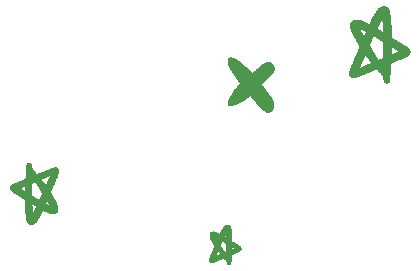
<source format=gbs>
%TF.GenerationSoftware,KiCad,Pcbnew,(6.0.0-0)*%
%TF.CreationDate,2022-02-15T14:33:40+00:00*%
%TF.ProjectId,waffles-1u,77616666-6c65-4732-9d31-752e6b696361,rev?*%
%TF.SameCoordinates,Original*%
%TF.FileFunction,Soldermask,Bot*%
%TF.FilePolarity,Negative*%
%FSLAX46Y46*%
G04 Gerber Fmt 4.6, Leading zero omitted, Abs format (unit mm)*
G04 Created by KiCad (PCBNEW (6.0.0-0)) date 2022-02-15 14:33:40*
%MOMM*%
%LPD*%
G01*
G04 APERTURE LIST*
%ADD10C,0.010000*%
G04 APERTURE END LIST*
D10*
%TO.C,Ref\u002A\u002A*%
X137421144Y-112397143D02*
X137368149Y-112404522D01*
X137368149Y-112404522D02*
X137341886Y-112418565D01*
X137341886Y-112418565D02*
X137336988Y-112426750D01*
X137336988Y-112426750D02*
X137310337Y-112454881D01*
X137310337Y-112454881D02*
X137295319Y-112458500D01*
X137295319Y-112458500D02*
X137269234Y-112475492D01*
X137269234Y-112475492D02*
X137265833Y-112490250D01*
X137265833Y-112490250D02*
X137254052Y-112518413D01*
X137254052Y-112518413D02*
X137244002Y-112522000D01*
X137244002Y-112522000D02*
X137219361Y-112539187D01*
X137219361Y-112539187D02*
X137208735Y-112559042D01*
X137208735Y-112559042D02*
X137187847Y-112598010D01*
X137187847Y-112598010D02*
X137151295Y-112651992D01*
X137151295Y-112651992D02*
X137135316Y-112673213D01*
X137135316Y-112673213D02*
X137099230Y-112724663D01*
X137099230Y-112724663D02*
X137077849Y-112764901D01*
X137077849Y-112764901D02*
X137075333Y-112775266D01*
X137075333Y-112775266D02*
X137061622Y-112809459D01*
X137061622Y-112809459D02*
X137043583Y-112831941D01*
X137043583Y-112831941D02*
X137017032Y-112876997D01*
X137017032Y-112876997D02*
X137011833Y-112904512D01*
X137011833Y-112904512D02*
X137004377Y-112938102D01*
X137004377Y-112938102D02*
X136994633Y-112945334D01*
X136994633Y-112945334D02*
X136977336Y-112963087D01*
X136977336Y-112963087D02*
X136951149Y-113008756D01*
X136951149Y-113008756D02*
X136931627Y-113050238D01*
X136931627Y-113050238D02*
X136904072Y-113110190D01*
X136904072Y-113110190D02*
X136882949Y-113138755D01*
X136882949Y-113138755D02*
X136858166Y-113143518D01*
X136858166Y-113143518D02*
X136821788Y-113132820D01*
X136821788Y-113132820D02*
X136773523Y-113111680D01*
X136773523Y-113111680D02*
X136746169Y-113091740D01*
X136746169Y-113091740D02*
X136745962Y-113091416D01*
X136745962Y-113091416D02*
X136717154Y-113075067D01*
X136717154Y-113075067D02*
X136695676Y-113072334D01*
X136695676Y-113072334D02*
X136650058Y-113057011D01*
X136650058Y-113057011D02*
X136630833Y-113040584D01*
X136630833Y-113040584D02*
X136592722Y-113018794D01*
X136592722Y-113018794D02*
X136535858Y-113008889D01*
X136535858Y-113008889D02*
X136531480Y-113008834D01*
X136531480Y-113008834D02*
X136472172Y-112999978D01*
X136472172Y-112999978D02*
X136428238Y-112978521D01*
X136428238Y-112978521D02*
X136426726Y-112977084D01*
X136426726Y-112977084D02*
X136376365Y-112952087D01*
X136376365Y-112952087D02*
X136308299Y-112947045D01*
X136308299Y-112947045D02*
X136242191Y-112962023D01*
X136242191Y-112962023D02*
X136216837Y-112976410D01*
X136216837Y-112976410D02*
X136169382Y-113001437D01*
X136169382Y-113001437D02*
X136138708Y-113008160D01*
X136138708Y-113008160D02*
X136107286Y-113019438D01*
X136107286Y-113019438D02*
X136101666Y-113031512D01*
X136101666Y-113031512D02*
X136088051Y-113063716D01*
X136088051Y-113063716D02*
X136069916Y-113085941D01*
X136069916Y-113085941D02*
X136049696Y-113126794D01*
X136049696Y-113126794D02*
X136039664Y-113201383D01*
X136039664Y-113201383D02*
X136038166Y-113261754D01*
X136038166Y-113261754D02*
X136042006Y-113353278D01*
X136042006Y-113353278D02*
X136054307Y-113409405D01*
X136054307Y-113409405D02*
X136069916Y-113432167D01*
X136069916Y-113432167D02*
X136097049Y-113473121D01*
X136097049Y-113473121D02*
X136101666Y-113496747D01*
X136101666Y-113496747D02*
X136115948Y-113542909D01*
X136115948Y-113542909D02*
X136133416Y-113566726D01*
X136133416Y-113566726D02*
X136159675Y-113606468D01*
X136159675Y-113606468D02*
X136165166Y-113629147D01*
X136165166Y-113629147D02*
X136180163Y-113667614D01*
X136180163Y-113667614D02*
X136196916Y-113686167D01*
X136196916Y-113686167D02*
X136224086Y-113727959D01*
X136224086Y-113727959D02*
X136228666Y-113752259D01*
X136228666Y-113752259D02*
X136235850Y-113785252D01*
X136235850Y-113785252D02*
X136244836Y-113792000D01*
X136244836Y-113792000D02*
X136261762Y-113809602D01*
X136261762Y-113809602D02*
X136288911Y-113855165D01*
X136288911Y-113855165D02*
X136312902Y-113903125D01*
X136312902Y-113903125D02*
X136342834Y-113965030D01*
X136342834Y-113965030D02*
X136366374Y-114009784D01*
X136366374Y-114009784D02*
X136376108Y-114024849D01*
X136376108Y-114024849D02*
X136398427Y-114055315D01*
X136398427Y-114055315D02*
X136421127Y-114099374D01*
X136421127Y-114099374D02*
X136437959Y-114142388D01*
X136437959Y-114142388D02*
X136442673Y-114169717D01*
X136442673Y-114169717D02*
X136439349Y-114173000D01*
X136439349Y-114173000D02*
X136420068Y-114189400D01*
X136420068Y-114189400D02*
X136419166Y-114196260D01*
X136419166Y-114196260D02*
X136410214Y-114232781D01*
X136410214Y-114232781D02*
X136386519Y-114295195D01*
X136386519Y-114295195D02*
X136352828Y-114371816D01*
X136352828Y-114371816D02*
X136322622Y-114434007D01*
X136322622Y-114434007D02*
X136300424Y-114493200D01*
X136300424Y-114493200D02*
X136292166Y-114542868D01*
X136292166Y-114542868D02*
X136279953Y-114586061D01*
X136279953Y-114586061D02*
X136260416Y-114603988D01*
X136260416Y-114603988D02*
X136235805Y-114632300D01*
X136235805Y-114632300D02*
X136228666Y-114667161D01*
X136228666Y-114667161D02*
X136216190Y-114717966D01*
X136216190Y-114717966D02*
X136196916Y-114744500D01*
X136196916Y-114744500D02*
X136173071Y-114784319D01*
X136173071Y-114784319D02*
X136165166Y-114829494D01*
X136165166Y-114829494D02*
X136154785Y-114877004D01*
X136154785Y-114877004D02*
X136133416Y-114900321D01*
X136133416Y-114900321D02*
X136108805Y-114928634D01*
X136108805Y-114928634D02*
X136101666Y-114963494D01*
X136101666Y-114963494D02*
X136089190Y-115014299D01*
X136089190Y-115014299D02*
X136069916Y-115040834D01*
X136069916Y-115040834D02*
X136043212Y-115082848D01*
X136043212Y-115082848D02*
X136037493Y-115112217D01*
X136037493Y-115112217D02*
X136024275Y-115165209D01*
X136024275Y-115165209D02*
X136005743Y-115198337D01*
X136005743Y-115198337D02*
X135977264Y-115268962D01*
X135977264Y-115268962D02*
X135988478Y-115351234D01*
X135988478Y-115351234D02*
X136028346Y-115427503D01*
X136028346Y-115427503D02*
X136058420Y-115469173D01*
X136058420Y-115469173D02*
X136086008Y-115492794D01*
X136086008Y-115492794D02*
X136123980Y-115503489D01*
X136123980Y-115503489D02*
X136185208Y-115506380D01*
X136185208Y-115506380D02*
X136226838Y-115506500D01*
X136226838Y-115506500D02*
X136318472Y-115502711D01*
X136318472Y-115502711D02*
X136374751Y-115490557D01*
X136374751Y-115490557D02*
X136398000Y-115474750D01*
X136398000Y-115474750D02*
X136439293Y-115449143D01*
X136439293Y-115449143D02*
X136473163Y-115443000D01*
X136473163Y-115443000D02*
X136526265Y-115429635D01*
X136526265Y-115429635D02*
X136553726Y-115411250D01*
X136553726Y-115411250D02*
X136598860Y-115386595D01*
X136598860Y-115386595D02*
X136640569Y-115379500D01*
X136640569Y-115379500D02*
X136686250Y-115368581D01*
X136686250Y-115368581D02*
X136707845Y-115347750D01*
X136707845Y-115347750D02*
X136736063Y-115324185D01*
X136736063Y-115324185D02*
X136778673Y-115316000D01*
X136778673Y-115316000D02*
X136831716Y-115305157D01*
X136831716Y-115305157D02*
X136863666Y-115284250D01*
X136863666Y-115284250D02*
X136904608Y-115259063D01*
X136904608Y-115259063D02*
X136941006Y-115252500D01*
X136941006Y-115252500D02*
X136985039Y-115240751D01*
X136985039Y-115240751D02*
X137004179Y-115220750D01*
X137004179Y-115220750D02*
X137032216Y-115197146D01*
X137032216Y-115197146D02*
X137073364Y-115189000D01*
X137073364Y-115189000D02*
X137124475Y-115181027D01*
X137124475Y-115181027D02*
X137153271Y-115166096D01*
X137153271Y-115166096D02*
X137186159Y-115158359D01*
X137186159Y-115158359D02*
X137227386Y-115174241D01*
X137227386Y-115174241D02*
X137258973Y-115204202D01*
X137258973Y-115204202D02*
X137265833Y-115225842D01*
X137265833Y-115225842D02*
X137282882Y-115249451D01*
X137282882Y-115249451D02*
X137297583Y-115252500D01*
X137297583Y-115252500D02*
X137325645Y-115269443D01*
X137325645Y-115269443D02*
X137329333Y-115284250D01*
X137329333Y-115284250D02*
X137346276Y-115312312D01*
X137346276Y-115312312D02*
X137361083Y-115316000D01*
X137361083Y-115316000D02*
X137389239Y-115328176D01*
X137389239Y-115328176D02*
X137392833Y-115338579D01*
X137392833Y-115338579D02*
X137404764Y-115368463D01*
X137404764Y-115368463D02*
X137434510Y-115415283D01*
X137434510Y-115415283D02*
X137445750Y-115430535D01*
X137445750Y-115430535D02*
X137490808Y-115520329D01*
X137490808Y-115520329D02*
X137498666Y-115578681D01*
X137498666Y-115578681D02*
X137506192Y-115662257D01*
X137506192Y-115662257D02*
X137532519Y-115712294D01*
X137532519Y-115712294D02*
X137583273Y-115735484D01*
X137583273Y-115735484D02*
X137633714Y-115739334D01*
X137633714Y-115739334D02*
X137713396Y-115729047D01*
X137713396Y-115729047D02*
X137761850Y-115698547D01*
X137761850Y-115698547D02*
X137775954Y-115676461D01*
X137775954Y-115676461D02*
X137787188Y-115641091D01*
X137787188Y-115641091D02*
X137796377Y-115586340D01*
X137796377Y-115586340D02*
X137804344Y-115506111D01*
X137804344Y-115506111D02*
X137811915Y-115394310D01*
X137811915Y-115394310D02*
X137817937Y-115283988D01*
X137817937Y-115283988D02*
X137825165Y-115149108D01*
X137825165Y-115149108D02*
X137831648Y-115050070D01*
X137831648Y-115050070D02*
X137838429Y-114980421D01*
X137838429Y-114980421D02*
X137846553Y-114933707D01*
X137846553Y-114933707D02*
X137857064Y-114903476D01*
X137857064Y-114903476D02*
X137871005Y-114883273D01*
X137871005Y-114883273D02*
X137884847Y-114870395D01*
X137884847Y-114870395D02*
X137936674Y-114840454D01*
X137936674Y-114840454D02*
X137960834Y-114834669D01*
X137960834Y-114834669D02*
X136928886Y-114834669D01*
X136928886Y-114834669D02*
X136920330Y-114872761D01*
X136920330Y-114872761D02*
X136877602Y-114891841D01*
X136877602Y-114891841D02*
X136862587Y-114892667D01*
X136862587Y-114892667D02*
X136816424Y-114906949D01*
X136816424Y-114906949D02*
X136792607Y-114924417D01*
X136792607Y-114924417D02*
X136746840Y-114949671D01*
X136746840Y-114949671D02*
X136709020Y-114956167D01*
X136709020Y-114956167D02*
X136657971Y-114968439D01*
X136657971Y-114968439D02*
X136630833Y-114987917D01*
X136630833Y-114987917D02*
X136594469Y-115013094D01*
X136594469Y-115013094D02*
X136554763Y-115018117D01*
X136554763Y-115018117D02*
X136528238Y-115002717D01*
X136528238Y-115002717D02*
X136525000Y-114989632D01*
X136525000Y-114989632D02*
X136534037Y-114951661D01*
X136534037Y-114951661D02*
X136556212Y-114897689D01*
X136556212Y-114897689D02*
X136560426Y-114889091D01*
X136560426Y-114889091D02*
X136593093Y-114823987D01*
X136593093Y-114823987D02*
X136623111Y-114764032D01*
X136623111Y-114764032D02*
X136623926Y-114762401D01*
X136623926Y-114762401D02*
X136644596Y-114710054D01*
X136644596Y-114710054D02*
X136652000Y-114672443D01*
X136652000Y-114672443D02*
X136662828Y-114642998D01*
X136662828Y-114642998D02*
X136673166Y-114638667D01*
X136673166Y-114638667D02*
X136690636Y-114621029D01*
X136690636Y-114621029D02*
X136694333Y-114598315D01*
X136694333Y-114598315D02*
X136707986Y-114571101D01*
X136707986Y-114571101D02*
X136738839Y-114568618D01*
X136738839Y-114568618D02*
X136771736Y-114588301D01*
X136771736Y-114588301D02*
X136787964Y-114614165D01*
X136787964Y-114614165D02*
X136839835Y-114711021D01*
X136839835Y-114711021D02*
X136900327Y-114785885D01*
X136900327Y-114785885D02*
X136928886Y-114834669D01*
X136928886Y-114834669D02*
X137960834Y-114834669D01*
X137960834Y-114834669D02*
X137980872Y-114829871D01*
X137980872Y-114829871D02*
X138023838Y-114816921D01*
X138023838Y-114816921D02*
X138041345Y-114797417D01*
X138041345Y-114797417D02*
X138069773Y-114773795D01*
X138069773Y-114773795D02*
X138113253Y-114765667D01*
X138113253Y-114765667D02*
X138169010Y-114754801D01*
X138169010Y-114754801D02*
X138204726Y-114733917D01*
X138204726Y-114733917D02*
X138249986Y-114709143D01*
X138249986Y-114709143D02*
X138290905Y-114702167D01*
X138290905Y-114702167D02*
X138334595Y-114691387D01*
X138334595Y-114691387D02*
X138345333Y-114670417D01*
X138345333Y-114670417D02*
X138363686Y-114644852D01*
X138363686Y-114644852D02*
X138397380Y-114638667D01*
X138397380Y-114638667D02*
X138451334Y-114629516D01*
X138451334Y-114629516D02*
X138511665Y-114606714D01*
X138511665Y-114606714D02*
X138564392Y-114577242D01*
X138564392Y-114577242D02*
X138595533Y-114548077D01*
X138595533Y-114548077D02*
X138598812Y-114538125D01*
X138598812Y-114538125D02*
X138616380Y-114514668D01*
X138616380Y-114514668D02*
X138631083Y-114511667D01*
X138631083Y-114511667D02*
X138649816Y-114501672D01*
X138649816Y-114501672D02*
X138659590Y-114466338D01*
X138659590Y-114466338D02*
X138662474Y-114397638D01*
X138662474Y-114397638D02*
X138662467Y-114389959D01*
X138662467Y-114389959D02*
X138659623Y-114350400D01*
X138659623Y-114350400D02*
X138091001Y-114350400D01*
X138091001Y-114350400D02*
X138082846Y-114375524D01*
X138082846Y-114375524D02*
X138077684Y-114380708D01*
X138077684Y-114380708D02*
X138034182Y-114402423D01*
X138034182Y-114402423D02*
X138010152Y-114405834D01*
X138010152Y-114405834D02*
X137962561Y-114421243D01*
X137962561Y-114421243D02*
X137943166Y-114437584D01*
X137943166Y-114437584D02*
X137904768Y-114470628D01*
X137904768Y-114470628D02*
X137877937Y-114463156D01*
X137877937Y-114463156D02*
X137862586Y-114415071D01*
X137862586Y-114415071D02*
X137858500Y-114342334D01*
X137858500Y-114342334D02*
X137860172Y-114271126D01*
X137860172Y-114271126D02*
X137867196Y-114232647D01*
X137867196Y-114232647D02*
X137882581Y-114217357D01*
X137882581Y-114217357D02*
X137898569Y-114215334D01*
X137898569Y-114215334D02*
X137938007Y-114230066D01*
X137938007Y-114230066D02*
X137950821Y-114247084D01*
X137950821Y-114247084D02*
X137979109Y-114275241D01*
X137979109Y-114275241D02*
X137995419Y-114278834D01*
X137995419Y-114278834D02*
X138034459Y-114292864D01*
X138034459Y-114292864D02*
X138066207Y-114317208D01*
X138066207Y-114317208D02*
X138091001Y-114350400D01*
X138091001Y-114350400D02*
X138659623Y-114350400D01*
X138659623Y-114350400D02*
X138656634Y-114308844D01*
X138656634Y-114308844D02*
X138634719Y-114249272D01*
X138634719Y-114249272D02*
X138589239Y-114200159D01*
X138589239Y-114200159D02*
X138512710Y-114150418D01*
X138512710Y-114150418D02*
X138493500Y-114139683D01*
X138493500Y-114139683D02*
X138441588Y-114107031D01*
X138441588Y-114107031D02*
X138406487Y-114077596D01*
X138406487Y-114077596D02*
X138402490Y-114072459D01*
X138402490Y-114072459D02*
X138369037Y-114050141D01*
X138369037Y-114050141D02*
X138344281Y-114046000D01*
X138344281Y-114046000D02*
X138310465Y-114036713D01*
X138310465Y-114036713D02*
X138303000Y-114024310D01*
X138303000Y-114024310D02*
X138285819Y-114000233D01*
X138285819Y-114000233D02*
X138255375Y-113982027D01*
X138255375Y-113982027D02*
X138175222Y-113940618D01*
X138175222Y-113940618D02*
X138151257Y-113922364D01*
X138151257Y-113922364D02*
X137456333Y-113922364D01*
X137456333Y-113922364D02*
X137456333Y-114659834D01*
X137456333Y-114659834D02*
X137405681Y-114659834D01*
X137405681Y-114659834D02*
X137361785Y-114671656D01*
X137361785Y-114671656D02*
X137342845Y-114691584D01*
X137342845Y-114691584D02*
X137317879Y-114721318D01*
X137317879Y-114721318D02*
X137283715Y-114713064D01*
X137283715Y-114713064D02*
X137244526Y-114669001D01*
X137244526Y-114669001D02*
X137221233Y-114628084D01*
X137221233Y-114628084D02*
X137190807Y-114573498D01*
X137190807Y-114573498D02*
X137165513Y-114539038D01*
X137165513Y-114539038D02*
X137156248Y-114532834D01*
X137156248Y-114532834D02*
X137141793Y-114515189D01*
X137141793Y-114515189D02*
X137138833Y-114493092D01*
X137138833Y-114493092D02*
X137123460Y-114446325D01*
X137123460Y-114446325D02*
X137107083Y-114427000D01*
X137107083Y-114427000D02*
X137080226Y-114391764D01*
X137080226Y-114391764D02*
X137075333Y-114373004D01*
X137075333Y-114373004D02*
X137062066Y-114334590D01*
X137062066Y-114334590D02*
X137048875Y-114316493D01*
X137048875Y-114316493D02*
X136990412Y-114236745D01*
X136990412Y-114236745D02*
X136948807Y-114157125D01*
X136948807Y-114157125D02*
X136923123Y-114120208D01*
X136923123Y-114120208D02*
X136901232Y-114108857D01*
X136901232Y-114108857D02*
X136893295Y-114100603D01*
X136893295Y-114100603D02*
X136911291Y-114086638D01*
X136911291Y-114086638D02*
X136942283Y-114049160D01*
X136942283Y-114049160D02*
X136948333Y-114022270D01*
X136948333Y-114022270D02*
X136962811Y-113971931D01*
X136962811Y-113971931D02*
X136980083Y-113947726D01*
X136980083Y-113947726D02*
X137006829Y-113900655D01*
X137006829Y-113900655D02*
X137012537Y-113869863D01*
X137012537Y-113869863D02*
X137025413Y-113823347D01*
X137025413Y-113823347D02*
X137055296Y-113774027D01*
X137055296Y-113774027D02*
X137090892Y-113737715D01*
X137090892Y-113737715D02*
X137113503Y-113728500D01*
X137113503Y-113728500D02*
X137138351Y-113745391D01*
X137138351Y-113745391D02*
X137146488Y-113760250D01*
X137146488Y-113760250D02*
X137175165Y-113786259D01*
X137175165Y-113786259D02*
X137202333Y-113792000D01*
X137202333Y-113792000D02*
X137243318Y-113805596D01*
X137243318Y-113805596D02*
X137258179Y-113823750D01*
X137258179Y-113823750D02*
X137284829Y-113851881D01*
X137284829Y-113851881D02*
X137299848Y-113855500D01*
X137299848Y-113855500D02*
X137326544Y-113866737D01*
X137326544Y-113866737D02*
X137329333Y-113874985D01*
X137329333Y-113874985D02*
X137347580Y-113892628D01*
X137347580Y-113892628D02*
X137391598Y-113908142D01*
X137391598Y-113908142D02*
X137392833Y-113908417D01*
X137392833Y-113908417D02*
X137456333Y-113922364D01*
X137456333Y-113922364D02*
X138151257Y-113922364D01*
X138151257Y-113922364D02*
X138119414Y-113898111D01*
X138119414Y-113898111D02*
X138106156Y-113881959D01*
X138106156Y-113881959D02*
X138072297Y-113857690D01*
X138072297Y-113857690D02*
X138058814Y-113855500D01*
X138058814Y-113855500D02*
X138024324Y-113843993D01*
X138024324Y-113843993D02*
X137971948Y-113814863D01*
X137971948Y-113814863D02*
X137945500Y-113797292D01*
X137945500Y-113797292D02*
X137862602Y-113739084D01*
X137862602Y-113739084D02*
X137857180Y-113554835D01*
X137857180Y-113554835D02*
X136710434Y-113554835D01*
X136710434Y-113554835D02*
X136680537Y-113605050D01*
X136680537Y-113605050D02*
X136641811Y-113628279D01*
X136641811Y-113628279D02*
X136607706Y-113611173D01*
X136607706Y-113611173D02*
X136581715Y-113555719D01*
X136581715Y-113555719D02*
X136579590Y-113547715D01*
X136579590Y-113547715D02*
X136562587Y-113508482D01*
X136562587Y-113508482D02*
X136545763Y-113495667D01*
X136545763Y-113495667D02*
X136527340Y-113478517D01*
X136527340Y-113478517D02*
X136525000Y-113463917D01*
X136525000Y-113463917D02*
X136538461Y-113435487D01*
X136538461Y-113435487D02*
X136578727Y-113439705D01*
X136578727Y-113439705D02*
X136604662Y-113451788D01*
X136604662Y-113451788D02*
X136656330Y-113475022D01*
X136656330Y-113475022D02*
X136678458Y-113482874D01*
X136678458Y-113482874D02*
X136709968Y-113510018D01*
X136709968Y-113510018D02*
X136710434Y-113554835D01*
X136710434Y-113554835D02*
X137857180Y-113554835D01*
X137857180Y-113554835D02*
X137852012Y-113379250D01*
X137852012Y-113379250D02*
X137849722Y-113318212D01*
X137849722Y-113318212D02*
X137456220Y-113318212D01*
X137456220Y-113318212D02*
X137453682Y-113395590D01*
X137453682Y-113395590D02*
X137448111Y-113456988D01*
X137448111Y-113456988D02*
X137439732Y-113491653D01*
X137439732Y-113491653D02*
X137435166Y-113495667D01*
X137435166Y-113495667D02*
X137414604Y-113480605D01*
X137414604Y-113480605D02*
X137414000Y-113475927D01*
X137414000Y-113475927D02*
X137396470Y-113454678D01*
X137396470Y-113454678D02*
X137369577Y-113442087D01*
X137369577Y-113442087D02*
X137310723Y-113410595D01*
X137310723Y-113410595D02*
X137271262Y-113365546D01*
X137271262Y-113365546D02*
X137261850Y-113320799D01*
X137261850Y-113320799D02*
X137277232Y-113289478D01*
X137277232Y-113289478D02*
X137288552Y-113284000D01*
X137288552Y-113284000D02*
X137303569Y-113265958D01*
X137303569Y-113265958D02*
X137308166Y-113233675D01*
X137308166Y-113233675D02*
X137320809Y-113183060D01*
X137320809Y-113183060D02*
X137339916Y-113157000D01*
X137339916Y-113157000D02*
X137367030Y-113116462D01*
X137367030Y-113116462D02*
X137371666Y-113093173D01*
X137371666Y-113093173D02*
X137382734Y-113052645D01*
X137382734Y-113052645D02*
X137407393Y-113044394D01*
X137407393Y-113044394D02*
X137432828Y-113067611D01*
X137432828Y-113067611D02*
X137443416Y-113097706D01*
X137443416Y-113097706D02*
X137451310Y-113158519D01*
X137451310Y-113158519D02*
X137455504Y-113235605D01*
X137455504Y-113235605D02*
X137456220Y-113318212D01*
X137456220Y-113318212D02*
X137849722Y-113318212D01*
X137849722Y-113318212D02*
X137845440Y-113204150D01*
X137845440Y-113204150D02*
X137836612Y-113041223D01*
X137836612Y-113041223D02*
X137826012Y-112895538D01*
X137826012Y-112895538D02*
X137814126Y-112772168D01*
X137814126Y-112772168D02*
X137801439Y-112676182D01*
X137801439Y-112676182D02*
X137788434Y-112612653D01*
X137788434Y-112612653D02*
X137776267Y-112587004D01*
X137776267Y-112587004D02*
X137756617Y-112558913D01*
X137756617Y-112558913D02*
X137741467Y-112516496D01*
X137741467Y-112516496D02*
X137721693Y-112474448D01*
X137721693Y-112474448D02*
X137697455Y-112458500D01*
X137697455Y-112458500D02*
X137671397Y-112441507D01*
X137671397Y-112441507D02*
X137668000Y-112426750D01*
X137668000Y-112426750D02*
X137659707Y-112410033D01*
X137659707Y-112410033D02*
X137629730Y-112400205D01*
X137629730Y-112400205D02*
X137570422Y-112395745D01*
X137570422Y-112395745D02*
X137508586Y-112395000D01*
X137508586Y-112395000D02*
X137421144Y-112397143D01*
X137421144Y-112397143D02*
X137421144Y-112397143D01*
G36*
X137945500Y-113797292D02*
G01*
X137971948Y-113814863D01*
X138024324Y-113843993D01*
X138058814Y-113855500D01*
X138072297Y-113857690D01*
X138106156Y-113881959D01*
X138119414Y-113898111D01*
X138151257Y-113922364D01*
X138175222Y-113940618D01*
X138255375Y-113982027D01*
X138285819Y-114000233D01*
X138303000Y-114024310D01*
X138310465Y-114036713D01*
X138344281Y-114046000D01*
X138369037Y-114050141D01*
X138402490Y-114072459D01*
X138406487Y-114077596D01*
X138441588Y-114107031D01*
X138493500Y-114139683D01*
X138512710Y-114150418D01*
X138589239Y-114200159D01*
X138634719Y-114249272D01*
X138656634Y-114308844D01*
X138659623Y-114350400D01*
X138662467Y-114389959D01*
X138662474Y-114397638D01*
X138659590Y-114466338D01*
X138649816Y-114501672D01*
X138631083Y-114511667D01*
X138616380Y-114514668D01*
X138598812Y-114538125D01*
X138595533Y-114548077D01*
X138564392Y-114577242D01*
X138511665Y-114606714D01*
X138451334Y-114629516D01*
X138397380Y-114638667D01*
X138363686Y-114644852D01*
X138345333Y-114670417D01*
X138334595Y-114691387D01*
X138290905Y-114702167D01*
X138249986Y-114709143D01*
X138204726Y-114733917D01*
X138169010Y-114754801D01*
X138113253Y-114765667D01*
X138069773Y-114773795D01*
X138041345Y-114797417D01*
X138023838Y-114816921D01*
X137980872Y-114829871D01*
X137960834Y-114834669D01*
X137936674Y-114840454D01*
X137884847Y-114870395D01*
X137871005Y-114883273D01*
X137857064Y-114903476D01*
X137846553Y-114933707D01*
X137838429Y-114980421D01*
X137831648Y-115050070D01*
X137825165Y-115149108D01*
X137817937Y-115283988D01*
X137811915Y-115394310D01*
X137804344Y-115506111D01*
X137796377Y-115586340D01*
X137787188Y-115641091D01*
X137775954Y-115676461D01*
X137761850Y-115698547D01*
X137713396Y-115729047D01*
X137633714Y-115739334D01*
X137583273Y-115735484D01*
X137532519Y-115712294D01*
X137506192Y-115662257D01*
X137498666Y-115578681D01*
X137490808Y-115520329D01*
X137445750Y-115430535D01*
X137434510Y-115415283D01*
X137404764Y-115368463D01*
X137392833Y-115338579D01*
X137389239Y-115328176D01*
X137361083Y-115316000D01*
X137346276Y-115312312D01*
X137329333Y-115284250D01*
X137325645Y-115269443D01*
X137297583Y-115252500D01*
X137282882Y-115249451D01*
X137265833Y-115225842D01*
X137258973Y-115204202D01*
X137227386Y-115174241D01*
X137186159Y-115158359D01*
X137153271Y-115166096D01*
X137124475Y-115181027D01*
X137073364Y-115189000D01*
X137032216Y-115197146D01*
X137004179Y-115220750D01*
X136985039Y-115240751D01*
X136941006Y-115252500D01*
X136904608Y-115259063D01*
X136863666Y-115284250D01*
X136831716Y-115305157D01*
X136778673Y-115316000D01*
X136736063Y-115324185D01*
X136707845Y-115347750D01*
X136686250Y-115368581D01*
X136640569Y-115379500D01*
X136598860Y-115386595D01*
X136553726Y-115411250D01*
X136526265Y-115429635D01*
X136473163Y-115443000D01*
X136439293Y-115449143D01*
X136398000Y-115474750D01*
X136374751Y-115490557D01*
X136318472Y-115502711D01*
X136226838Y-115506500D01*
X136185208Y-115506380D01*
X136123980Y-115503489D01*
X136086008Y-115492794D01*
X136058420Y-115469173D01*
X136028346Y-115427503D01*
X135988478Y-115351234D01*
X135977264Y-115268962D01*
X136005743Y-115198337D01*
X136024275Y-115165209D01*
X136037493Y-115112217D01*
X136043212Y-115082848D01*
X136069916Y-115040834D01*
X136089190Y-115014299D01*
X136095247Y-114989632D01*
X136525000Y-114989632D01*
X136528238Y-115002717D01*
X136554763Y-115018117D01*
X136594469Y-115013094D01*
X136630833Y-114987917D01*
X136657971Y-114968439D01*
X136709020Y-114956167D01*
X136746840Y-114949671D01*
X136792607Y-114924417D01*
X136816424Y-114906949D01*
X136862587Y-114892667D01*
X136877602Y-114891841D01*
X136920330Y-114872761D01*
X136928886Y-114834669D01*
X136900327Y-114785885D01*
X136839835Y-114711021D01*
X136787964Y-114614165D01*
X136771736Y-114588301D01*
X136738839Y-114568618D01*
X136707986Y-114571101D01*
X136694333Y-114598315D01*
X136690636Y-114621029D01*
X136673166Y-114638667D01*
X136662828Y-114642998D01*
X136652000Y-114672443D01*
X136644596Y-114710054D01*
X136623926Y-114762401D01*
X136623111Y-114764032D01*
X136593093Y-114823987D01*
X136560426Y-114889091D01*
X136556212Y-114897689D01*
X136534037Y-114951661D01*
X136525000Y-114989632D01*
X136095247Y-114989632D01*
X136101666Y-114963494D01*
X136108805Y-114928634D01*
X136133416Y-114900321D01*
X136154785Y-114877004D01*
X136165166Y-114829494D01*
X136173071Y-114784319D01*
X136196916Y-114744500D01*
X136216190Y-114717966D01*
X136228666Y-114667161D01*
X136235805Y-114632300D01*
X136260416Y-114603988D01*
X136279953Y-114586061D01*
X136292166Y-114542868D01*
X136300424Y-114493200D01*
X136322622Y-114434007D01*
X136352828Y-114371816D01*
X136386519Y-114295195D01*
X136410214Y-114232781D01*
X136419166Y-114196260D01*
X136420068Y-114189400D01*
X136439349Y-114173000D01*
X136442673Y-114169717D01*
X136437959Y-114142388D01*
X136421608Y-114100603D01*
X136893295Y-114100603D01*
X136901232Y-114108857D01*
X136923123Y-114120208D01*
X136948807Y-114157125D01*
X136990412Y-114236745D01*
X137048875Y-114316493D01*
X137062066Y-114334590D01*
X137075333Y-114373004D01*
X137080226Y-114391764D01*
X137107083Y-114427000D01*
X137123460Y-114446325D01*
X137138833Y-114493092D01*
X137141793Y-114515189D01*
X137156248Y-114532834D01*
X137165513Y-114539038D01*
X137190807Y-114573498D01*
X137221233Y-114628084D01*
X137244526Y-114669001D01*
X137283715Y-114713064D01*
X137317879Y-114721318D01*
X137342845Y-114691584D01*
X137361785Y-114671656D01*
X137405681Y-114659834D01*
X137456333Y-114659834D01*
X137456333Y-114342334D01*
X137858500Y-114342334D01*
X137862586Y-114415071D01*
X137877937Y-114463156D01*
X137904768Y-114470628D01*
X137943166Y-114437584D01*
X137962561Y-114421243D01*
X138010152Y-114405834D01*
X138034182Y-114402423D01*
X138077684Y-114380708D01*
X138082846Y-114375524D01*
X138091001Y-114350400D01*
X138066207Y-114317208D01*
X138034459Y-114292864D01*
X137995419Y-114278834D01*
X137979109Y-114275241D01*
X137950821Y-114247084D01*
X137938007Y-114230066D01*
X137898569Y-114215334D01*
X137882581Y-114217357D01*
X137867196Y-114232647D01*
X137860172Y-114271126D01*
X137858500Y-114342334D01*
X137456333Y-114342334D01*
X137456333Y-113922364D01*
X137392833Y-113908417D01*
X137391598Y-113908142D01*
X137347580Y-113892628D01*
X137329333Y-113874985D01*
X137326544Y-113866737D01*
X137299848Y-113855500D01*
X137284829Y-113851881D01*
X137258179Y-113823750D01*
X137243318Y-113805596D01*
X137202333Y-113792000D01*
X137175165Y-113786259D01*
X137146488Y-113760250D01*
X137138351Y-113745391D01*
X137113503Y-113728500D01*
X137090892Y-113737715D01*
X137055296Y-113774027D01*
X137025413Y-113823347D01*
X137012537Y-113869863D01*
X137006829Y-113900655D01*
X136980083Y-113947726D01*
X136962811Y-113971931D01*
X136948333Y-114022270D01*
X136942283Y-114049160D01*
X136911291Y-114086638D01*
X136893295Y-114100603D01*
X136421608Y-114100603D01*
X136421127Y-114099374D01*
X136398427Y-114055315D01*
X136376108Y-114024849D01*
X136366374Y-114009784D01*
X136342834Y-113965030D01*
X136312902Y-113903125D01*
X136288911Y-113855165D01*
X136261762Y-113809602D01*
X136244836Y-113792000D01*
X136235850Y-113785252D01*
X136228666Y-113752259D01*
X136224086Y-113727959D01*
X136196916Y-113686167D01*
X136180163Y-113667614D01*
X136165166Y-113629147D01*
X136159675Y-113606468D01*
X136133416Y-113566726D01*
X136115948Y-113542909D01*
X136101666Y-113496747D01*
X136097049Y-113473121D01*
X136090951Y-113463917D01*
X136525000Y-113463917D01*
X136527340Y-113478517D01*
X136545763Y-113495667D01*
X136562587Y-113508482D01*
X136579590Y-113547715D01*
X136581715Y-113555719D01*
X136607706Y-113611173D01*
X136641811Y-113628279D01*
X136680537Y-113605050D01*
X136710434Y-113554835D01*
X136709968Y-113510018D01*
X136678458Y-113482874D01*
X136656330Y-113475022D01*
X136604662Y-113451788D01*
X136578727Y-113439705D01*
X136538461Y-113435487D01*
X136525000Y-113463917D01*
X136090951Y-113463917D01*
X136069916Y-113432167D01*
X136054307Y-113409405D01*
X136042006Y-113353278D01*
X136040643Y-113320799D01*
X137261850Y-113320799D01*
X137271262Y-113365546D01*
X137310723Y-113410595D01*
X137369577Y-113442087D01*
X137396470Y-113454678D01*
X137414000Y-113475927D01*
X137414604Y-113480605D01*
X137435166Y-113495667D01*
X137439732Y-113491653D01*
X137448111Y-113456988D01*
X137453682Y-113395590D01*
X137456220Y-113318212D01*
X137455504Y-113235605D01*
X137451310Y-113158519D01*
X137443416Y-113097706D01*
X137432828Y-113067611D01*
X137407393Y-113044394D01*
X137382734Y-113052645D01*
X137371666Y-113093173D01*
X137367030Y-113116462D01*
X137339916Y-113157000D01*
X137320809Y-113183060D01*
X137308166Y-113233675D01*
X137303569Y-113265958D01*
X137288552Y-113284000D01*
X137277232Y-113289478D01*
X137261850Y-113320799D01*
X136040643Y-113320799D01*
X136038166Y-113261754D01*
X136039664Y-113201383D01*
X136049696Y-113126794D01*
X136069916Y-113085941D01*
X136088051Y-113063716D01*
X136101666Y-113031512D01*
X136107286Y-113019438D01*
X136138708Y-113008160D01*
X136169382Y-113001437D01*
X136216837Y-112976410D01*
X136242191Y-112962023D01*
X136308299Y-112947045D01*
X136376365Y-112952087D01*
X136426726Y-112977084D01*
X136428238Y-112978521D01*
X136472172Y-112999978D01*
X136531480Y-113008834D01*
X136535858Y-113008889D01*
X136592722Y-113018794D01*
X136630833Y-113040584D01*
X136650058Y-113057011D01*
X136695676Y-113072334D01*
X136717154Y-113075067D01*
X136745962Y-113091416D01*
X136746169Y-113091740D01*
X136773523Y-113111680D01*
X136821788Y-113132820D01*
X136858166Y-113143518D01*
X136882949Y-113138755D01*
X136904072Y-113110190D01*
X136931627Y-113050238D01*
X136951149Y-113008756D01*
X136977336Y-112963087D01*
X136994633Y-112945334D01*
X137004377Y-112938102D01*
X137011833Y-112904512D01*
X137017032Y-112876997D01*
X137043583Y-112831941D01*
X137061622Y-112809459D01*
X137075333Y-112775266D01*
X137077849Y-112764901D01*
X137099230Y-112724663D01*
X137135316Y-112673213D01*
X137151295Y-112651992D01*
X137187847Y-112598010D01*
X137208735Y-112559042D01*
X137219361Y-112539187D01*
X137244002Y-112522000D01*
X137254052Y-112518413D01*
X137265833Y-112490250D01*
X137269234Y-112475492D01*
X137295319Y-112458500D01*
X137310337Y-112454881D01*
X137336988Y-112426750D01*
X137341886Y-112418565D01*
X137368149Y-112404522D01*
X137421144Y-112397143D01*
X137508586Y-112395000D01*
X137570422Y-112395745D01*
X137629730Y-112400205D01*
X137659707Y-112410033D01*
X137668000Y-112426750D01*
X137671397Y-112441507D01*
X137697455Y-112458500D01*
X137721693Y-112474448D01*
X137741467Y-112516496D01*
X137756617Y-112558913D01*
X137776267Y-112587004D01*
X137788434Y-112612653D01*
X137801439Y-112676182D01*
X137814126Y-112772168D01*
X137826012Y-112895538D01*
X137836612Y-113041223D01*
X137845440Y-113204150D01*
X137849722Y-113318212D01*
X137852012Y-113379250D01*
X137857180Y-113554835D01*
X137862602Y-113739084D01*
X137945500Y-113797292D01*
G37*
X137945500Y-113797292D02*
X137971948Y-113814863D01*
X138024324Y-113843993D01*
X138058814Y-113855500D01*
X138072297Y-113857690D01*
X138106156Y-113881959D01*
X138119414Y-113898111D01*
X138151257Y-113922364D01*
X138175222Y-113940618D01*
X138255375Y-113982027D01*
X138285819Y-114000233D01*
X138303000Y-114024310D01*
X138310465Y-114036713D01*
X138344281Y-114046000D01*
X138369037Y-114050141D01*
X138402490Y-114072459D01*
X138406487Y-114077596D01*
X138441588Y-114107031D01*
X138493500Y-114139683D01*
X138512710Y-114150418D01*
X138589239Y-114200159D01*
X138634719Y-114249272D01*
X138656634Y-114308844D01*
X138659623Y-114350400D01*
X138662467Y-114389959D01*
X138662474Y-114397638D01*
X138659590Y-114466338D01*
X138649816Y-114501672D01*
X138631083Y-114511667D01*
X138616380Y-114514668D01*
X138598812Y-114538125D01*
X138595533Y-114548077D01*
X138564392Y-114577242D01*
X138511665Y-114606714D01*
X138451334Y-114629516D01*
X138397380Y-114638667D01*
X138363686Y-114644852D01*
X138345333Y-114670417D01*
X138334595Y-114691387D01*
X138290905Y-114702167D01*
X138249986Y-114709143D01*
X138204726Y-114733917D01*
X138169010Y-114754801D01*
X138113253Y-114765667D01*
X138069773Y-114773795D01*
X138041345Y-114797417D01*
X138023838Y-114816921D01*
X137980872Y-114829871D01*
X137960834Y-114834669D01*
X137936674Y-114840454D01*
X137884847Y-114870395D01*
X137871005Y-114883273D01*
X137857064Y-114903476D01*
X137846553Y-114933707D01*
X137838429Y-114980421D01*
X137831648Y-115050070D01*
X137825165Y-115149108D01*
X137817937Y-115283988D01*
X137811915Y-115394310D01*
X137804344Y-115506111D01*
X137796377Y-115586340D01*
X137787188Y-115641091D01*
X137775954Y-115676461D01*
X137761850Y-115698547D01*
X137713396Y-115729047D01*
X137633714Y-115739334D01*
X137583273Y-115735484D01*
X137532519Y-115712294D01*
X137506192Y-115662257D01*
X137498666Y-115578681D01*
X137490808Y-115520329D01*
X137445750Y-115430535D01*
X137434510Y-115415283D01*
X137404764Y-115368463D01*
X137392833Y-115338579D01*
X137389239Y-115328176D01*
X137361083Y-115316000D01*
X137346276Y-115312312D01*
X137329333Y-115284250D01*
X137325645Y-115269443D01*
X137297583Y-115252500D01*
X137282882Y-115249451D01*
X137265833Y-115225842D01*
X137258973Y-115204202D01*
X137227386Y-115174241D01*
X137186159Y-115158359D01*
X137153271Y-115166096D01*
X137124475Y-115181027D01*
X137073364Y-115189000D01*
X137032216Y-115197146D01*
X137004179Y-115220750D01*
X136985039Y-115240751D01*
X136941006Y-115252500D01*
X136904608Y-115259063D01*
X136863666Y-115284250D01*
X136831716Y-115305157D01*
X136778673Y-115316000D01*
X136736063Y-115324185D01*
X136707845Y-115347750D01*
X136686250Y-115368581D01*
X136640569Y-115379500D01*
X136598860Y-115386595D01*
X136553726Y-115411250D01*
X136526265Y-115429635D01*
X136473163Y-115443000D01*
X136439293Y-115449143D01*
X136398000Y-115474750D01*
X136374751Y-115490557D01*
X136318472Y-115502711D01*
X136226838Y-115506500D01*
X136185208Y-115506380D01*
X136123980Y-115503489D01*
X136086008Y-115492794D01*
X136058420Y-115469173D01*
X136028346Y-115427503D01*
X135988478Y-115351234D01*
X135977264Y-115268962D01*
X136005743Y-115198337D01*
X136024275Y-115165209D01*
X136037493Y-115112217D01*
X136043212Y-115082848D01*
X136069916Y-115040834D01*
X136089190Y-115014299D01*
X136095247Y-114989632D01*
X136525000Y-114989632D01*
X136528238Y-115002717D01*
X136554763Y-115018117D01*
X136594469Y-115013094D01*
X136630833Y-114987917D01*
X136657971Y-114968439D01*
X136709020Y-114956167D01*
X136746840Y-114949671D01*
X136792607Y-114924417D01*
X136816424Y-114906949D01*
X136862587Y-114892667D01*
X136877602Y-114891841D01*
X136920330Y-114872761D01*
X136928886Y-114834669D01*
X136900327Y-114785885D01*
X136839835Y-114711021D01*
X136787964Y-114614165D01*
X136771736Y-114588301D01*
X136738839Y-114568618D01*
X136707986Y-114571101D01*
X136694333Y-114598315D01*
X136690636Y-114621029D01*
X136673166Y-114638667D01*
X136662828Y-114642998D01*
X136652000Y-114672443D01*
X136644596Y-114710054D01*
X136623926Y-114762401D01*
X136623111Y-114764032D01*
X136593093Y-114823987D01*
X136560426Y-114889091D01*
X136556212Y-114897689D01*
X136534037Y-114951661D01*
X136525000Y-114989632D01*
X136095247Y-114989632D01*
X136101666Y-114963494D01*
X136108805Y-114928634D01*
X136133416Y-114900321D01*
X136154785Y-114877004D01*
X136165166Y-114829494D01*
X136173071Y-114784319D01*
X136196916Y-114744500D01*
X136216190Y-114717966D01*
X136228666Y-114667161D01*
X136235805Y-114632300D01*
X136260416Y-114603988D01*
X136279953Y-114586061D01*
X136292166Y-114542868D01*
X136300424Y-114493200D01*
X136322622Y-114434007D01*
X136352828Y-114371816D01*
X136386519Y-114295195D01*
X136410214Y-114232781D01*
X136419166Y-114196260D01*
X136420068Y-114189400D01*
X136439349Y-114173000D01*
X136442673Y-114169717D01*
X136437959Y-114142388D01*
X136421608Y-114100603D01*
X136893295Y-114100603D01*
X136901232Y-114108857D01*
X136923123Y-114120208D01*
X136948807Y-114157125D01*
X136990412Y-114236745D01*
X137048875Y-114316493D01*
X137062066Y-114334590D01*
X137075333Y-114373004D01*
X137080226Y-114391764D01*
X137107083Y-114427000D01*
X137123460Y-114446325D01*
X137138833Y-114493092D01*
X137141793Y-114515189D01*
X137156248Y-114532834D01*
X137165513Y-114539038D01*
X137190807Y-114573498D01*
X137221233Y-114628084D01*
X137244526Y-114669001D01*
X137283715Y-114713064D01*
X137317879Y-114721318D01*
X137342845Y-114691584D01*
X137361785Y-114671656D01*
X137405681Y-114659834D01*
X137456333Y-114659834D01*
X137456333Y-114342334D01*
X137858500Y-114342334D01*
X137862586Y-114415071D01*
X137877937Y-114463156D01*
X137904768Y-114470628D01*
X137943166Y-114437584D01*
X137962561Y-114421243D01*
X138010152Y-114405834D01*
X138034182Y-114402423D01*
X138077684Y-114380708D01*
X138082846Y-114375524D01*
X138091001Y-114350400D01*
X138066207Y-114317208D01*
X138034459Y-114292864D01*
X137995419Y-114278834D01*
X137979109Y-114275241D01*
X137950821Y-114247084D01*
X137938007Y-114230066D01*
X137898569Y-114215334D01*
X137882581Y-114217357D01*
X137867196Y-114232647D01*
X137860172Y-114271126D01*
X137858500Y-114342334D01*
X137456333Y-114342334D01*
X137456333Y-113922364D01*
X137392833Y-113908417D01*
X137391598Y-113908142D01*
X137347580Y-113892628D01*
X137329333Y-113874985D01*
X137326544Y-113866737D01*
X137299848Y-113855500D01*
X137284829Y-113851881D01*
X137258179Y-113823750D01*
X137243318Y-113805596D01*
X137202333Y-113792000D01*
X137175165Y-113786259D01*
X137146488Y-113760250D01*
X137138351Y-113745391D01*
X137113503Y-113728500D01*
X137090892Y-113737715D01*
X137055296Y-113774027D01*
X137025413Y-113823347D01*
X137012537Y-113869863D01*
X137006829Y-113900655D01*
X136980083Y-113947726D01*
X136962811Y-113971931D01*
X136948333Y-114022270D01*
X136942283Y-114049160D01*
X136911291Y-114086638D01*
X136893295Y-114100603D01*
X136421608Y-114100603D01*
X136421127Y-114099374D01*
X136398427Y-114055315D01*
X136376108Y-114024849D01*
X136366374Y-114009784D01*
X136342834Y-113965030D01*
X136312902Y-113903125D01*
X136288911Y-113855165D01*
X136261762Y-113809602D01*
X136244836Y-113792000D01*
X136235850Y-113785252D01*
X136228666Y-113752259D01*
X136224086Y-113727959D01*
X136196916Y-113686167D01*
X136180163Y-113667614D01*
X136165166Y-113629147D01*
X136159675Y-113606468D01*
X136133416Y-113566726D01*
X136115948Y-113542909D01*
X136101666Y-113496747D01*
X136097049Y-113473121D01*
X136090951Y-113463917D01*
X136525000Y-113463917D01*
X136527340Y-113478517D01*
X136545763Y-113495667D01*
X136562587Y-113508482D01*
X136579590Y-113547715D01*
X136581715Y-113555719D01*
X136607706Y-113611173D01*
X136641811Y-113628279D01*
X136680537Y-113605050D01*
X136710434Y-113554835D01*
X136709968Y-113510018D01*
X136678458Y-113482874D01*
X136656330Y-113475022D01*
X136604662Y-113451788D01*
X136578727Y-113439705D01*
X136538461Y-113435487D01*
X136525000Y-113463917D01*
X136090951Y-113463917D01*
X136069916Y-113432167D01*
X136054307Y-113409405D01*
X136042006Y-113353278D01*
X136040643Y-113320799D01*
X137261850Y-113320799D01*
X137271262Y-113365546D01*
X137310723Y-113410595D01*
X137369577Y-113442087D01*
X137396470Y-113454678D01*
X137414000Y-113475927D01*
X137414604Y-113480605D01*
X137435166Y-113495667D01*
X137439732Y-113491653D01*
X137448111Y-113456988D01*
X137453682Y-113395590D01*
X137456220Y-113318212D01*
X137455504Y-113235605D01*
X137451310Y-113158519D01*
X137443416Y-113097706D01*
X137432828Y-113067611D01*
X137407393Y-113044394D01*
X137382734Y-113052645D01*
X137371666Y-113093173D01*
X137367030Y-113116462D01*
X137339916Y-113157000D01*
X137320809Y-113183060D01*
X137308166Y-113233675D01*
X137303569Y-113265958D01*
X137288552Y-113284000D01*
X137277232Y-113289478D01*
X137261850Y-113320799D01*
X136040643Y-113320799D01*
X136038166Y-113261754D01*
X136039664Y-113201383D01*
X136049696Y-113126794D01*
X136069916Y-113085941D01*
X136088051Y-113063716D01*
X136101666Y-113031512D01*
X136107286Y-113019438D01*
X136138708Y-113008160D01*
X136169382Y-113001437D01*
X136216837Y-112976410D01*
X136242191Y-112962023D01*
X136308299Y-112947045D01*
X136376365Y-112952087D01*
X136426726Y-112977084D01*
X136428238Y-112978521D01*
X136472172Y-112999978D01*
X136531480Y-113008834D01*
X136535858Y-113008889D01*
X136592722Y-113018794D01*
X136630833Y-113040584D01*
X136650058Y-113057011D01*
X136695676Y-113072334D01*
X136717154Y-113075067D01*
X136745962Y-113091416D01*
X136746169Y-113091740D01*
X136773523Y-113111680D01*
X136821788Y-113132820D01*
X136858166Y-113143518D01*
X136882949Y-113138755D01*
X136904072Y-113110190D01*
X136931627Y-113050238D01*
X136951149Y-113008756D01*
X136977336Y-112963087D01*
X136994633Y-112945334D01*
X137004377Y-112938102D01*
X137011833Y-112904512D01*
X137017032Y-112876997D01*
X137043583Y-112831941D01*
X137061622Y-112809459D01*
X137075333Y-112775266D01*
X137077849Y-112764901D01*
X137099230Y-112724663D01*
X137135316Y-112673213D01*
X137151295Y-112651992D01*
X137187847Y-112598010D01*
X137208735Y-112559042D01*
X137219361Y-112539187D01*
X137244002Y-112522000D01*
X137254052Y-112518413D01*
X137265833Y-112490250D01*
X137269234Y-112475492D01*
X137295319Y-112458500D01*
X137310337Y-112454881D01*
X137336988Y-112426750D01*
X137341886Y-112418565D01*
X137368149Y-112404522D01*
X137421144Y-112397143D01*
X137508586Y-112395000D01*
X137570422Y-112395745D01*
X137629730Y-112400205D01*
X137659707Y-112410033D01*
X137668000Y-112426750D01*
X137671397Y-112441507D01*
X137697455Y-112458500D01*
X137721693Y-112474448D01*
X137741467Y-112516496D01*
X137756617Y-112558913D01*
X137776267Y-112587004D01*
X137788434Y-112612653D01*
X137801439Y-112676182D01*
X137814126Y-112772168D01*
X137826012Y-112895538D01*
X137836612Y-113041223D01*
X137845440Y-113204150D01*
X137849722Y-113318212D01*
X137852012Y-113379250D01*
X137857180Y-113554835D01*
X137862602Y-113739084D01*
X137945500Y-113797292D01*
X137755873Y-98200998D02*
X137717357Y-98224755D01*
X137717357Y-98224755D02*
X137683198Y-98250680D01*
X137683198Y-98250680D02*
X137666209Y-98256505D01*
X137666209Y-98256505D02*
X137638893Y-98270709D01*
X137638893Y-98270709D02*
X137608475Y-98298865D01*
X137608475Y-98298865D02*
X137588359Y-98330002D01*
X137588359Y-98330002D02*
X137576921Y-98375053D01*
X137576921Y-98375053D02*
X137572388Y-98444509D01*
X137572388Y-98444509D02*
X137572361Y-98512349D01*
X137572361Y-98512349D02*
X137575695Y-98595508D01*
X137575695Y-98595508D02*
X137582555Y-98663277D01*
X137582555Y-98663277D02*
X137591615Y-98703684D01*
X137591615Y-98703684D02*
X137594073Y-98708114D01*
X137594073Y-98708114D02*
X137610509Y-98744223D01*
X137610509Y-98744223D02*
X137625764Y-98801226D01*
X137625764Y-98801226D02*
X137627866Y-98812130D01*
X137627866Y-98812130D02*
X137641215Y-98863021D01*
X137641215Y-98863021D02*
X137656470Y-98890133D01*
X137656470Y-98890133D02*
X137660020Y-98891505D01*
X137660020Y-98891505D02*
X137675255Y-98909992D01*
X137675255Y-98909992D02*
X137689710Y-98955492D01*
X137689710Y-98955492D02*
X137691770Y-98965588D01*
X137691770Y-98965588D02*
X137705401Y-99014420D01*
X137705401Y-99014420D02*
X137721011Y-99038981D01*
X137721011Y-99038981D02*
X137723581Y-99039671D01*
X137723581Y-99039671D02*
X137741490Y-99057599D01*
X137741490Y-99057599D02*
X137754775Y-99092588D01*
X137754775Y-99092588D02*
X137771772Y-99132231D01*
X137771772Y-99132231D02*
X137788820Y-99145505D01*
X137788820Y-99145505D02*
X137807137Y-99162700D01*
X137807137Y-99162700D02*
X137809583Y-99177919D01*
X137809583Y-99177919D02*
X137826707Y-99213237D01*
X137826707Y-99213237D02*
X137841333Y-99222517D01*
X137841333Y-99222517D02*
X137867959Y-99251347D01*
X137867959Y-99251347D02*
X137873083Y-99275433D01*
X137873083Y-99275433D02*
X137887592Y-99315160D01*
X137887592Y-99315160D02*
X137904833Y-99328350D01*
X137904833Y-99328350D02*
X137932942Y-99353737D01*
X137932942Y-99353737D02*
X137936583Y-99367755D01*
X137936583Y-99367755D02*
X137953614Y-99398388D01*
X137953614Y-99398388D02*
X137968333Y-99407159D01*
X137968333Y-99407159D02*
X137994342Y-99435837D01*
X137994342Y-99435837D02*
X138000083Y-99463005D01*
X138000083Y-99463005D02*
X138013679Y-99503989D01*
X138013679Y-99503989D02*
X138031833Y-99518850D01*
X138031833Y-99518850D02*
X138059964Y-99545501D01*
X138059964Y-99545501D02*
X138063583Y-99560519D01*
X138063583Y-99560519D02*
X138073040Y-99587238D01*
X138073040Y-99587238D02*
X138079936Y-99590005D01*
X138079936Y-99590005D02*
X138099247Y-99606892D01*
X138099247Y-99606892D02*
X138127687Y-99649107D01*
X138127687Y-99649107D02*
X138137520Y-99666565D01*
X138137520Y-99666565D02*
X138181028Y-99736093D01*
X138181028Y-99736093D02*
X138232157Y-99803565D01*
X138232157Y-99803565D02*
X138237246Y-99809440D01*
X138237246Y-99809440D02*
X138274389Y-99859903D01*
X138274389Y-99859903D02*
X138294768Y-99903806D01*
X138294768Y-99903806D02*
X138296078Y-99912796D01*
X138296078Y-99912796D02*
X138305420Y-99944231D01*
X138305420Y-99944231D02*
X138315572Y-99949838D01*
X138315572Y-99949838D02*
X138336229Y-99966616D01*
X138336229Y-99966616D02*
X138368367Y-100009606D01*
X138368367Y-100009606D02*
X138390547Y-100045088D01*
X138390547Y-100045088D02*
X138425680Y-100098936D01*
X138425680Y-100098936D02*
X138455076Y-100133468D01*
X138455076Y-100133468D02*
X138466642Y-100140338D01*
X138466642Y-100140338D02*
X138483032Y-100158102D01*
X138483032Y-100158102D02*
X138486916Y-100183335D01*
X138486916Y-100183335D02*
X138500709Y-100224037D01*
X138500709Y-100224037D02*
X138518666Y-100238517D01*
X138518666Y-100238517D02*
X138546775Y-100263904D01*
X138546775Y-100263904D02*
X138550416Y-100277921D01*
X138550416Y-100277921D02*
X138567447Y-100308555D01*
X138567447Y-100308555D02*
X138582166Y-100317326D01*
X138582166Y-100317326D02*
X138602184Y-100341624D01*
X138602184Y-100341624D02*
X138612770Y-100384300D01*
X138612770Y-100384300D02*
X138612617Y-100427991D01*
X138612617Y-100427991D02*
X138600418Y-100455337D01*
X138600418Y-100455337D02*
X138592750Y-100457838D01*
X138592750Y-100457838D02*
X138562596Y-100471194D01*
X138562596Y-100471194D02*
X138533002Y-100494880D01*
X138533002Y-100494880D02*
X138490774Y-100534201D01*
X138490774Y-100534201D02*
X138438628Y-100581283D01*
X138438628Y-100581283D02*
X138432460Y-100586755D01*
X138432460Y-100586755D02*
X138342613Y-100673443D01*
X138342613Y-100673443D02*
X138254717Y-100770618D01*
X138254717Y-100770618D02*
X138180932Y-100864307D01*
X138180932Y-100864307D02*
X138148563Y-100912921D01*
X138148563Y-100912921D02*
X138115201Y-100965568D01*
X138115201Y-100965568D02*
X138089575Y-101001174D01*
X138089575Y-101001174D02*
X138082891Y-101008171D01*
X138082891Y-101008171D02*
X138065158Y-101031860D01*
X138065158Y-101031860D02*
X138036872Y-101079914D01*
X138036872Y-101079914D02*
X138021428Y-101108713D01*
X138021428Y-101108713D02*
X137990896Y-101161356D01*
X137990896Y-101161356D02*
X137966039Y-101193743D01*
X137966039Y-101193743D02*
X137958081Y-101198671D01*
X137958081Y-101198671D02*
X137938357Y-101215842D01*
X137938357Y-101215842D02*
X137929083Y-101235713D01*
X137929083Y-101235713D02*
X137907258Y-101286631D01*
X137907258Y-101286631D02*
X137894864Y-101309796D01*
X137894864Y-101309796D02*
X137855354Y-101377812D01*
X137855354Y-101377812D02*
X137831138Y-101421999D01*
X137831138Y-101421999D02*
X137816336Y-101452671D01*
X137816336Y-101452671D02*
X137786918Y-101491576D01*
X137786918Y-101491576D02*
X137774138Y-101501348D01*
X137774138Y-101501348D02*
X137748770Y-101533294D01*
X137748770Y-101533294D02*
X137746083Y-101547258D01*
X137746083Y-101547258D02*
X137737106Y-101585893D01*
X137737106Y-101585893D02*
X137716170Y-101636164D01*
X137716170Y-101636164D02*
X137686573Y-101698629D01*
X137686573Y-101698629D02*
X137656064Y-101767426D01*
X137656064Y-101767426D02*
X137654899Y-101770171D01*
X137654899Y-101770171D02*
X137625483Y-101838052D01*
X137625483Y-101838052D02*
X137597227Y-101900899D01*
X137597227Y-101900899D02*
X137596074Y-101903385D01*
X137596074Y-101903385D02*
X137571528Y-101989099D01*
X137571528Y-101989099D02*
X137568460Y-102082294D01*
X137568460Y-102082294D02*
X137585769Y-102167325D01*
X137585769Y-102167325D02*
X137618702Y-102224849D01*
X137618702Y-102224849D02*
X137653277Y-102255184D01*
X137653277Y-102255184D02*
X137693599Y-102271349D01*
X137693599Y-102271349D02*
X137753951Y-102277521D01*
X137753951Y-102277521D02*
X137800974Y-102278171D01*
X137800974Y-102278171D02*
X137882341Y-102273353D01*
X137882341Y-102273353D02*
X137955290Y-102260900D01*
X137955290Y-102260900D02*
X137993076Y-102248258D01*
X137993076Y-102248258D02*
X138055406Y-102218538D01*
X138055406Y-102218538D02*
X138124105Y-102187617D01*
X138124105Y-102187617D02*
X138127083Y-102186327D01*
X138127083Y-102186327D02*
X138199897Y-102154880D01*
X138199897Y-102154880D02*
X138274971Y-102122489D01*
X138274971Y-102122489D02*
X138278449Y-102120990D01*
X138278449Y-102120990D02*
X138333108Y-102099600D01*
X138333108Y-102099600D02*
X138371993Y-102088233D01*
X138371993Y-102088233D02*
X138377227Y-102087671D01*
X138377227Y-102087671D02*
X138404014Y-102074856D01*
X138404014Y-102074856D02*
X138405778Y-102071796D01*
X138405778Y-102071796D02*
X138426643Y-102055630D01*
X138426643Y-102055630D02*
X138476363Y-102025991D01*
X138476363Y-102025991D02*
X138545847Y-101988173D01*
X138545847Y-101988173D02*
X138578480Y-101971255D01*
X138578480Y-101971255D02*
X138680330Y-101918915D01*
X138680330Y-101918915D02*
X138751249Y-101881552D01*
X138751249Y-101881552D02*
X138798170Y-101855214D01*
X138798170Y-101855214D02*
X138828028Y-101835950D01*
X138828028Y-101835950D02*
X138847757Y-101819809D01*
X138847757Y-101819809D02*
X138852765Y-101814956D01*
X138852765Y-101814956D02*
X138893625Y-101794027D01*
X138893625Y-101794027D02*
X138913431Y-101791338D01*
X138913431Y-101791338D02*
X138954541Y-101777695D01*
X138954541Y-101777695D02*
X138967406Y-101764880D01*
X138967406Y-101764880D02*
X139008253Y-101725275D01*
X139008253Y-101725275D02*
X139076579Y-101683380D01*
X139076579Y-101683380D02*
X139111333Y-101666815D01*
X139111333Y-101666815D02*
X139145012Y-101644678D01*
X139145012Y-101644678D02*
X139199933Y-101600870D01*
X139199933Y-101600870D02*
X139266775Y-101543007D01*
X139266775Y-101543007D02*
X139301833Y-101511113D01*
X139301833Y-101511113D02*
X139450000Y-101374000D01*
X139450000Y-101374000D02*
X139518791Y-101445746D01*
X139518791Y-101445746D02*
X139559612Y-101491902D01*
X139559612Y-101491902D02*
X139584268Y-101526692D01*
X139584268Y-101526692D02*
X139587583Y-101535734D01*
X139587583Y-101535734D02*
X139604411Y-101558279D01*
X139604411Y-101558279D02*
X139619333Y-101566159D01*
X139619333Y-101566159D02*
X139647451Y-101592045D01*
X139647451Y-101592045D02*
X139651083Y-101606458D01*
X139651083Y-101606458D02*
X139666188Y-101637251D01*
X139666188Y-101637251D02*
X139703528Y-101677699D01*
X139703528Y-101677699D02*
X139713687Y-101686497D01*
X139713687Y-101686497D02*
X139754254Y-101723692D01*
X139754254Y-101723692D02*
X139776054Y-101750564D01*
X139776054Y-101750564D02*
X139777187Y-101754135D01*
X139777187Y-101754135D02*
X139792511Y-101783022D01*
X139792511Y-101783022D02*
X139832553Y-101833426D01*
X139832553Y-101833426D02*
X139891093Y-101897966D01*
X139891093Y-101897966D02*
X139942125Y-101949950D01*
X139942125Y-101949950D02*
X139983610Y-101994611D01*
X139983610Y-101994611D02*
X140008501Y-102028540D01*
X140008501Y-102028540D02*
X140011621Y-102036893D01*
X140011621Y-102036893D02*
X140026254Y-102069819D01*
X140026254Y-102069819D02*
X140058748Y-102110304D01*
X140058748Y-102110304D02*
X140094635Y-102142332D01*
X140094635Y-102142332D02*
X140114851Y-102151171D01*
X140114851Y-102151171D02*
X140136809Y-102167529D01*
X140136809Y-102167529D02*
X140137916Y-102174724D01*
X140137916Y-102174724D02*
X140151879Y-102205497D01*
X140151879Y-102205497D02*
X140189177Y-102257593D01*
X140189177Y-102257593D02*
X140242927Y-102323457D01*
X140242927Y-102323457D02*
X140306245Y-102395537D01*
X140306245Y-102395537D02*
X140372248Y-102466278D01*
X140372248Y-102466278D02*
X140434052Y-102528126D01*
X140434052Y-102528126D02*
X140484773Y-102573529D01*
X140484773Y-102573529D02*
X140517528Y-102594932D01*
X140517528Y-102594932D02*
X140521524Y-102595671D01*
X140521524Y-102595671D02*
X140549174Y-102609716D01*
X140549174Y-102609716D02*
X140587497Y-102643635D01*
X140587497Y-102643635D02*
X140588719Y-102644919D01*
X140588719Y-102644919D02*
X140643083Y-102691240D01*
X140643083Y-102691240D02*
X140698833Y-102726460D01*
X140698833Y-102726460D02*
X140765184Y-102760487D01*
X140765184Y-102760487D02*
X140829099Y-102793629D01*
X140829099Y-102793629D02*
X140899459Y-102818376D01*
X140899459Y-102818376D02*
X140976192Y-102827520D01*
X140976192Y-102827520D02*
X141044375Y-102820882D01*
X141044375Y-102820882D02*
X141089084Y-102798284D01*
X141089084Y-102798284D02*
X141090416Y-102796755D01*
X141090416Y-102796755D02*
X141132578Y-102769568D01*
X141132578Y-102769568D02*
X141157173Y-102765005D01*
X141157173Y-102765005D02*
X141196757Y-102750387D01*
X141196757Y-102750387D02*
X141209762Y-102733255D01*
X141209762Y-102733255D02*
X141235036Y-102705148D01*
X141235036Y-102705148D02*
X141248962Y-102701505D01*
X141248962Y-102701505D02*
X141277653Y-102684142D01*
X141277653Y-102684142D02*
X141288417Y-102664463D01*
X141288417Y-102664463D02*
X141309972Y-102613682D01*
X141309972Y-102613682D02*
X141319628Y-102595671D01*
X141319628Y-102595671D02*
X141358544Y-102526234D01*
X141358544Y-102526234D02*
X141384022Y-102467081D01*
X141384022Y-102467081D02*
X141398855Y-102405699D01*
X141398855Y-102405699D02*
X141405837Y-102329577D01*
X141405837Y-102329577D02*
X141407762Y-102226202D01*
X141407762Y-102226202D02*
X141407786Y-102200822D01*
X141407786Y-102200822D02*
X141405088Y-102074218D01*
X141405088Y-102074218D02*
X141396742Y-101983914D01*
X141396742Y-101983914D02*
X141382120Y-101924179D01*
X141382120Y-101924179D02*
X141376036Y-101910627D01*
X141376036Y-101910627D02*
X141353767Y-101860125D01*
X141353767Y-101860125D02*
X141344417Y-101823420D01*
X141344417Y-101823420D02*
X141344416Y-101823260D01*
X141344416Y-101823260D02*
X141329586Y-101788354D01*
X141329586Y-101788354D02*
X141312666Y-101770171D01*
X141312666Y-101770171D02*
X141285710Y-101732935D01*
X141285710Y-101732935D02*
X141280916Y-101712417D01*
X141280916Y-101712417D02*
X141268558Y-101680730D01*
X141268558Y-101680730D02*
X141237795Y-101630396D01*
X141237795Y-101630396D02*
X141198099Y-101574629D01*
X141198099Y-101574629D02*
X141158941Y-101526641D01*
X141158941Y-101526641D02*
X141129792Y-101499647D01*
X141129792Y-101499647D02*
X141127616Y-101498532D01*
X141127616Y-101498532D02*
X141112854Y-101474163D01*
X141112854Y-101474163D02*
X141111583Y-101462220D01*
X141111583Y-101462220D02*
X141097737Y-101429645D01*
X141097737Y-101429645D02*
X141063194Y-101384156D01*
X141063194Y-101384156D02*
X141049852Y-101369814D01*
X141049852Y-101369814D02*
X141006893Y-101318953D01*
X141006893Y-101318953D02*
X140977816Y-101272063D01*
X140977816Y-101272063D02*
X140974343Y-101263251D01*
X140974343Y-101263251D02*
X140955348Y-101228476D01*
X140955348Y-101228476D02*
X140940823Y-101219838D01*
X140940823Y-101219838D02*
X140922629Y-101203006D01*
X140922629Y-101203006D02*
X140921083Y-101192387D01*
X140921083Y-101192387D02*
X140905994Y-101162046D01*
X140905994Y-101162046D02*
X140868688Y-101121846D01*
X140868688Y-101121846D02*
X140858480Y-101113012D01*
X140858480Y-101113012D02*
X140817902Y-101075719D01*
X140817902Y-101075719D02*
X140796107Y-101048632D01*
X140796107Y-101048632D02*
X140794980Y-101045008D01*
X140794980Y-101045008D02*
X140782553Y-101022066D01*
X140782553Y-101022066D02*
X140750033Y-100974145D01*
X140750033Y-100974145D02*
X140703282Y-100909712D01*
X140703282Y-100909712D02*
X140677713Y-100875675D01*
X140677713Y-100875675D02*
X140619106Y-100798412D01*
X140619106Y-100798412D02*
X140564471Y-100726249D01*
X140564471Y-100726249D02*
X140523064Y-100671414D01*
X140523064Y-100671414D02*
X140513672Y-100658928D01*
X140513672Y-100658928D02*
X140466852Y-100601361D01*
X140466852Y-100601361D02*
X140419660Y-100550078D01*
X140419660Y-100550078D02*
X140418375Y-100548813D01*
X140418375Y-100548813D02*
X140385128Y-100512499D01*
X140385128Y-100512499D02*
X140370764Y-100489340D01*
X140370764Y-100489340D02*
X140370750Y-100489003D01*
X140370750Y-100489003D02*
X140385001Y-100469569D01*
X140385001Y-100469569D02*
X140423342Y-100427995D01*
X140423342Y-100427995D02*
X140479156Y-100371278D01*
X140479156Y-100371278D02*
X140518916Y-100332275D01*
X140518916Y-100332275D02*
X140582264Y-100269054D01*
X140582264Y-100269054D02*
X140632095Y-100215796D01*
X140632095Y-100215796D02*
X140661748Y-100179818D01*
X140661748Y-100179818D02*
X140667083Y-100169557D01*
X140667083Y-100169557D02*
X140684178Y-100147365D01*
X140684178Y-100147365D02*
X140714708Y-100129482D01*
X140714708Y-100129482D02*
X140761381Y-100093433D01*
X140761381Y-100093433D02*
X140783227Y-100060963D01*
X140783227Y-100060963D02*
X140806477Y-100024464D01*
X140806477Y-100024464D02*
X140824259Y-100013338D01*
X140824259Y-100013338D02*
X140847439Y-99998871D01*
X140847439Y-99998871D02*
X140892763Y-99959868D01*
X140892763Y-99959868D02*
X140953687Y-99902929D01*
X140953687Y-99902929D02*
X141023671Y-99834650D01*
X141023671Y-99834650D02*
X141096172Y-99761632D01*
X141096172Y-99761632D02*
X141164650Y-99690471D01*
X141164650Y-99690471D02*
X141222561Y-99627767D01*
X141222561Y-99627767D02*
X141263365Y-99580117D01*
X141263365Y-99580117D02*
X141280520Y-99554120D01*
X141280520Y-99554120D02*
X141280683Y-99552963D01*
X141280683Y-99552963D02*
X141295454Y-99528382D01*
X141295454Y-99528382D02*
X141303982Y-99526505D01*
X141303982Y-99526505D02*
X141337150Y-99509471D01*
X141337150Y-99509471D02*
X141373422Y-99469053D01*
X141373422Y-99469053D02*
X141400437Y-99421271D01*
X141400437Y-99421271D02*
X141407212Y-99392701D01*
X141407212Y-99392701D02*
X141422105Y-99346952D01*
X141422105Y-99346952D02*
X141441796Y-99320268D01*
X141441796Y-99320268D02*
X141459966Y-99291590D01*
X141459966Y-99291590D02*
X141468746Y-99245470D01*
X141468746Y-99245470D02*
X141469520Y-99171800D01*
X141469520Y-99171800D02*
X141467790Y-99130220D01*
X141467790Y-99130220D02*
X141461070Y-99052424D01*
X141461070Y-99052424D02*
X141450653Y-98991925D01*
X141450653Y-98991925D02*
X141438650Y-98960514D01*
X141438650Y-98960514D02*
X141437169Y-98959237D01*
X141437169Y-98959237D02*
X141415378Y-98929001D01*
X141415378Y-98929001D02*
X141400893Y-98889019D01*
X141400893Y-98889019D02*
X141372930Y-98832962D01*
X141372930Y-98832962D02*
X141321907Y-98770929D01*
X141321907Y-98770929D02*
X141261771Y-98717494D01*
X141261771Y-98717494D02*
X141208335Y-98687792D01*
X141208335Y-98687792D02*
X141166026Y-98666653D01*
X141166026Y-98666653D02*
X141149684Y-98650991D01*
X141149684Y-98650991D02*
X141122678Y-98638778D01*
X141122678Y-98638778D02*
X141065084Y-98627915D01*
X141065084Y-98627915D02*
X140988640Y-98620521D01*
X140988640Y-98620521D02*
X140977574Y-98619908D01*
X140977574Y-98619908D02*
X140877606Y-98618500D01*
X140877606Y-98618500D02*
X140804108Y-98627497D01*
X140804108Y-98627497D02*
X140742077Y-98648820D01*
X140742077Y-98648820D02*
X140738390Y-98650534D01*
X140738390Y-98650534D02*
X140663368Y-98690386D01*
X140663368Y-98690386D02*
X140579009Y-98741905D01*
X140579009Y-98741905D02*
X140500106Y-98795474D01*
X140500106Y-98795474D02*
X140441457Y-98841471D01*
X140441457Y-98841471D02*
X140433895Y-98848492D01*
X140433895Y-98848492D02*
X140394053Y-98884845D01*
X140394053Y-98884845D02*
X140331292Y-98939625D01*
X140331292Y-98939625D02*
X140255434Y-99004422D01*
X140255434Y-99004422D02*
X140176298Y-99070823D01*
X140176298Y-99070823D02*
X140124212Y-99113755D01*
X140124212Y-99113755D02*
X140062533Y-99165733D01*
X140062533Y-99165733D02*
X140004108Y-99217473D01*
X140004108Y-99217473D02*
X139990425Y-99230171D01*
X139990425Y-99230171D02*
X139941118Y-99274568D01*
X139941118Y-99274568D02*
X139877066Y-99329506D01*
X139877066Y-99329506D02*
X139840372Y-99359960D01*
X139840372Y-99359960D02*
X139775890Y-99413897D01*
X139775890Y-99413897D02*
X139715230Y-99466614D01*
X139715230Y-99466614D02*
X139689213Y-99490233D01*
X139689213Y-99490233D02*
X139632093Y-99543633D01*
X139632093Y-99543633D02*
X139501323Y-99423944D01*
X139501323Y-99423944D02*
X139425161Y-99353355D01*
X139425161Y-99353355D02*
X139347325Y-99279797D01*
X139347325Y-99279797D02*
X139283725Y-99218314D01*
X139283725Y-99218314D02*
X139279655Y-99214296D01*
X139279655Y-99214296D02*
X139227729Y-99166399D01*
X139227729Y-99166399D02*
X139185599Y-99133769D01*
X139185599Y-99133769D02*
X139165921Y-99124338D01*
X139165921Y-99124338D02*
X139145670Y-99107221D01*
X139145670Y-99107221D02*
X139143083Y-99092588D01*
X139143083Y-99092588D02*
X139126140Y-99064526D01*
X139126140Y-99064526D02*
X139111333Y-99060838D01*
X139111333Y-99060838D02*
X139083271Y-99043895D01*
X139083271Y-99043895D02*
X139079583Y-99029088D01*
X139079583Y-99029088D02*
X139069385Y-99000902D01*
X139069385Y-99000902D02*
X139060733Y-98997338D01*
X139060733Y-98997338D02*
X139037787Y-98983704D01*
X139037787Y-98983704D02*
X138992646Y-98947296D01*
X138992646Y-98947296D02*
X138933463Y-98894852D01*
X138933463Y-98894852D02*
X138907275Y-98870507D01*
X138907275Y-98870507D02*
X138845105Y-98813518D01*
X138845105Y-98813518D02*
X138794156Y-98769756D01*
X138794156Y-98769756D02*
X138762396Y-98745943D01*
X138762396Y-98745943D02*
X138756768Y-98743507D01*
X138756768Y-98743507D02*
X138734412Y-98729383D01*
X138734412Y-98729383D02*
X138693538Y-98693153D01*
X138693538Y-98693153D02*
X138658703Y-98658671D01*
X138658703Y-98658671D02*
X138611713Y-98612247D01*
X138611713Y-98612247D02*
X138576872Y-98581494D01*
X138576872Y-98581494D02*
X138564783Y-98574005D01*
X138564783Y-98574005D02*
X138543428Y-98560991D01*
X138543428Y-98560991D02*
X138503326Y-98528181D01*
X138503326Y-98528181D02*
X138483506Y-98510505D01*
X138483506Y-98510505D02*
X138435311Y-98471674D01*
X138435311Y-98471674D02*
X138396447Y-98449222D01*
X138396447Y-98449222D02*
X138386949Y-98447005D01*
X138386949Y-98447005D02*
X138361958Y-98433560D01*
X138361958Y-98433560D02*
X138359916Y-98425314D01*
X138359916Y-98425314D02*
X138342735Y-98401237D01*
X138342735Y-98401237D02*
X138312291Y-98383031D01*
X138312291Y-98383031D02*
X138261005Y-98359026D01*
X138261005Y-98359026D02*
X138232916Y-98344229D01*
X138232916Y-98344229D02*
X138138532Y-98294084D01*
X138138532Y-98294084D02*
X138066251Y-98266070D01*
X138066251Y-98266070D02*
X138004992Y-98256036D01*
X138004992Y-98256036D02*
X137996817Y-98255831D01*
X137996817Y-98255831D02*
X137934383Y-98246128D01*
X137934383Y-98246128D02*
X137884913Y-98224081D01*
X137884913Y-98224081D02*
X137820847Y-98196327D01*
X137820847Y-98196327D02*
X137755873Y-98200998D01*
X137755873Y-98200998D02*
X137755873Y-98200998D01*
G36*
X137884913Y-98224081D02*
G01*
X137934383Y-98246128D01*
X137996817Y-98255831D01*
X138004992Y-98256036D01*
X138066251Y-98266070D01*
X138138532Y-98294084D01*
X138232916Y-98344229D01*
X138261005Y-98359026D01*
X138312291Y-98383031D01*
X138342735Y-98401237D01*
X138359916Y-98425314D01*
X138361958Y-98433560D01*
X138386949Y-98447005D01*
X138396447Y-98449222D01*
X138435311Y-98471674D01*
X138483506Y-98510505D01*
X138503326Y-98528181D01*
X138543428Y-98560991D01*
X138564783Y-98574005D01*
X138576872Y-98581494D01*
X138611713Y-98612247D01*
X138658703Y-98658671D01*
X138693538Y-98693153D01*
X138734412Y-98729383D01*
X138756768Y-98743507D01*
X138762396Y-98745943D01*
X138794156Y-98769756D01*
X138845105Y-98813518D01*
X138907275Y-98870507D01*
X138933463Y-98894852D01*
X138992646Y-98947296D01*
X139037787Y-98983704D01*
X139060733Y-98997338D01*
X139069385Y-99000902D01*
X139079583Y-99029088D01*
X139083271Y-99043895D01*
X139111333Y-99060838D01*
X139126140Y-99064526D01*
X139143083Y-99092588D01*
X139145670Y-99107221D01*
X139165921Y-99124338D01*
X139185599Y-99133769D01*
X139227729Y-99166399D01*
X139279655Y-99214296D01*
X139283725Y-99218314D01*
X139347325Y-99279797D01*
X139425161Y-99353355D01*
X139501323Y-99423944D01*
X139632093Y-99543633D01*
X139689213Y-99490233D01*
X139715230Y-99466614D01*
X139775890Y-99413897D01*
X139840372Y-99359960D01*
X139877066Y-99329506D01*
X139941118Y-99274568D01*
X139990425Y-99230171D01*
X140004108Y-99217473D01*
X140062533Y-99165733D01*
X140124212Y-99113755D01*
X140176298Y-99070823D01*
X140255434Y-99004422D01*
X140331292Y-98939625D01*
X140394053Y-98884845D01*
X140433895Y-98848492D01*
X140441457Y-98841471D01*
X140500106Y-98795474D01*
X140579009Y-98741905D01*
X140663368Y-98690386D01*
X140738390Y-98650534D01*
X140742077Y-98648820D01*
X140804108Y-98627497D01*
X140877606Y-98618500D01*
X140977574Y-98619908D01*
X140988640Y-98620521D01*
X141065084Y-98627915D01*
X141122678Y-98638778D01*
X141149684Y-98650991D01*
X141166026Y-98666653D01*
X141208335Y-98687792D01*
X141261771Y-98717494D01*
X141321907Y-98770929D01*
X141372930Y-98832962D01*
X141400893Y-98889019D01*
X141415378Y-98929001D01*
X141437169Y-98959237D01*
X141438650Y-98960514D01*
X141450653Y-98991925D01*
X141461070Y-99052424D01*
X141467790Y-99130220D01*
X141469520Y-99171800D01*
X141468746Y-99245470D01*
X141459966Y-99291590D01*
X141441796Y-99320268D01*
X141422105Y-99346952D01*
X141407212Y-99392701D01*
X141400437Y-99421271D01*
X141373422Y-99469053D01*
X141337150Y-99509471D01*
X141303982Y-99526505D01*
X141295454Y-99528382D01*
X141280683Y-99552963D01*
X141280520Y-99554120D01*
X141263365Y-99580117D01*
X141222561Y-99627767D01*
X141164650Y-99690471D01*
X141096172Y-99761632D01*
X141023671Y-99834650D01*
X140953687Y-99902929D01*
X140892763Y-99959868D01*
X140847439Y-99998871D01*
X140824259Y-100013338D01*
X140806477Y-100024464D01*
X140783227Y-100060963D01*
X140761381Y-100093433D01*
X140714708Y-100129482D01*
X140684178Y-100147365D01*
X140667083Y-100169557D01*
X140661748Y-100179818D01*
X140632095Y-100215796D01*
X140582264Y-100269054D01*
X140518916Y-100332275D01*
X140479156Y-100371278D01*
X140423342Y-100427995D01*
X140385001Y-100469569D01*
X140370750Y-100489003D01*
X140370764Y-100489340D01*
X140385128Y-100512499D01*
X140418375Y-100548813D01*
X140419660Y-100550078D01*
X140466852Y-100601361D01*
X140513672Y-100658928D01*
X140523064Y-100671414D01*
X140564471Y-100726249D01*
X140619106Y-100798412D01*
X140677713Y-100875675D01*
X140703282Y-100909712D01*
X140750033Y-100974145D01*
X140782553Y-101022066D01*
X140794980Y-101045008D01*
X140796107Y-101048632D01*
X140817902Y-101075719D01*
X140858480Y-101113012D01*
X140868688Y-101121846D01*
X140905994Y-101162046D01*
X140921083Y-101192387D01*
X140922629Y-101203006D01*
X140940823Y-101219838D01*
X140955348Y-101228476D01*
X140974343Y-101263251D01*
X140977816Y-101272063D01*
X141006893Y-101318953D01*
X141049852Y-101369814D01*
X141063194Y-101384156D01*
X141097737Y-101429645D01*
X141111583Y-101462220D01*
X141112854Y-101474163D01*
X141127616Y-101498532D01*
X141129792Y-101499647D01*
X141158941Y-101526641D01*
X141198099Y-101574629D01*
X141237795Y-101630396D01*
X141268558Y-101680730D01*
X141280916Y-101712417D01*
X141285710Y-101732935D01*
X141312666Y-101770171D01*
X141329586Y-101788354D01*
X141344416Y-101823260D01*
X141344417Y-101823420D01*
X141353767Y-101860125D01*
X141376036Y-101910627D01*
X141382120Y-101924179D01*
X141396742Y-101983914D01*
X141405088Y-102074218D01*
X141407786Y-102200822D01*
X141407762Y-102226202D01*
X141405837Y-102329577D01*
X141398855Y-102405699D01*
X141384022Y-102467081D01*
X141358544Y-102526234D01*
X141319628Y-102595671D01*
X141309972Y-102613682D01*
X141288417Y-102664463D01*
X141277653Y-102684142D01*
X141248962Y-102701505D01*
X141235036Y-102705148D01*
X141209762Y-102733255D01*
X141196757Y-102750387D01*
X141157173Y-102765005D01*
X141132578Y-102769568D01*
X141090416Y-102796755D01*
X141089084Y-102798284D01*
X141044375Y-102820882D01*
X140976192Y-102827520D01*
X140899459Y-102818376D01*
X140829099Y-102793629D01*
X140765184Y-102760487D01*
X140698833Y-102726460D01*
X140643083Y-102691240D01*
X140588719Y-102644919D01*
X140587497Y-102643635D01*
X140549174Y-102609716D01*
X140521524Y-102595671D01*
X140517528Y-102594932D01*
X140484773Y-102573529D01*
X140434052Y-102528126D01*
X140372248Y-102466278D01*
X140306245Y-102395537D01*
X140242927Y-102323457D01*
X140189177Y-102257593D01*
X140151879Y-102205497D01*
X140137916Y-102174724D01*
X140136809Y-102167529D01*
X140114851Y-102151171D01*
X140094635Y-102142332D01*
X140058748Y-102110304D01*
X140026254Y-102069819D01*
X140011621Y-102036893D01*
X140008501Y-102028540D01*
X139983610Y-101994611D01*
X139942125Y-101949950D01*
X139891093Y-101897966D01*
X139832553Y-101833426D01*
X139792511Y-101783022D01*
X139777187Y-101754135D01*
X139776054Y-101750564D01*
X139754254Y-101723692D01*
X139713687Y-101686497D01*
X139703528Y-101677699D01*
X139666188Y-101637251D01*
X139651083Y-101606458D01*
X139647451Y-101592045D01*
X139619333Y-101566159D01*
X139604411Y-101558279D01*
X139587583Y-101535734D01*
X139584268Y-101526692D01*
X139559612Y-101491902D01*
X139518791Y-101445746D01*
X139450000Y-101374000D01*
X139301833Y-101511113D01*
X139266775Y-101543007D01*
X139199933Y-101600870D01*
X139145012Y-101644678D01*
X139111333Y-101666815D01*
X139076579Y-101683380D01*
X139008253Y-101725275D01*
X138967406Y-101764880D01*
X138954541Y-101777695D01*
X138913431Y-101791338D01*
X138893625Y-101794027D01*
X138852765Y-101814956D01*
X138847757Y-101819809D01*
X138828028Y-101835950D01*
X138798170Y-101855214D01*
X138751249Y-101881552D01*
X138680330Y-101918915D01*
X138578480Y-101971255D01*
X138545847Y-101988173D01*
X138476363Y-102025991D01*
X138426643Y-102055630D01*
X138405778Y-102071796D01*
X138404014Y-102074856D01*
X138377227Y-102087671D01*
X138371993Y-102088233D01*
X138333108Y-102099600D01*
X138278449Y-102120990D01*
X138274971Y-102122489D01*
X138199897Y-102154880D01*
X138127083Y-102186327D01*
X138124105Y-102187617D01*
X138055406Y-102218538D01*
X137993076Y-102248258D01*
X137955290Y-102260900D01*
X137882341Y-102273353D01*
X137800974Y-102278171D01*
X137753951Y-102277521D01*
X137693599Y-102271349D01*
X137653277Y-102255184D01*
X137618702Y-102224849D01*
X137585769Y-102167325D01*
X137568460Y-102082294D01*
X137571528Y-101989099D01*
X137596074Y-101903385D01*
X137597227Y-101900899D01*
X137625483Y-101838052D01*
X137654899Y-101770171D01*
X137656064Y-101767426D01*
X137686573Y-101698629D01*
X137716170Y-101636164D01*
X137737106Y-101585893D01*
X137746083Y-101547258D01*
X137748770Y-101533294D01*
X137774138Y-101501348D01*
X137786918Y-101491576D01*
X137816336Y-101452671D01*
X137831138Y-101421999D01*
X137855354Y-101377812D01*
X137894864Y-101309796D01*
X137907258Y-101286631D01*
X137929083Y-101235713D01*
X137938357Y-101215842D01*
X137958081Y-101198671D01*
X137966039Y-101193743D01*
X137990896Y-101161356D01*
X138021428Y-101108713D01*
X138036872Y-101079914D01*
X138065158Y-101031860D01*
X138082891Y-101008171D01*
X138089575Y-101001174D01*
X138115201Y-100965568D01*
X138148563Y-100912921D01*
X138180932Y-100864307D01*
X138254717Y-100770618D01*
X138342613Y-100673443D01*
X138432460Y-100586755D01*
X138438628Y-100581283D01*
X138490774Y-100534201D01*
X138533002Y-100494880D01*
X138562596Y-100471194D01*
X138592750Y-100457838D01*
X138600418Y-100455337D01*
X138612617Y-100427991D01*
X138612770Y-100384300D01*
X138602184Y-100341624D01*
X138582166Y-100317326D01*
X138567447Y-100308555D01*
X138550416Y-100277921D01*
X138546775Y-100263904D01*
X138518666Y-100238517D01*
X138500709Y-100224037D01*
X138486916Y-100183335D01*
X138483032Y-100158102D01*
X138466642Y-100140338D01*
X138455076Y-100133468D01*
X138425680Y-100098936D01*
X138390547Y-100045088D01*
X138368367Y-100009606D01*
X138336229Y-99966616D01*
X138315572Y-99949838D01*
X138305420Y-99944231D01*
X138296078Y-99912796D01*
X138294768Y-99903806D01*
X138274389Y-99859903D01*
X138237246Y-99809440D01*
X138232157Y-99803565D01*
X138181028Y-99736093D01*
X138137520Y-99666565D01*
X138127687Y-99649107D01*
X138099247Y-99606892D01*
X138079936Y-99590005D01*
X138073040Y-99587238D01*
X138063583Y-99560519D01*
X138059964Y-99545501D01*
X138031833Y-99518850D01*
X138013679Y-99503989D01*
X138000083Y-99463005D01*
X137994342Y-99435837D01*
X137968333Y-99407159D01*
X137953614Y-99398388D01*
X137936583Y-99367755D01*
X137932942Y-99353737D01*
X137904833Y-99328350D01*
X137887592Y-99315160D01*
X137873083Y-99275433D01*
X137867959Y-99251347D01*
X137841333Y-99222517D01*
X137826707Y-99213237D01*
X137809583Y-99177919D01*
X137807137Y-99162700D01*
X137788820Y-99145505D01*
X137771772Y-99132231D01*
X137754775Y-99092588D01*
X137741490Y-99057599D01*
X137723581Y-99039671D01*
X137721011Y-99038981D01*
X137705401Y-99014420D01*
X137691770Y-98965588D01*
X137689710Y-98955492D01*
X137675255Y-98909992D01*
X137660020Y-98891505D01*
X137656470Y-98890133D01*
X137641215Y-98863021D01*
X137627866Y-98812130D01*
X137625764Y-98801226D01*
X137610509Y-98744223D01*
X137594073Y-98708114D01*
X137591615Y-98703684D01*
X137582555Y-98663277D01*
X137575695Y-98595508D01*
X137572361Y-98512349D01*
X137572388Y-98444509D01*
X137576921Y-98375053D01*
X137588359Y-98330002D01*
X137608475Y-98298865D01*
X137638893Y-98270709D01*
X137666209Y-98256505D01*
X137683198Y-98250680D01*
X137717357Y-98224755D01*
X137755873Y-98200998D01*
X137820847Y-98196327D01*
X137884913Y-98224081D01*
G37*
X137884913Y-98224081D02*
X137934383Y-98246128D01*
X137996817Y-98255831D01*
X138004992Y-98256036D01*
X138066251Y-98266070D01*
X138138532Y-98294084D01*
X138232916Y-98344229D01*
X138261005Y-98359026D01*
X138312291Y-98383031D01*
X138342735Y-98401237D01*
X138359916Y-98425314D01*
X138361958Y-98433560D01*
X138386949Y-98447005D01*
X138396447Y-98449222D01*
X138435311Y-98471674D01*
X138483506Y-98510505D01*
X138503326Y-98528181D01*
X138543428Y-98560991D01*
X138564783Y-98574005D01*
X138576872Y-98581494D01*
X138611713Y-98612247D01*
X138658703Y-98658671D01*
X138693538Y-98693153D01*
X138734412Y-98729383D01*
X138756768Y-98743507D01*
X138762396Y-98745943D01*
X138794156Y-98769756D01*
X138845105Y-98813518D01*
X138907275Y-98870507D01*
X138933463Y-98894852D01*
X138992646Y-98947296D01*
X139037787Y-98983704D01*
X139060733Y-98997338D01*
X139069385Y-99000902D01*
X139079583Y-99029088D01*
X139083271Y-99043895D01*
X139111333Y-99060838D01*
X139126140Y-99064526D01*
X139143083Y-99092588D01*
X139145670Y-99107221D01*
X139165921Y-99124338D01*
X139185599Y-99133769D01*
X139227729Y-99166399D01*
X139279655Y-99214296D01*
X139283725Y-99218314D01*
X139347325Y-99279797D01*
X139425161Y-99353355D01*
X139501323Y-99423944D01*
X139632093Y-99543633D01*
X139689213Y-99490233D01*
X139715230Y-99466614D01*
X139775890Y-99413897D01*
X139840372Y-99359960D01*
X139877066Y-99329506D01*
X139941118Y-99274568D01*
X139990425Y-99230171D01*
X140004108Y-99217473D01*
X140062533Y-99165733D01*
X140124212Y-99113755D01*
X140176298Y-99070823D01*
X140255434Y-99004422D01*
X140331292Y-98939625D01*
X140394053Y-98884845D01*
X140433895Y-98848492D01*
X140441457Y-98841471D01*
X140500106Y-98795474D01*
X140579009Y-98741905D01*
X140663368Y-98690386D01*
X140738390Y-98650534D01*
X140742077Y-98648820D01*
X140804108Y-98627497D01*
X140877606Y-98618500D01*
X140977574Y-98619908D01*
X140988640Y-98620521D01*
X141065084Y-98627915D01*
X141122678Y-98638778D01*
X141149684Y-98650991D01*
X141166026Y-98666653D01*
X141208335Y-98687792D01*
X141261771Y-98717494D01*
X141321907Y-98770929D01*
X141372930Y-98832962D01*
X141400893Y-98889019D01*
X141415378Y-98929001D01*
X141437169Y-98959237D01*
X141438650Y-98960514D01*
X141450653Y-98991925D01*
X141461070Y-99052424D01*
X141467790Y-99130220D01*
X141469520Y-99171800D01*
X141468746Y-99245470D01*
X141459966Y-99291590D01*
X141441796Y-99320268D01*
X141422105Y-99346952D01*
X141407212Y-99392701D01*
X141400437Y-99421271D01*
X141373422Y-99469053D01*
X141337150Y-99509471D01*
X141303982Y-99526505D01*
X141295454Y-99528382D01*
X141280683Y-99552963D01*
X141280520Y-99554120D01*
X141263365Y-99580117D01*
X141222561Y-99627767D01*
X141164650Y-99690471D01*
X141096172Y-99761632D01*
X141023671Y-99834650D01*
X140953687Y-99902929D01*
X140892763Y-99959868D01*
X140847439Y-99998871D01*
X140824259Y-100013338D01*
X140806477Y-100024464D01*
X140783227Y-100060963D01*
X140761381Y-100093433D01*
X140714708Y-100129482D01*
X140684178Y-100147365D01*
X140667083Y-100169557D01*
X140661748Y-100179818D01*
X140632095Y-100215796D01*
X140582264Y-100269054D01*
X140518916Y-100332275D01*
X140479156Y-100371278D01*
X140423342Y-100427995D01*
X140385001Y-100469569D01*
X140370750Y-100489003D01*
X140370764Y-100489340D01*
X140385128Y-100512499D01*
X140418375Y-100548813D01*
X140419660Y-100550078D01*
X140466852Y-100601361D01*
X140513672Y-100658928D01*
X140523064Y-100671414D01*
X140564471Y-100726249D01*
X140619106Y-100798412D01*
X140677713Y-100875675D01*
X140703282Y-100909712D01*
X140750033Y-100974145D01*
X140782553Y-101022066D01*
X140794980Y-101045008D01*
X140796107Y-101048632D01*
X140817902Y-101075719D01*
X140858480Y-101113012D01*
X140868688Y-101121846D01*
X140905994Y-101162046D01*
X140921083Y-101192387D01*
X140922629Y-101203006D01*
X140940823Y-101219838D01*
X140955348Y-101228476D01*
X140974343Y-101263251D01*
X140977816Y-101272063D01*
X141006893Y-101318953D01*
X141049852Y-101369814D01*
X141063194Y-101384156D01*
X141097737Y-101429645D01*
X141111583Y-101462220D01*
X141112854Y-101474163D01*
X141127616Y-101498532D01*
X141129792Y-101499647D01*
X141158941Y-101526641D01*
X141198099Y-101574629D01*
X141237795Y-101630396D01*
X141268558Y-101680730D01*
X141280916Y-101712417D01*
X141285710Y-101732935D01*
X141312666Y-101770171D01*
X141329586Y-101788354D01*
X141344416Y-101823260D01*
X141344417Y-101823420D01*
X141353767Y-101860125D01*
X141376036Y-101910627D01*
X141382120Y-101924179D01*
X141396742Y-101983914D01*
X141405088Y-102074218D01*
X141407786Y-102200822D01*
X141407762Y-102226202D01*
X141405837Y-102329577D01*
X141398855Y-102405699D01*
X141384022Y-102467081D01*
X141358544Y-102526234D01*
X141319628Y-102595671D01*
X141309972Y-102613682D01*
X141288417Y-102664463D01*
X141277653Y-102684142D01*
X141248962Y-102701505D01*
X141235036Y-102705148D01*
X141209762Y-102733255D01*
X141196757Y-102750387D01*
X141157173Y-102765005D01*
X141132578Y-102769568D01*
X141090416Y-102796755D01*
X141089084Y-102798284D01*
X141044375Y-102820882D01*
X140976192Y-102827520D01*
X140899459Y-102818376D01*
X140829099Y-102793629D01*
X140765184Y-102760487D01*
X140698833Y-102726460D01*
X140643083Y-102691240D01*
X140588719Y-102644919D01*
X140587497Y-102643635D01*
X140549174Y-102609716D01*
X140521524Y-102595671D01*
X140517528Y-102594932D01*
X140484773Y-102573529D01*
X140434052Y-102528126D01*
X140372248Y-102466278D01*
X140306245Y-102395537D01*
X140242927Y-102323457D01*
X140189177Y-102257593D01*
X140151879Y-102205497D01*
X140137916Y-102174724D01*
X140136809Y-102167529D01*
X140114851Y-102151171D01*
X140094635Y-102142332D01*
X140058748Y-102110304D01*
X140026254Y-102069819D01*
X140011621Y-102036893D01*
X140008501Y-102028540D01*
X139983610Y-101994611D01*
X139942125Y-101949950D01*
X139891093Y-101897966D01*
X139832553Y-101833426D01*
X139792511Y-101783022D01*
X139777187Y-101754135D01*
X139776054Y-101750564D01*
X139754254Y-101723692D01*
X139713687Y-101686497D01*
X139703528Y-101677699D01*
X139666188Y-101637251D01*
X139651083Y-101606458D01*
X139647451Y-101592045D01*
X139619333Y-101566159D01*
X139604411Y-101558279D01*
X139587583Y-101535734D01*
X139584268Y-101526692D01*
X139559612Y-101491902D01*
X139518791Y-101445746D01*
X139450000Y-101374000D01*
X139301833Y-101511113D01*
X139266775Y-101543007D01*
X139199933Y-101600870D01*
X139145012Y-101644678D01*
X139111333Y-101666815D01*
X139076579Y-101683380D01*
X139008253Y-101725275D01*
X138967406Y-101764880D01*
X138954541Y-101777695D01*
X138913431Y-101791338D01*
X138893625Y-101794027D01*
X138852765Y-101814956D01*
X138847757Y-101819809D01*
X138828028Y-101835950D01*
X138798170Y-101855214D01*
X138751249Y-101881552D01*
X138680330Y-101918915D01*
X138578480Y-101971255D01*
X138545847Y-101988173D01*
X138476363Y-102025991D01*
X138426643Y-102055630D01*
X138405778Y-102071796D01*
X138404014Y-102074856D01*
X138377227Y-102087671D01*
X138371993Y-102088233D01*
X138333108Y-102099600D01*
X138278449Y-102120990D01*
X138274971Y-102122489D01*
X138199897Y-102154880D01*
X138127083Y-102186327D01*
X138124105Y-102187617D01*
X138055406Y-102218538D01*
X137993076Y-102248258D01*
X137955290Y-102260900D01*
X137882341Y-102273353D01*
X137800974Y-102278171D01*
X137753951Y-102277521D01*
X137693599Y-102271349D01*
X137653277Y-102255184D01*
X137618702Y-102224849D01*
X137585769Y-102167325D01*
X137568460Y-102082294D01*
X137571528Y-101989099D01*
X137596074Y-101903385D01*
X137597227Y-101900899D01*
X137625483Y-101838052D01*
X137654899Y-101770171D01*
X137656064Y-101767426D01*
X137686573Y-101698629D01*
X137716170Y-101636164D01*
X137737106Y-101585893D01*
X137746083Y-101547258D01*
X137748770Y-101533294D01*
X137774138Y-101501348D01*
X137786918Y-101491576D01*
X137816336Y-101452671D01*
X137831138Y-101421999D01*
X137855354Y-101377812D01*
X137894864Y-101309796D01*
X137907258Y-101286631D01*
X137929083Y-101235713D01*
X137938357Y-101215842D01*
X137958081Y-101198671D01*
X137966039Y-101193743D01*
X137990896Y-101161356D01*
X138021428Y-101108713D01*
X138036872Y-101079914D01*
X138065158Y-101031860D01*
X138082891Y-101008171D01*
X138089575Y-101001174D01*
X138115201Y-100965568D01*
X138148563Y-100912921D01*
X138180932Y-100864307D01*
X138254717Y-100770618D01*
X138342613Y-100673443D01*
X138432460Y-100586755D01*
X138438628Y-100581283D01*
X138490774Y-100534201D01*
X138533002Y-100494880D01*
X138562596Y-100471194D01*
X138592750Y-100457838D01*
X138600418Y-100455337D01*
X138612617Y-100427991D01*
X138612770Y-100384300D01*
X138602184Y-100341624D01*
X138582166Y-100317326D01*
X138567447Y-100308555D01*
X138550416Y-100277921D01*
X138546775Y-100263904D01*
X138518666Y-100238517D01*
X138500709Y-100224037D01*
X138486916Y-100183335D01*
X138483032Y-100158102D01*
X138466642Y-100140338D01*
X138455076Y-100133468D01*
X138425680Y-100098936D01*
X138390547Y-100045088D01*
X138368367Y-100009606D01*
X138336229Y-99966616D01*
X138315572Y-99949838D01*
X138305420Y-99944231D01*
X138296078Y-99912796D01*
X138294768Y-99903806D01*
X138274389Y-99859903D01*
X138237246Y-99809440D01*
X138232157Y-99803565D01*
X138181028Y-99736093D01*
X138137520Y-99666565D01*
X138127687Y-99649107D01*
X138099247Y-99606892D01*
X138079936Y-99590005D01*
X138073040Y-99587238D01*
X138063583Y-99560519D01*
X138059964Y-99545501D01*
X138031833Y-99518850D01*
X138013679Y-99503989D01*
X138000083Y-99463005D01*
X137994342Y-99435837D01*
X137968333Y-99407159D01*
X137953614Y-99398388D01*
X137936583Y-99367755D01*
X137932942Y-99353737D01*
X137904833Y-99328350D01*
X137887592Y-99315160D01*
X137873083Y-99275433D01*
X137867959Y-99251347D01*
X137841333Y-99222517D01*
X137826707Y-99213237D01*
X137809583Y-99177919D01*
X137807137Y-99162700D01*
X137788820Y-99145505D01*
X137771772Y-99132231D01*
X137754775Y-99092588D01*
X137741490Y-99057599D01*
X137723581Y-99039671D01*
X137721011Y-99038981D01*
X137705401Y-99014420D01*
X137691770Y-98965588D01*
X137689710Y-98955492D01*
X137675255Y-98909992D01*
X137660020Y-98891505D01*
X137656470Y-98890133D01*
X137641215Y-98863021D01*
X137627866Y-98812130D01*
X137625764Y-98801226D01*
X137610509Y-98744223D01*
X137594073Y-98708114D01*
X137591615Y-98703684D01*
X137582555Y-98663277D01*
X137575695Y-98595508D01*
X137572361Y-98512349D01*
X137572388Y-98444509D01*
X137576921Y-98375053D01*
X137588359Y-98330002D01*
X137608475Y-98298865D01*
X137638893Y-98270709D01*
X137666209Y-98256505D01*
X137683198Y-98250680D01*
X137717357Y-98224755D01*
X137755873Y-98200998D01*
X137820847Y-98196327D01*
X137884913Y-98224081D01*
X121010832Y-112300627D02*
X121056618Y-112286472D01*
X121056618Y-112286472D02*
X121069345Y-112273833D01*
X121069345Y-112273833D02*
X121097674Y-112249162D01*
X121097674Y-112249162D02*
X121132181Y-112242083D01*
X121132181Y-112242083D02*
X121173039Y-112230629D01*
X121173039Y-112230629D02*
X121182833Y-112210333D01*
X121182833Y-112210333D02*
X121199776Y-112182271D01*
X121199776Y-112182271D02*
X121214583Y-112178583D01*
X121214583Y-112178583D02*
X121242645Y-112161640D01*
X121242645Y-112161640D02*
X121246333Y-112146833D01*
X121246333Y-112146833D02*
X121263276Y-112118771D01*
X121263276Y-112118771D02*
X121278083Y-112115083D01*
X121278083Y-112115083D02*
X121306243Y-112103165D01*
X121306243Y-112103165D02*
X121309833Y-112092993D01*
X121309833Y-112092993D02*
X121323118Y-112064104D01*
X121323118Y-112064104D02*
X121355805Y-112021556D01*
X121355805Y-112021556D02*
X121362983Y-112013618D01*
X121362983Y-112013618D02*
X121402056Y-111964952D01*
X121402056Y-111964952D02*
X121426825Y-111922254D01*
X121426825Y-111922254D02*
X121428126Y-111918609D01*
X121428126Y-111918609D02*
X121450463Y-111877405D01*
X121450463Y-111877405D02*
X121488256Y-111828973D01*
X121488256Y-111828973D02*
X121490715Y-111826291D01*
X121490715Y-111826291D02*
X121530025Y-111775419D01*
X121530025Y-111775419D02*
X121555216Y-111727800D01*
X121555216Y-111727800D02*
X121555664Y-111726432D01*
X121555664Y-111726432D02*
X121575973Y-111680037D01*
X121575973Y-111680037D02*
X121608984Y-111619927D01*
X121608984Y-111619927D02*
X121619842Y-111602212D01*
X121619842Y-111602212D02*
X121650940Y-111543521D01*
X121650940Y-111543521D02*
X121668334Y-111492425D01*
X121668334Y-111492425D02*
X121669666Y-111480504D01*
X121669666Y-111480504D02*
X121682802Y-111445697D01*
X121682802Y-111445697D02*
X121701416Y-111437750D01*
X121701416Y-111437750D02*
X121727027Y-111419476D01*
X121727027Y-111419476D02*
X121733166Y-111387098D01*
X121733166Y-111387098D02*
X121744989Y-111343202D01*
X121744989Y-111343202D02*
X121764916Y-111324262D01*
X121764916Y-111324262D02*
X121789528Y-111295950D01*
X121789528Y-111295950D02*
X121796666Y-111261089D01*
X121796666Y-111261089D02*
X121809143Y-111210284D01*
X121809143Y-111210284D02*
X121828416Y-111183750D01*
X121828416Y-111183750D02*
X121855586Y-111141958D01*
X121855586Y-111141958D02*
X121860166Y-111117658D01*
X121860166Y-111117658D02*
X121873763Y-111084724D01*
X121873763Y-111084724D02*
X121905980Y-111081307D01*
X121905980Y-111081307D02*
X121943956Y-111108622D01*
X121943956Y-111108622D02*
X121944833Y-111109666D01*
X121944833Y-111109666D02*
X121985371Y-111136780D01*
X121985371Y-111136780D02*
X122008660Y-111141416D01*
X122008660Y-111141416D02*
X122046962Y-111157094D01*
X122046962Y-111157094D02*
X122058321Y-111173166D01*
X122058321Y-111173166D02*
X122086511Y-111197329D01*
X122086511Y-111197329D02*
X122124085Y-111204916D01*
X122124085Y-111204916D02*
X122164183Y-111211945D01*
X122164183Y-111211945D02*
X122177666Y-111225680D01*
X122177666Y-111225680D02*
X122195712Y-111245355D01*
X122195712Y-111245355D02*
X122234464Y-111260699D01*
X122234464Y-111260699D02*
X122298647Y-111282261D01*
X122298647Y-111282261D02*
X122345589Y-111303305D01*
X122345589Y-111303305D02*
X122396831Y-111324403D01*
X122396831Y-111324403D02*
X122432724Y-111331786D01*
X122432724Y-111331786D02*
X122476240Y-111345981D01*
X122476240Y-111345981D02*
X122490680Y-111357064D01*
X122490680Y-111357064D02*
X122525967Y-111370059D01*
X122525967Y-111370059D02*
X122599221Y-111378938D01*
X122599221Y-111378938D02*
X122706235Y-111383240D01*
X122706235Y-111383240D02*
X122733039Y-111383522D01*
X122733039Y-111383522D02*
X122848297Y-111381895D01*
X122848297Y-111381895D02*
X122931290Y-111372645D01*
X122931290Y-111372645D02*
X122991942Y-111351655D01*
X122991942Y-111351655D02*
X123040175Y-111314811D01*
X123040175Y-111314811D02*
X123085913Y-111257996D01*
X123085913Y-111257996D02*
X123105558Y-111229019D01*
X123105558Y-111229019D02*
X123128381Y-111190542D01*
X123128381Y-111190542D02*
X123142355Y-111152018D01*
X123142355Y-111152018D02*
X123149095Y-111102533D01*
X123149095Y-111102533D02*
X123150217Y-111031175D01*
X123150217Y-111031175D02*
X123147892Y-110943115D01*
X123147892Y-110943115D02*
X123141769Y-110831432D01*
X123141769Y-110831432D02*
X123132150Y-110759844D01*
X123132150Y-110759844D02*
X123118713Y-110726229D01*
X123118713Y-110726229D02*
X123114291Y-110723356D01*
X123114291Y-110723356D02*
X123092688Y-110697717D01*
X123092688Y-110697717D02*
X123086915Y-110668694D01*
X123086915Y-110668694D02*
X123075551Y-110623115D01*
X123075551Y-110623115D02*
X123048036Y-110562472D01*
X123048036Y-110562472D02*
X123034142Y-110538166D01*
X123034142Y-110538166D02*
X123000207Y-110480342D01*
X123000207Y-110480342D02*
X122975429Y-110433797D01*
X122975429Y-110433797D02*
X122970033Y-110421750D01*
X122970033Y-110421750D02*
X122947652Y-110374821D01*
X122947652Y-110374821D02*
X122938088Y-110358250D01*
X122938088Y-110358250D02*
X122913801Y-110313185D01*
X122913801Y-110313185D02*
X122897806Y-110278875D01*
X122897806Y-110278875D02*
X122874176Y-110242322D01*
X122874176Y-110242322D02*
X122855523Y-110231250D01*
X122855523Y-110231250D02*
X122839293Y-110213119D01*
X122839293Y-110213119D02*
X122833833Y-110177669D01*
X122833833Y-110177669D02*
X122822622Y-110132590D01*
X122822622Y-110132590D02*
X122802083Y-110111904D01*
X122802083Y-110111904D02*
X122773982Y-110086915D01*
X122773982Y-110086915D02*
X122770333Y-110073215D01*
X122770333Y-110073215D02*
X122759746Y-110038794D01*
X122759746Y-110038794D02*
X122729923Y-109974099D01*
X122729923Y-109974099D02*
X122683767Y-109884936D01*
X122683767Y-109884936D02*
X122624181Y-109777115D01*
X122624181Y-109777115D02*
X122608627Y-109749842D01*
X122608627Y-109749842D02*
X122579204Y-109705192D01*
X122579204Y-109705192D02*
X122556459Y-109681975D01*
X122556459Y-109681975D02*
X122553375Y-109681050D01*
X122553375Y-109681050D02*
X122540128Y-109663003D01*
X122540128Y-109663003D02*
X122538095Y-109618636D01*
X122538095Y-109618636D02*
X122546148Y-109562125D01*
X122546148Y-109562125D02*
X122563163Y-109507644D01*
X122563163Y-109507644D02*
X122567955Y-109497424D01*
X122567955Y-109497424D02*
X122606151Y-109417836D01*
X122606151Y-109417836D02*
X122638059Y-109343327D01*
X122638059Y-109343327D02*
X122658932Y-109285582D01*
X122658932Y-109285582D02*
X122664500Y-109259676D01*
X122664500Y-109259676D02*
X122679401Y-109237463D01*
X122679401Y-109237463D02*
X122685666Y-109236416D01*
X122685666Y-109236416D02*
X122702038Y-109218434D01*
X122702038Y-109218434D02*
X122706833Y-109187545D01*
X122706833Y-109187545D02*
X122719640Y-109131141D01*
X122719640Y-109131141D02*
X122737910Y-109097587D01*
X122737910Y-109097587D02*
X122763188Y-109046160D01*
X122763188Y-109046160D02*
X122769660Y-109011467D01*
X122769660Y-109011467D02*
X122784391Y-108962255D01*
X122784391Y-108962255D02*
X122802083Y-108940083D01*
X122802083Y-108940083D02*
X122827905Y-108898610D01*
X122827905Y-108898610D02*
X122833833Y-108866000D01*
X122833833Y-108866000D02*
X122847165Y-108816114D01*
X122847165Y-108816114D02*
X122865583Y-108791916D01*
X122865583Y-108791916D02*
X122892688Y-108751558D01*
X122892688Y-108751558D02*
X122897333Y-108728416D01*
X122897333Y-108728416D02*
X122912600Y-108684031D01*
X122912600Y-108684031D02*
X122929083Y-108664916D01*
X122929083Y-108664916D02*
X122952982Y-108625053D01*
X122952982Y-108625053D02*
X122960833Y-108580250D01*
X122960833Y-108580250D02*
X122971737Y-108527304D01*
X122971737Y-108527304D02*
X122992583Y-108495583D01*
X122992583Y-108495583D02*
X123019790Y-108452949D01*
X123019790Y-108452949D02*
X123024333Y-108427980D01*
X123024333Y-108427980D02*
X123038745Y-108379054D01*
X123038745Y-108379054D02*
X123056083Y-108354976D01*
X123056083Y-108354976D02*
X123079586Y-108311050D01*
X123079586Y-108311050D02*
X123087833Y-108261238D01*
X123087833Y-108261238D02*
X123093681Y-108217304D01*
X123093681Y-108217304D02*
X123107573Y-108199250D01*
X123107573Y-108199250D02*
X123127998Y-108181537D01*
X123127998Y-108181537D02*
X123141006Y-108151625D01*
X123141006Y-108151625D02*
X123159275Y-108099317D01*
X123159275Y-108099317D02*
X123185066Y-108036893D01*
X123185066Y-108036893D02*
X123186952Y-108032693D01*
X123186952Y-108032693D02*
X123207521Y-107958254D01*
X123207521Y-107958254D02*
X123212784Y-107855416D01*
X123212784Y-107855416D02*
X123211144Y-107810443D01*
X123211144Y-107810443D02*
X123204163Y-107724866D01*
X123204163Y-107724866D02*
X123191665Y-107668046D01*
X123191665Y-107668046D02*
X123169580Y-107626430D01*
X123169580Y-107626430D02*
X123148322Y-107601291D01*
X123148322Y-107601291D02*
X123103986Y-107562983D01*
X123103986Y-107562983D02*
X123065368Y-107543648D01*
X123065368Y-107543648D02*
X123060196Y-107543083D01*
X123060196Y-107543083D02*
X123022936Y-107531234D01*
X123022936Y-107531234D02*
X123013750Y-107521916D01*
X123013750Y-107521916D02*
X122985603Y-107507602D01*
X122985603Y-107507602D02*
X122934310Y-107500832D01*
X122934310Y-107500832D02*
X122927834Y-107500750D01*
X122927834Y-107500750D02*
X122879365Y-107506151D01*
X122879365Y-107506151D02*
X122855514Y-107519403D01*
X122855514Y-107519403D02*
X122855000Y-107521916D01*
X122855000Y-107521916D02*
X122836440Y-107536106D01*
X122836440Y-107536106D02*
X122791008Y-107542967D01*
X122791008Y-107542967D02*
X122783508Y-107543083D01*
X122783508Y-107543083D02*
X122726629Y-107551977D01*
X122726629Y-107551977D02*
X122686822Y-107573514D01*
X122686822Y-107573514D02*
X122685666Y-107574833D01*
X122685666Y-107574833D02*
X122645803Y-107598732D01*
X122645803Y-107598732D02*
X122601000Y-107606583D01*
X122601000Y-107606583D02*
X122548053Y-107617488D01*
X122548053Y-107617488D02*
X122516333Y-107638333D01*
X122516333Y-107638333D02*
X122477375Y-107665721D01*
X122477375Y-107665721D02*
X122455533Y-107670756D01*
X122455533Y-107670756D02*
X122411984Y-107683537D01*
X122411984Y-107683537D02*
X122379996Y-107702506D01*
X122379996Y-107702506D02*
X122325968Y-107727467D01*
X122325968Y-107727467D02*
X122284746Y-107734256D01*
X122284746Y-107734256D02*
X122225488Y-107747057D01*
X122225488Y-107747057D02*
X122189496Y-107766006D01*
X122189496Y-107766006D02*
X122141491Y-107790784D01*
X122141491Y-107790784D02*
X122110121Y-107797083D01*
X122110121Y-107797083D02*
X122077986Y-107806778D01*
X122077986Y-107806778D02*
X122071833Y-107818250D01*
X122071833Y-107818250D02*
X122054550Y-107836691D01*
X122054550Y-107836691D02*
X122037990Y-107839416D01*
X122037990Y-107839416D02*
X121990951Y-107849409D01*
X121990951Y-107849409D02*
X121916976Y-107876876D01*
X121916976Y-107876876D02*
X121825750Y-107918054D01*
X121825750Y-107918054D02*
X121789659Y-107935961D01*
X121789659Y-107935961D02*
X121734891Y-107957864D01*
X121734891Y-107957864D02*
X121691709Y-107966416D01*
X121691709Y-107966416D02*
X121646519Y-107981720D01*
X121646519Y-107981720D02*
X121627333Y-107998166D01*
X121627333Y-107998166D02*
X121585859Y-108023989D01*
X121585859Y-108023989D02*
X121553250Y-108029916D01*
X121553250Y-108029916D02*
X121503364Y-108043248D01*
X121503364Y-108043248D02*
X121479166Y-108061666D01*
X121479166Y-108061666D02*
X121444899Y-108088162D01*
X121444899Y-108088162D02*
X121404929Y-108085837D01*
X121404929Y-108085837D02*
X121353527Y-108052440D01*
X121353527Y-108052440D02*
X121284964Y-107985722D01*
X121284964Y-107985722D02*
X121284453Y-107985177D01*
X121284453Y-107985177D02*
X121234206Y-107930580D01*
X121234206Y-107930580D02*
X121197878Y-107889054D01*
X121197878Y-107889054D02*
X121182891Y-107869102D01*
X121182891Y-107869102D02*
X121182833Y-107868761D01*
X121182833Y-107868761D02*
X121169950Y-107849144D01*
X121169950Y-107849144D02*
X121145791Y-107821970D01*
X121145791Y-107821970D02*
X121063483Y-107731936D01*
X121063483Y-107731936D02*
X121008072Y-107658606D01*
X121008072Y-107658606D02*
X120973827Y-107591709D01*
X120973827Y-107591709D02*
X120955019Y-107520973D01*
X120955019Y-107520973D02*
X120948352Y-107468011D01*
X120948352Y-107468011D02*
X120924936Y-107339843D01*
X120924936Y-107339843D02*
X120882158Y-107241256D01*
X120882158Y-107241256D02*
X120822759Y-107175154D01*
X120822759Y-107175154D02*
X120749479Y-107144438D01*
X120749479Y-107144438D02*
X120665058Y-107152011D01*
X120665058Y-107152011D02*
X120653666Y-107155865D01*
X120653666Y-107155865D02*
X120598801Y-107188887D01*
X120598801Y-107188887D02*
X120552427Y-107237973D01*
X120552427Y-107237973D02*
X120527847Y-107288117D01*
X120527847Y-107288117D02*
X120526666Y-107299123D01*
X120526666Y-107299123D02*
X120515016Y-107348210D01*
X120515016Y-107348210D02*
X120500606Y-107370177D01*
X120500606Y-107370177D02*
X120491400Y-107393416D01*
X120491400Y-107393416D02*
X120483868Y-107444965D01*
X120483868Y-107444965D02*
X120477823Y-107527882D01*
X120477823Y-107527882D02*
X120473077Y-107645225D01*
X120473077Y-107645225D02*
X120469446Y-107800051D01*
X120469446Y-107800051D02*
X120467768Y-107908869D01*
X120467768Y-107908869D02*
X120464769Y-108087355D01*
X120464769Y-108087355D02*
X120460895Y-108217825D01*
X120460895Y-108217825D02*
X120950000Y-108217825D01*
X120950000Y-108217825D02*
X120952873Y-108174693D01*
X120952873Y-108174693D02*
X120965168Y-108166811D01*
X120965168Y-108166811D02*
X120981750Y-108178083D01*
X120981750Y-108178083D02*
X121008919Y-108219875D01*
X121008919Y-108219875D02*
X121013500Y-108244175D01*
X121013500Y-108244175D02*
X120999540Y-108277045D01*
X120999540Y-108277045D02*
X120981750Y-108283916D01*
X120981750Y-108283916D02*
X120956994Y-108265763D01*
X120956994Y-108265763D02*
X120950000Y-108217825D01*
X120950000Y-108217825D02*
X120460895Y-108217825D01*
X120460895Y-108217825D02*
X120460597Y-108227859D01*
X120460597Y-108227859D02*
X120454598Y-108334729D01*
X120454598Y-108334729D02*
X120446120Y-108412311D01*
X120446120Y-108412311D02*
X120434509Y-108464955D01*
X120434509Y-108464955D02*
X120419112Y-108497007D01*
X120419112Y-108497007D02*
X120399275Y-108512815D01*
X120399275Y-108512815D02*
X120376435Y-108516750D01*
X120376435Y-108516750D02*
X120354491Y-108523653D01*
X120354491Y-108523653D02*
X121738112Y-108523653D01*
X121738112Y-108523653D02*
X121746922Y-108501416D01*
X121746922Y-108501416D02*
X121766623Y-108485336D01*
X121766623Y-108485336D02*
X121819730Y-108460115D01*
X121819730Y-108460115D02*
X121855539Y-108453923D01*
X121855539Y-108453923D02*
X121898503Y-108440999D01*
X121898503Y-108440999D02*
X121916012Y-108421500D01*
X121916012Y-108421500D02*
X121944230Y-108397934D01*
X121944230Y-108397934D02*
X121986839Y-108389750D01*
X121986839Y-108389750D02*
X122039882Y-108378906D01*
X122039882Y-108378906D02*
X122071833Y-108358000D01*
X122071833Y-108358000D02*
X122112774Y-108332812D01*
X122112774Y-108332812D02*
X122149172Y-108326250D01*
X122149172Y-108326250D02*
X122193206Y-108314501D01*
X122193206Y-108314501D02*
X122212345Y-108294500D01*
X122212345Y-108294500D02*
X122240628Y-108270917D01*
X122240628Y-108270917D02*
X122283500Y-108262750D01*
X122283500Y-108262750D02*
X122331275Y-108252395D01*
X122331275Y-108252395D02*
X122354654Y-108231000D01*
X122354654Y-108231000D02*
X122383651Y-108207241D01*
X122383651Y-108207241D02*
X122429753Y-108199250D01*
X122429753Y-108199250D02*
X122479207Y-108192344D01*
X122479207Y-108192344D02*
X122506620Y-108176675D01*
X122506620Y-108176675D02*
X122526196Y-108162500D01*
X122526196Y-108162500D02*
X122531377Y-108164905D01*
X122531377Y-108164905D02*
X122528134Y-108187769D01*
X122528134Y-108187769D02*
X122509470Y-108237848D01*
X122509470Y-108237848D02*
X122479322Y-108304707D01*
X122479322Y-108304707D02*
X122476341Y-108310861D01*
X122476341Y-108310861D02*
X122443402Y-108383249D01*
X122443402Y-108383249D02*
X122419789Y-108444256D01*
X122419789Y-108444256D02*
X122410505Y-108480921D01*
X122410505Y-108480921D02*
X122410500Y-108481381D01*
X122410500Y-108481381D02*
X122400101Y-108511798D01*
X122400101Y-108511798D02*
X122389333Y-108516750D01*
X122389333Y-108516750D02*
X122371568Y-108534286D01*
X122371568Y-108534286D02*
X122368166Y-108555038D01*
X122368166Y-108555038D02*
X122355792Y-108601925D01*
X122355792Y-108601925D02*
X122337089Y-108634413D01*
X122337089Y-108634413D02*
X122311811Y-108685839D01*
X122311811Y-108685839D02*
X122305339Y-108720533D01*
X122305339Y-108720533D02*
X122290608Y-108769745D01*
X122290608Y-108769745D02*
X122272916Y-108791916D01*
X122272916Y-108791916D02*
X122245811Y-108832275D01*
X122245811Y-108832275D02*
X122241166Y-108855416D01*
X122241166Y-108855416D02*
X122225899Y-108899802D01*
X122225899Y-108899802D02*
X122209416Y-108918916D01*
X122209416Y-108918916D02*
X122186238Y-108958179D01*
X122186238Y-108958179D02*
X122177666Y-109008178D01*
X122177666Y-109008178D02*
X122177666Y-109071088D01*
X122177666Y-109071088D02*
X122103583Y-108982416D01*
X122103583Y-108982416D02*
X122062504Y-108930900D01*
X122062504Y-108930900D02*
X122035603Y-108892660D01*
X122035603Y-108892660D02*
X122029500Y-108879845D01*
X122029500Y-108879845D02*
X122015987Y-108858962D01*
X122015987Y-108858962D02*
X121980100Y-108815840D01*
X121980100Y-108815840D02*
X121928814Y-108758748D01*
X121928814Y-108758748D02*
X121913083Y-108741852D01*
X121913083Y-108741852D02*
X121858859Y-108682685D01*
X121858859Y-108682685D02*
X121818098Y-108635607D01*
X121818098Y-108635607D02*
X121797756Y-108608735D01*
X121797756Y-108608735D02*
X121796666Y-108605962D01*
X121796666Y-108605962D02*
X121784052Y-108583007D01*
X121784052Y-108583007D02*
X121761331Y-108555122D01*
X121761331Y-108555122D02*
X121738112Y-108523653D01*
X121738112Y-108523653D02*
X120354491Y-108523653D01*
X120354491Y-108523653D02*
X120331169Y-108530989D01*
X120331169Y-108530989D02*
X120307440Y-108548500D01*
X120307440Y-108548500D02*
X120261673Y-108573754D01*
X120261673Y-108573754D02*
X120223853Y-108580250D01*
X120223853Y-108580250D02*
X120172804Y-108592522D01*
X120172804Y-108592522D02*
X120145666Y-108612000D01*
X120145666Y-108612000D02*
X120104712Y-108639132D01*
X120104712Y-108639132D02*
X120081086Y-108643750D01*
X120081086Y-108643750D02*
X120034924Y-108658032D01*
X120034924Y-108658032D02*
X120011107Y-108675500D01*
X120011107Y-108675500D02*
X119967251Y-108698936D01*
X119967251Y-108698936D02*
X119916936Y-108707250D01*
X119916936Y-108707250D02*
X119862769Y-108717436D01*
X119862769Y-108717436D02*
X119828166Y-108739000D01*
X119828166Y-108739000D02*
X119786152Y-108765704D01*
X119786152Y-108765704D02*
X119756783Y-108771423D01*
X119756783Y-108771423D02*
X119703791Y-108784641D01*
X119703791Y-108784641D02*
X119670662Y-108803173D01*
X119670662Y-108803173D02*
X119624292Y-108827847D01*
X119624292Y-108827847D02*
X119594668Y-108834250D01*
X119594668Y-108834250D02*
X119553481Y-108844635D01*
X119553481Y-108844635D02*
X119488684Y-108871715D01*
X119488684Y-108871715D02*
X119412329Y-108909371D01*
X119412329Y-108909371D02*
X119336470Y-108951489D01*
X119336470Y-108951489D02*
X119273157Y-108991951D01*
X119273157Y-108991951D02*
X119251433Y-109008432D01*
X119251433Y-109008432D02*
X119211458Y-109056263D01*
X119211458Y-109056263D02*
X119177173Y-109122334D01*
X119177173Y-109122334D02*
X119153657Y-109192502D01*
X119153657Y-109192502D02*
X119145989Y-109252623D01*
X119145989Y-109252623D02*
X119151095Y-109273278D01*
X119151095Y-109273278D02*
X119925368Y-109273278D01*
X119925368Y-109273278D02*
X119951391Y-109248847D01*
X119951391Y-109248847D02*
X119984854Y-109239991D01*
X119984854Y-109239991D02*
X120040521Y-109224783D01*
X120040521Y-109224783D02*
X120076324Y-109202949D01*
X120076324Y-109202949D02*
X120121536Y-109177328D01*
X120121536Y-109177328D02*
X120147178Y-109172916D01*
X120147178Y-109172916D02*
X120180744Y-109163759D01*
X120180744Y-109163759D02*
X120188000Y-109151750D01*
X120188000Y-109151750D02*
X120205982Y-109135378D01*
X120205982Y-109135378D02*
X120236871Y-109130583D01*
X120236871Y-109130583D02*
X120293275Y-109117776D01*
X120293275Y-109117776D02*
X120326829Y-109099506D01*
X120326829Y-109099506D02*
X120364601Y-109075142D01*
X120364601Y-109075142D02*
X120383791Y-109067756D01*
X120383791Y-109067756D02*
X120389925Y-109087285D01*
X120389925Y-109087285D02*
X120394958Y-109140981D01*
X120394958Y-109140981D02*
X120398375Y-109220684D01*
X120398375Y-109220684D02*
X120399666Y-109318234D01*
X120399666Y-109318234D02*
X120399666Y-109320419D01*
X120399666Y-109320419D02*
X120399430Y-109374000D01*
X120399430Y-109374000D02*
X120950000Y-109374000D01*
X120950000Y-109374000D02*
X120950133Y-109205422D01*
X120950133Y-109205422D02*
X120950757Y-109074448D01*
X120950757Y-109074448D02*
X120952206Y-108976348D01*
X120952206Y-108976348D02*
X120954815Y-108906393D01*
X120954815Y-108906393D02*
X120958921Y-108859854D01*
X120958921Y-108859854D02*
X120964856Y-108832001D01*
X120964856Y-108832001D02*
X120972958Y-108818104D01*
X120972958Y-108818104D02*
X120983560Y-108813435D01*
X120983560Y-108813435D02*
X120989741Y-108813083D01*
X120989741Y-108813083D02*
X121036508Y-108797710D01*
X121036508Y-108797710D02*
X121055833Y-108781333D01*
X121055833Y-108781333D02*
X121097556Y-108755215D01*
X121097556Y-108755215D02*
X121128462Y-108749583D01*
X121128462Y-108749583D02*
X121182514Y-108736883D01*
X121182514Y-108736883D02*
X121215829Y-108718506D01*
X121215829Y-108718506D02*
X121258964Y-108692684D01*
X121258964Y-108692684D02*
X121291661Y-108695572D01*
X121291661Y-108695572D02*
X121322744Y-108731306D01*
X121322744Y-108731306D02*
X121349899Y-108781333D01*
X121349899Y-108781333D02*
X121380767Y-108835966D01*
X121380767Y-108835966D02*
X121407126Y-108870420D01*
X121407126Y-108870420D02*
X121417151Y-108876583D01*
X121417151Y-108876583D02*
X121433480Y-108894207D01*
X121433480Y-108894207D02*
X121436833Y-108916325D01*
X121436833Y-108916325D02*
X121452206Y-108963092D01*
X121452206Y-108963092D02*
X121468583Y-108982416D01*
X121468583Y-108982416D02*
X121495769Y-109024578D01*
X121495769Y-109024578D02*
X121500333Y-109049173D01*
X121500333Y-109049173D02*
X121514044Y-109088386D01*
X121514044Y-109088386D02*
X121530173Y-109101029D01*
X121530173Y-109101029D02*
X121557961Y-109128733D01*
X121557961Y-109128733D02*
X121572909Y-109163865D01*
X121572909Y-109163865D02*
X121589919Y-109202782D01*
X121589919Y-109202782D02*
X121606569Y-109215250D01*
X121606569Y-109215250D02*
X121623792Y-109232863D01*
X121623792Y-109232863D02*
X121627333Y-109254991D01*
X121627333Y-109254991D02*
X121642706Y-109301759D01*
X121642706Y-109301759D02*
X121659083Y-109321083D01*
X121659083Y-109321083D02*
X121685998Y-109357474D01*
X121685998Y-109357474D02*
X121690833Y-109377256D01*
X121690833Y-109377256D02*
X121707913Y-109410236D01*
X121707913Y-109410236D02*
X121722583Y-109419262D01*
X121722583Y-109419262D02*
X121750727Y-109446702D01*
X121750727Y-109446702D02*
X121754333Y-109462343D01*
X121754333Y-109462343D02*
X121766457Y-109497865D01*
X121766457Y-109497865D02*
X121796626Y-109548060D01*
X121796626Y-109548060D02*
X121807250Y-109562618D01*
X121807250Y-109562618D02*
X121841292Y-109618082D01*
X121841292Y-109618082D02*
X121859309Y-109668557D01*
X121859309Y-109668557D02*
X121860166Y-109677910D01*
X121860166Y-109677910D02*
X121858739Y-109706165D01*
X121858739Y-109706165D02*
X121851716Y-109734927D01*
X121851716Y-109734927D02*
X121834984Y-109775275D01*
X121834984Y-109775275D02*
X121804429Y-109838291D01*
X121804429Y-109838291D02*
X121789664Y-109867840D01*
X121789664Y-109867840D02*
X121766214Y-109921598D01*
X121766214Y-109921598D02*
X121754603Y-109961860D01*
X121754603Y-109961860D02*
X121754333Y-109965790D01*
X121754333Y-109965790D02*
X121739473Y-110001332D01*
X121739473Y-110001332D02*
X121722583Y-110019583D01*
X121722583Y-110019583D02*
X121698737Y-110059402D01*
X121698737Y-110059402D02*
X121690833Y-110104577D01*
X121690833Y-110104577D02*
X121680451Y-110152087D01*
X121680451Y-110152087D02*
X121659083Y-110175404D01*
X121659083Y-110175404D02*
X121634920Y-110203595D01*
X121634920Y-110203595D02*
X121627333Y-110241169D01*
X121627333Y-110241169D02*
X121617232Y-110283467D01*
X121617232Y-110283467D02*
X121587264Y-110294750D01*
X121587264Y-110294750D02*
X121547826Y-110280017D01*
X121547826Y-110280017D02*
X121535012Y-110263000D01*
X121535012Y-110263000D02*
X121506164Y-110236303D01*
X121506164Y-110236303D02*
X121482422Y-110231250D01*
X121482422Y-110231250D02*
X121435043Y-110215849D01*
X121435043Y-110215849D02*
X121415666Y-110199500D01*
X121415666Y-110199500D02*
X121375128Y-110172387D01*
X121375128Y-110172387D02*
X121351839Y-110167750D01*
X121351839Y-110167750D02*
X121314500Y-110154437D01*
X121314500Y-110154437D02*
X121303964Y-110140652D01*
X121303964Y-110140652D02*
X121279842Y-110114809D01*
X121279842Y-110114809D02*
X121231924Y-110082658D01*
X121231924Y-110082658D02*
X121212064Y-110071860D01*
X121212064Y-110071860D02*
X121154274Y-110039594D01*
X121154274Y-110039594D02*
X121110136Y-110010277D01*
X121110136Y-110010277D02*
X121102269Y-110003708D01*
X121102269Y-110003708D02*
X121062158Y-109980650D01*
X121062158Y-109980650D02*
X121043738Y-109977250D01*
X121043738Y-109977250D02*
X121016554Y-109965326D01*
X121016554Y-109965326D02*
X121013500Y-109956083D01*
X121013500Y-109956083D02*
X120996355Y-109937305D01*
X120996355Y-109937305D02*
X120981750Y-109934916D01*
X120981750Y-109934916D02*
X120972087Y-109930198D01*
X120972087Y-109930198D02*
X120964565Y-109913026D01*
X120964565Y-109913026D02*
X120958926Y-109878878D01*
X120958926Y-109878878D02*
X120954915Y-109823230D01*
X120954915Y-109823230D02*
X120952277Y-109741559D01*
X120952277Y-109741559D02*
X120950754Y-109629340D01*
X120950754Y-109629340D02*
X120950091Y-109482051D01*
X120950091Y-109482051D02*
X120950000Y-109374000D01*
X120950000Y-109374000D02*
X120399430Y-109374000D01*
X120399430Y-109374000D02*
X120399195Y-109427336D01*
X120399195Y-109427336D02*
X120397107Y-109498453D01*
X120397107Y-109498453D02*
X120392393Y-109540296D01*
X120392393Y-109540296D02*
X120384042Y-109559395D01*
X120384042Y-109559395D02*
X120371043Y-109562276D01*
X120371043Y-109562276D02*
X120362625Y-109559728D01*
X120362625Y-109559728D02*
X120314461Y-109532211D01*
X120314461Y-109532211D02*
X120297613Y-109518059D01*
X120297613Y-109518059D02*
X120258225Y-109494120D01*
X120258225Y-109494120D02*
X120239404Y-109490416D01*
X120239404Y-109490416D02*
X120212201Y-109479859D01*
X120212201Y-109479859D02*
X120209166Y-109471719D01*
X120209166Y-109471719D02*
X120192059Y-109449708D01*
X120192059Y-109449708D02*
X120172125Y-109439442D01*
X120172125Y-109439442D02*
X120112370Y-109412914D01*
X120112370Y-109412914D02*
X120059003Y-109381727D01*
X120059003Y-109381727D02*
X120024755Y-109353917D01*
X120024755Y-109353917D02*
X120018666Y-109342567D01*
X120018666Y-109342567D02*
X120000673Y-109325524D01*
X120000673Y-109325524D02*
X119971041Y-109317264D01*
X119971041Y-109317264D02*
X119931192Y-109300146D01*
X119931192Y-109300146D02*
X119925368Y-109273278D01*
X119925368Y-109273278D02*
X119151095Y-109273278D01*
X119151095Y-109273278D02*
X119153226Y-109281897D01*
X119153226Y-109281897D02*
X119169054Y-109327189D01*
X119169054Y-109327189D02*
X119171675Y-109351755D01*
X119171675Y-109351755D02*
X119187243Y-109386974D01*
X119187243Y-109386974D02*
X119227168Y-109437989D01*
X119227168Y-109437989D02*
X119281850Y-109495314D01*
X119281850Y-109495314D02*
X119341690Y-109549465D01*
X119341690Y-109549465D02*
X119397088Y-109590957D01*
X119397088Y-109590957D02*
X119431643Y-109608624D01*
X119431643Y-109608624D02*
X119480830Y-109630907D01*
X119480830Y-109630907D02*
X119503653Y-109646667D01*
X119503653Y-109646667D02*
X119557579Y-109692179D01*
X119557579Y-109692179D02*
X119596672Y-109717737D01*
X119596672Y-109717737D02*
X119634000Y-109732670D01*
X119634000Y-109732670D02*
X119670070Y-109750768D01*
X119670070Y-109750768D02*
X119680000Y-109764715D01*
X119680000Y-109764715D02*
X119697921Y-109782272D01*
X119697921Y-109782272D02*
X119732916Y-109795442D01*
X119732916Y-109795442D02*
X119772559Y-109812439D01*
X119772559Y-109812439D02*
X119785833Y-109829486D01*
X119785833Y-109829486D02*
X119803565Y-109846358D01*
X119803565Y-109846358D02*
X119828166Y-109850250D01*
X119828166Y-109850250D02*
X119862564Y-109858947D01*
X119862564Y-109858947D02*
X119870500Y-109871013D01*
X119870500Y-109871013D02*
X119888423Y-109891237D01*
X119888423Y-109891237D02*
X119921885Y-109904673D01*
X119921885Y-109904673D02*
X119965790Y-109925589D01*
X119965790Y-109925589D02*
X119984720Y-109947410D01*
X119984720Y-109947410D02*
X120012754Y-109971837D01*
X120012754Y-109971837D02*
X120039833Y-109977250D01*
X120039833Y-109977250D02*
X120080818Y-109990846D01*
X120080818Y-109990846D02*
X120095678Y-110009000D01*
X120095678Y-110009000D02*
X120122329Y-110037131D01*
X120122329Y-110037131D02*
X120137347Y-110040750D01*
X120137347Y-110040750D02*
X120164042Y-110052131D01*
X120164042Y-110052131D02*
X120166833Y-110060490D01*
X120166833Y-110060490D02*
X120184452Y-110081361D01*
X120184452Y-110081361D02*
X120214458Y-110095286D01*
X120214458Y-110095286D02*
X120262502Y-110117991D01*
X120262502Y-110117991D02*
X120320064Y-110154730D01*
X120320064Y-110154730D02*
X120330875Y-110162724D01*
X120330875Y-110162724D02*
X120399666Y-110215108D01*
X120399666Y-110215108D02*
X120401323Y-110541743D01*
X120401323Y-110541743D02*
X120950313Y-110541743D01*
X120950313Y-110541743D02*
X120958975Y-110536422D01*
X120958975Y-110536422D02*
X120978103Y-110552668D01*
X120978103Y-110552668D02*
X120979785Y-110554345D01*
X120979785Y-110554345D02*
X120996503Y-110566294D01*
X120996503Y-110566294D02*
X122119410Y-110566294D01*
X122119410Y-110566294D02*
X122124976Y-110534725D01*
X122124976Y-110534725D02*
X122145521Y-110485107D01*
X122145521Y-110485107D02*
X122182915Y-110408252D01*
X122182915Y-110408252D02*
X122190207Y-110393576D01*
X122190207Y-110393576D02*
X122211471Y-110341757D01*
X122211471Y-110341757D02*
X122220000Y-110303618D01*
X122220000Y-110303618D02*
X122228046Y-110289689D01*
X122228046Y-110289689D02*
X122255150Y-110308902D01*
X122255150Y-110308902D02*
X122262333Y-110315916D01*
X122262333Y-110315916D02*
X122293651Y-110356827D01*
X122293651Y-110356827D02*
X122304666Y-110387408D01*
X122304666Y-110387408D02*
X122319599Y-110424503D01*
X122319599Y-110424503D02*
X122336416Y-110442916D01*
X122336416Y-110442916D02*
X122363314Y-110478953D01*
X122363314Y-110478953D02*
X122368166Y-110498425D01*
X122368166Y-110498425D02*
X122379512Y-110524901D01*
X122379512Y-110524901D02*
X122387651Y-110527583D01*
X122387651Y-110527583D02*
X122405294Y-110545830D01*
X122405294Y-110545830D02*
X122420808Y-110589848D01*
X122420808Y-110589848D02*
X122421083Y-110591083D01*
X122421083Y-110591083D02*
X122436442Y-110635520D01*
X122436442Y-110635520D02*
X122454133Y-110654571D01*
X122454133Y-110654571D02*
X122454515Y-110654583D01*
X122454515Y-110654583D02*
X122472040Y-110671644D01*
X122472040Y-110671644D02*
X122474000Y-110684821D01*
X122474000Y-110684821D02*
X122487941Y-110723338D01*
X122487941Y-110723338D02*
X122507261Y-110748321D01*
X122507261Y-110748321D02*
X122528480Y-110773590D01*
X122528480Y-110773590D02*
X122515431Y-110781189D01*
X122515431Y-110781189D02*
X122499270Y-110781583D01*
X122499270Y-110781583D02*
X122451109Y-110766148D01*
X122451109Y-110766148D02*
X122431666Y-110749833D01*
X122431666Y-110749833D02*
X122391847Y-110725988D01*
X122391847Y-110725988D02*
X122346672Y-110718083D01*
X122346672Y-110718083D02*
X122299162Y-110707702D01*
X122299162Y-110707702D02*
X122275845Y-110686333D01*
X122275845Y-110686333D02*
X122246961Y-110659485D01*
X122246961Y-110659485D02*
X122223944Y-110654583D01*
X122223944Y-110654583D02*
X122180354Y-110639697D01*
X122180354Y-110639697D02*
X122145730Y-110612044D01*
X122145730Y-110612044D02*
X122126952Y-110589004D01*
X122126952Y-110589004D02*
X122119410Y-110566294D01*
X122119410Y-110566294D02*
X120996503Y-110566294D01*
X120996503Y-110566294D02*
X121020028Y-110583108D01*
X121020028Y-110583108D02*
X121046761Y-110591083D01*
X121046761Y-110591083D02*
X121073956Y-110602219D01*
X121073956Y-110602219D02*
X121077000Y-110610823D01*
X121077000Y-110610823D02*
X121094577Y-110631875D01*
X121094577Y-110631875D02*
X121123164Y-110645216D01*
X121123164Y-110645216D02*
X121168195Y-110666428D01*
X121168195Y-110666428D02*
X121227400Y-110702647D01*
X121227400Y-110702647D02*
X121251536Y-110719419D01*
X121251536Y-110719419D02*
X121304810Y-110756260D01*
X121304810Y-110756260D02*
X121345608Y-110781380D01*
X121345608Y-110781380D02*
X121356518Y-110786561D01*
X121356518Y-110786561D02*
X121360098Y-110807215D01*
X121360098Y-110807215D02*
X121340979Y-110852681D01*
X121340979Y-110852681D02*
X121323395Y-110882697D01*
X121323395Y-110882697D02*
X121290648Y-110939940D01*
X121290648Y-110939940D02*
X121270531Y-110985449D01*
X121270531Y-110985449D02*
X121267500Y-110999367D01*
X121267500Y-110999367D02*
X121255526Y-111037341D01*
X121255526Y-111037341D02*
X121236423Y-111068579D01*
X121236423Y-111068579D02*
X121211478Y-111114784D01*
X121211478Y-111114784D02*
X121204673Y-111144116D01*
X121204673Y-111144116D02*
X121188896Y-111186101D01*
X121188896Y-111186101D02*
X121172250Y-111204916D01*
X121172250Y-111204916D02*
X121146936Y-111245964D01*
X121146936Y-111245964D02*
X121140500Y-111281592D01*
X121140500Y-111281592D02*
X121132679Y-111320109D01*
X121132679Y-111320109D02*
X121118669Y-111331916D01*
X121118669Y-111331916D02*
X121093796Y-111349048D01*
X121093796Y-111349048D02*
X121082811Y-111368958D01*
X121082811Y-111368958D02*
X121063115Y-111405652D01*
X121063115Y-111405652D02*
X121038091Y-111436589D01*
X121038091Y-111436589D02*
X121018112Y-111450582D01*
X121018112Y-111450582D02*
X121012694Y-111444553D01*
X121012694Y-111444553D02*
X121007860Y-111351991D01*
X121007860Y-111351991D02*
X121001065Y-111237584D01*
X121001065Y-111237584D02*
X120992973Y-111110996D01*
X120992973Y-111110996D02*
X120984248Y-110981890D01*
X120984248Y-110981890D02*
X120975554Y-110859929D01*
X120975554Y-110859929D02*
X120967554Y-110754776D01*
X120967554Y-110754776D02*
X120960914Y-110676093D01*
X120960914Y-110676093D02*
X120957708Y-110644304D01*
X120957708Y-110644304D02*
X120950448Y-110575435D01*
X120950448Y-110575435D02*
X120950313Y-110541743D01*
X120950313Y-110541743D02*
X120401323Y-110541743D01*
X120401323Y-110541743D02*
X120401452Y-110567137D01*
X120401452Y-110567137D02*
X120403374Y-110696350D01*
X120403374Y-110696350D02*
X120407501Y-110821222D01*
X120407501Y-110821222D02*
X120413318Y-110931034D01*
X120413318Y-110931034D02*
X120420312Y-111015068D01*
X120420312Y-111015068D02*
X120424432Y-111046166D01*
X120424432Y-111046166D02*
X120433033Y-111113801D01*
X120433033Y-111113801D02*
X120442069Y-111212123D01*
X120442069Y-111212123D02*
X120450627Y-111329509D01*
X120450627Y-111329509D02*
X120457793Y-111454336D01*
X120457793Y-111454336D02*
X120459687Y-111494953D01*
X120459687Y-111494953D02*
X120467967Y-111643396D01*
X120467967Y-111643396D02*
X120478041Y-111751776D01*
X120478041Y-111751776D02*
X120489817Y-111819288D01*
X120489817Y-111819288D02*
X120500208Y-111843145D01*
X120500208Y-111843145D02*
X120517581Y-111880543D01*
X120517581Y-111880543D02*
X120526394Y-111938764D01*
X120526394Y-111938764D02*
X120526666Y-111950647D01*
X120526666Y-111950647D02*
X120534446Y-112012459D01*
X120534446Y-112012459D02*
X120555764Y-112042894D01*
X120555764Y-112042894D02*
X120556506Y-112043196D01*
X120556506Y-112043196D02*
X120584295Y-112070900D01*
X120584295Y-112070900D02*
X120599243Y-112106031D01*
X120599243Y-112106031D02*
X120616253Y-112144949D01*
X120616253Y-112144949D02*
X120632903Y-112157416D01*
X120632903Y-112157416D02*
X120651391Y-112174538D01*
X120651391Y-112174538D02*
X120653666Y-112188763D01*
X120653666Y-112188763D02*
X120671708Y-112216973D01*
X120671708Y-112216973D02*
X120705715Y-112233173D01*
X120705715Y-112233173D02*
X120756017Y-112254790D01*
X120756017Y-112254790D02*
X120782390Y-112275910D01*
X120782390Y-112275910D02*
X120817941Y-112294495D01*
X120817941Y-112294495D02*
X120877316Y-112304741D01*
X120877316Y-112304741D02*
X120946339Y-112306751D01*
X120946339Y-112306751D02*
X121010832Y-112300627D01*
X121010832Y-112300627D02*
X121010832Y-112300627D01*
G36*
X120330875Y-110162724D02*
G01*
X120320064Y-110154730D01*
X120262502Y-110117991D01*
X120214458Y-110095286D01*
X120184452Y-110081361D01*
X120166833Y-110060490D01*
X120164042Y-110052131D01*
X120137347Y-110040750D01*
X120122329Y-110037131D01*
X120095678Y-110009000D01*
X120080818Y-109990846D01*
X120039833Y-109977250D01*
X120012754Y-109971837D01*
X119984720Y-109947410D01*
X119965790Y-109925589D01*
X119921885Y-109904673D01*
X119888423Y-109891237D01*
X119870500Y-109871013D01*
X119862564Y-109858947D01*
X119828166Y-109850250D01*
X119803565Y-109846358D01*
X119785833Y-109829486D01*
X119772559Y-109812439D01*
X119732916Y-109795442D01*
X119697921Y-109782272D01*
X119680000Y-109764715D01*
X119670070Y-109750768D01*
X119634000Y-109732670D01*
X119596672Y-109717737D01*
X119557579Y-109692179D01*
X119503653Y-109646667D01*
X119480830Y-109630907D01*
X119431643Y-109608624D01*
X119397088Y-109590957D01*
X119341690Y-109549465D01*
X119281850Y-109495314D01*
X119227168Y-109437989D01*
X119187243Y-109386974D01*
X119171675Y-109351755D01*
X119169054Y-109327189D01*
X119153226Y-109281897D01*
X119151095Y-109273278D01*
X119925368Y-109273278D01*
X119931192Y-109300146D01*
X119971041Y-109317264D01*
X120000673Y-109325524D01*
X120018666Y-109342567D01*
X120024755Y-109353917D01*
X120059003Y-109381727D01*
X120112370Y-109412914D01*
X120172125Y-109439442D01*
X120192059Y-109449708D01*
X120209166Y-109471719D01*
X120212201Y-109479859D01*
X120239404Y-109490416D01*
X120258225Y-109494120D01*
X120297613Y-109518059D01*
X120314461Y-109532211D01*
X120362625Y-109559728D01*
X120371043Y-109562276D01*
X120384042Y-109559395D01*
X120392393Y-109540296D01*
X120397107Y-109498453D01*
X120399195Y-109427336D01*
X120399430Y-109374000D01*
X120950000Y-109374000D01*
X120950091Y-109482051D01*
X120950754Y-109629340D01*
X120952277Y-109741559D01*
X120954915Y-109823230D01*
X120958926Y-109878878D01*
X120964565Y-109913026D01*
X120972087Y-109930198D01*
X120981750Y-109934916D01*
X120996355Y-109937305D01*
X121013500Y-109956083D01*
X121016554Y-109965326D01*
X121043738Y-109977250D01*
X121062158Y-109980650D01*
X121102269Y-110003708D01*
X121110136Y-110010277D01*
X121154274Y-110039594D01*
X121212064Y-110071860D01*
X121231924Y-110082658D01*
X121279842Y-110114809D01*
X121303964Y-110140652D01*
X121314500Y-110154437D01*
X121351839Y-110167750D01*
X121375128Y-110172387D01*
X121415666Y-110199500D01*
X121435043Y-110215849D01*
X121482422Y-110231250D01*
X121506164Y-110236303D01*
X121535012Y-110263000D01*
X121547826Y-110280017D01*
X121587264Y-110294750D01*
X121617232Y-110283467D01*
X121627333Y-110241169D01*
X121634920Y-110203595D01*
X121659083Y-110175404D01*
X121680451Y-110152087D01*
X121690833Y-110104577D01*
X121698737Y-110059402D01*
X121722583Y-110019583D01*
X121739473Y-110001332D01*
X121754333Y-109965790D01*
X121754603Y-109961860D01*
X121766214Y-109921598D01*
X121789664Y-109867840D01*
X121804429Y-109838291D01*
X121834984Y-109775275D01*
X121851716Y-109734927D01*
X121858739Y-109706165D01*
X121860166Y-109677910D01*
X121859309Y-109668557D01*
X121841292Y-109618082D01*
X121807250Y-109562618D01*
X121796626Y-109548060D01*
X121766457Y-109497865D01*
X121754333Y-109462343D01*
X121750727Y-109446702D01*
X121722583Y-109419262D01*
X121707913Y-109410236D01*
X121690833Y-109377256D01*
X121685998Y-109357474D01*
X121659083Y-109321083D01*
X121642706Y-109301759D01*
X121627333Y-109254991D01*
X121623792Y-109232863D01*
X121606569Y-109215250D01*
X121589919Y-109202782D01*
X121572909Y-109163865D01*
X121557961Y-109128733D01*
X121530173Y-109101029D01*
X121514044Y-109088386D01*
X121500333Y-109049173D01*
X121495769Y-109024578D01*
X121468583Y-108982416D01*
X121452206Y-108963092D01*
X121436833Y-108916325D01*
X121433480Y-108894207D01*
X121417151Y-108876583D01*
X121407126Y-108870420D01*
X121380767Y-108835966D01*
X121349899Y-108781333D01*
X121322744Y-108731306D01*
X121291661Y-108695572D01*
X121258964Y-108692684D01*
X121215829Y-108718506D01*
X121182514Y-108736883D01*
X121128462Y-108749583D01*
X121097556Y-108755215D01*
X121055833Y-108781333D01*
X121036508Y-108797710D01*
X120989741Y-108813083D01*
X120983560Y-108813435D01*
X120972958Y-108818104D01*
X120964856Y-108832001D01*
X120958921Y-108859854D01*
X120954815Y-108906393D01*
X120952206Y-108976348D01*
X120950757Y-109074448D01*
X120950133Y-109205422D01*
X120950000Y-109374000D01*
X120399430Y-109374000D01*
X120399666Y-109320419D01*
X120399666Y-109318234D01*
X120398375Y-109220684D01*
X120394958Y-109140981D01*
X120389925Y-109087285D01*
X120383791Y-109067756D01*
X120364601Y-109075142D01*
X120326829Y-109099506D01*
X120293275Y-109117776D01*
X120236871Y-109130583D01*
X120205982Y-109135378D01*
X120188000Y-109151750D01*
X120180744Y-109163759D01*
X120147178Y-109172916D01*
X120121536Y-109177328D01*
X120076324Y-109202949D01*
X120040521Y-109224783D01*
X119984854Y-109239991D01*
X119951391Y-109248847D01*
X119925368Y-109273278D01*
X119151095Y-109273278D01*
X119145989Y-109252623D01*
X119153657Y-109192502D01*
X119177173Y-109122334D01*
X119211458Y-109056263D01*
X119251433Y-109008432D01*
X119273157Y-108991951D01*
X119336470Y-108951489D01*
X119412329Y-108909371D01*
X119488684Y-108871715D01*
X119553481Y-108844635D01*
X119594668Y-108834250D01*
X119624292Y-108827847D01*
X119670662Y-108803173D01*
X119703791Y-108784641D01*
X119756783Y-108771423D01*
X119786152Y-108765704D01*
X119828166Y-108739000D01*
X119862769Y-108717436D01*
X119916936Y-108707250D01*
X119967251Y-108698936D01*
X120011107Y-108675500D01*
X120034924Y-108658032D01*
X120081086Y-108643750D01*
X120104712Y-108639132D01*
X120145666Y-108612000D01*
X120172804Y-108592522D01*
X120223853Y-108580250D01*
X120261673Y-108573754D01*
X120307440Y-108548500D01*
X120331169Y-108530989D01*
X120354491Y-108523653D01*
X121738112Y-108523653D01*
X121761331Y-108555122D01*
X121784052Y-108583007D01*
X121796666Y-108605962D01*
X121797756Y-108608735D01*
X121818098Y-108635607D01*
X121858859Y-108682685D01*
X121913083Y-108741852D01*
X121928814Y-108758748D01*
X121980100Y-108815840D01*
X122015987Y-108858962D01*
X122029500Y-108879845D01*
X122035603Y-108892660D01*
X122062504Y-108930900D01*
X122103583Y-108982416D01*
X122177666Y-109071088D01*
X122177666Y-109008178D01*
X122186238Y-108958179D01*
X122209416Y-108918916D01*
X122225899Y-108899802D01*
X122241166Y-108855416D01*
X122245811Y-108832275D01*
X122272916Y-108791916D01*
X122290608Y-108769745D01*
X122305339Y-108720533D01*
X122311811Y-108685839D01*
X122337089Y-108634413D01*
X122355792Y-108601925D01*
X122368166Y-108555038D01*
X122371568Y-108534286D01*
X122389333Y-108516750D01*
X122400101Y-108511798D01*
X122410500Y-108481381D01*
X122410505Y-108480921D01*
X122419789Y-108444256D01*
X122443402Y-108383249D01*
X122476341Y-108310861D01*
X122479322Y-108304707D01*
X122509470Y-108237848D01*
X122528134Y-108187769D01*
X122531377Y-108164905D01*
X122526196Y-108162500D01*
X122506620Y-108176675D01*
X122479207Y-108192344D01*
X122429753Y-108199250D01*
X122383651Y-108207241D01*
X122354654Y-108231000D01*
X122331275Y-108252395D01*
X122283500Y-108262750D01*
X122240628Y-108270917D01*
X122212345Y-108294500D01*
X122193206Y-108314501D01*
X122149172Y-108326250D01*
X122112774Y-108332812D01*
X122071833Y-108358000D01*
X122039882Y-108378906D01*
X121986839Y-108389750D01*
X121944230Y-108397934D01*
X121916012Y-108421500D01*
X121898503Y-108440999D01*
X121855539Y-108453923D01*
X121819730Y-108460115D01*
X121766623Y-108485336D01*
X121746922Y-108501416D01*
X121738112Y-108523653D01*
X120354491Y-108523653D01*
X120376435Y-108516750D01*
X120399275Y-108512815D01*
X120419112Y-108497007D01*
X120434509Y-108464955D01*
X120446120Y-108412311D01*
X120454598Y-108334729D01*
X120460597Y-108227859D01*
X120460895Y-108217825D01*
X120950000Y-108217825D01*
X120956994Y-108265763D01*
X120981750Y-108283916D01*
X120999540Y-108277045D01*
X121013500Y-108244175D01*
X121008919Y-108219875D01*
X120981750Y-108178083D01*
X120965168Y-108166811D01*
X120952873Y-108174693D01*
X120950000Y-108217825D01*
X120460895Y-108217825D01*
X120464769Y-108087355D01*
X120467768Y-107908869D01*
X120469446Y-107800051D01*
X120473077Y-107645225D01*
X120477823Y-107527882D01*
X120483868Y-107444965D01*
X120491400Y-107393416D01*
X120500606Y-107370177D01*
X120515016Y-107348210D01*
X120526666Y-107299123D01*
X120527847Y-107288117D01*
X120552427Y-107237973D01*
X120598801Y-107188887D01*
X120653666Y-107155865D01*
X120665058Y-107152011D01*
X120749479Y-107144438D01*
X120822759Y-107175154D01*
X120882158Y-107241256D01*
X120924936Y-107339843D01*
X120948352Y-107468011D01*
X120955019Y-107520973D01*
X120973827Y-107591709D01*
X121008072Y-107658606D01*
X121063483Y-107731936D01*
X121145791Y-107821970D01*
X121169950Y-107849144D01*
X121182833Y-107868761D01*
X121182891Y-107869102D01*
X121197878Y-107889054D01*
X121234206Y-107930580D01*
X121284453Y-107985177D01*
X121284964Y-107985722D01*
X121353527Y-108052440D01*
X121404929Y-108085837D01*
X121444899Y-108088162D01*
X121479166Y-108061666D01*
X121503364Y-108043248D01*
X121553250Y-108029916D01*
X121585859Y-108023989D01*
X121627333Y-107998166D01*
X121646519Y-107981720D01*
X121691709Y-107966416D01*
X121734891Y-107957864D01*
X121789659Y-107935961D01*
X121825750Y-107918054D01*
X121916976Y-107876876D01*
X121990951Y-107849409D01*
X122037990Y-107839416D01*
X122054550Y-107836691D01*
X122071833Y-107818250D01*
X122077986Y-107806778D01*
X122110121Y-107797083D01*
X122141491Y-107790784D01*
X122189496Y-107766006D01*
X122225488Y-107747057D01*
X122284746Y-107734256D01*
X122325968Y-107727467D01*
X122379996Y-107702506D01*
X122411984Y-107683537D01*
X122455533Y-107670756D01*
X122477375Y-107665721D01*
X122516333Y-107638333D01*
X122548053Y-107617488D01*
X122601000Y-107606583D01*
X122645803Y-107598732D01*
X122685666Y-107574833D01*
X122686822Y-107573514D01*
X122726629Y-107551977D01*
X122783508Y-107543083D01*
X122791008Y-107542967D01*
X122836440Y-107536106D01*
X122855000Y-107521916D01*
X122855514Y-107519403D01*
X122879365Y-107506151D01*
X122927834Y-107500750D01*
X122934310Y-107500832D01*
X122985603Y-107507602D01*
X123013750Y-107521916D01*
X123022936Y-107531234D01*
X123060196Y-107543083D01*
X123065368Y-107543648D01*
X123103986Y-107562983D01*
X123148322Y-107601291D01*
X123169580Y-107626430D01*
X123191665Y-107668046D01*
X123204163Y-107724866D01*
X123211144Y-107810443D01*
X123212784Y-107855416D01*
X123207521Y-107958254D01*
X123186952Y-108032693D01*
X123185066Y-108036893D01*
X123159275Y-108099317D01*
X123141006Y-108151625D01*
X123127998Y-108181537D01*
X123107573Y-108199250D01*
X123093681Y-108217304D01*
X123087833Y-108261238D01*
X123079586Y-108311050D01*
X123056083Y-108354976D01*
X123038745Y-108379054D01*
X123024333Y-108427980D01*
X123019790Y-108452949D01*
X122992583Y-108495583D01*
X122971737Y-108527304D01*
X122960833Y-108580250D01*
X122952982Y-108625053D01*
X122929083Y-108664916D01*
X122912600Y-108684031D01*
X122897333Y-108728416D01*
X122892688Y-108751558D01*
X122865583Y-108791916D01*
X122847165Y-108816114D01*
X122833833Y-108866000D01*
X122827905Y-108898610D01*
X122802083Y-108940083D01*
X122784391Y-108962255D01*
X122769660Y-109011467D01*
X122763188Y-109046160D01*
X122737910Y-109097587D01*
X122719640Y-109131141D01*
X122706833Y-109187545D01*
X122702038Y-109218434D01*
X122685666Y-109236416D01*
X122679401Y-109237463D01*
X122664500Y-109259676D01*
X122658932Y-109285582D01*
X122638059Y-109343327D01*
X122606151Y-109417836D01*
X122567955Y-109497424D01*
X122563163Y-109507644D01*
X122546148Y-109562125D01*
X122538095Y-109618636D01*
X122540128Y-109663003D01*
X122553375Y-109681050D01*
X122556459Y-109681975D01*
X122579204Y-109705192D01*
X122608627Y-109749842D01*
X122624181Y-109777115D01*
X122683767Y-109884936D01*
X122729923Y-109974099D01*
X122759746Y-110038794D01*
X122770333Y-110073215D01*
X122773982Y-110086915D01*
X122802083Y-110111904D01*
X122822622Y-110132590D01*
X122833833Y-110177669D01*
X122839293Y-110213119D01*
X122855523Y-110231250D01*
X122874176Y-110242322D01*
X122897806Y-110278875D01*
X122913801Y-110313185D01*
X122938088Y-110358250D01*
X122947652Y-110374821D01*
X122970033Y-110421750D01*
X122975429Y-110433797D01*
X123000207Y-110480342D01*
X123034142Y-110538166D01*
X123048036Y-110562472D01*
X123075551Y-110623115D01*
X123086915Y-110668694D01*
X123092688Y-110697717D01*
X123114291Y-110723356D01*
X123118713Y-110726229D01*
X123132150Y-110759844D01*
X123141769Y-110831432D01*
X123147892Y-110943115D01*
X123150217Y-111031175D01*
X123149095Y-111102533D01*
X123142355Y-111152018D01*
X123128381Y-111190542D01*
X123105558Y-111229019D01*
X123085913Y-111257996D01*
X123040175Y-111314811D01*
X122991942Y-111351655D01*
X122931290Y-111372645D01*
X122848297Y-111381895D01*
X122733039Y-111383522D01*
X122706235Y-111383240D01*
X122599221Y-111378938D01*
X122525967Y-111370059D01*
X122490680Y-111357064D01*
X122476240Y-111345981D01*
X122432724Y-111331786D01*
X122396831Y-111324403D01*
X122345589Y-111303305D01*
X122298647Y-111282261D01*
X122234464Y-111260699D01*
X122195712Y-111245355D01*
X122177666Y-111225680D01*
X122164183Y-111211945D01*
X122124085Y-111204916D01*
X122086511Y-111197329D01*
X122058321Y-111173166D01*
X122046962Y-111157094D01*
X122008660Y-111141416D01*
X121985371Y-111136780D01*
X121944833Y-111109666D01*
X121943956Y-111108622D01*
X121905980Y-111081307D01*
X121873763Y-111084724D01*
X121860166Y-111117658D01*
X121855586Y-111141958D01*
X121828416Y-111183750D01*
X121809143Y-111210284D01*
X121796666Y-111261089D01*
X121789528Y-111295950D01*
X121764916Y-111324262D01*
X121744989Y-111343202D01*
X121733166Y-111387098D01*
X121727027Y-111419476D01*
X121701416Y-111437750D01*
X121682802Y-111445697D01*
X121669666Y-111480504D01*
X121668334Y-111492425D01*
X121650940Y-111543521D01*
X121619842Y-111602212D01*
X121608984Y-111619927D01*
X121575973Y-111680037D01*
X121555664Y-111726432D01*
X121555216Y-111727800D01*
X121530025Y-111775419D01*
X121490715Y-111826291D01*
X121488256Y-111828973D01*
X121450463Y-111877405D01*
X121428126Y-111918609D01*
X121426825Y-111922254D01*
X121402056Y-111964952D01*
X121362983Y-112013618D01*
X121355805Y-112021556D01*
X121323118Y-112064104D01*
X121309833Y-112092993D01*
X121306243Y-112103165D01*
X121278083Y-112115083D01*
X121263276Y-112118771D01*
X121246333Y-112146833D01*
X121242645Y-112161640D01*
X121214583Y-112178583D01*
X121199776Y-112182271D01*
X121182833Y-112210333D01*
X121173039Y-112230629D01*
X121132181Y-112242083D01*
X121097674Y-112249162D01*
X121069345Y-112273833D01*
X121056618Y-112286472D01*
X121010832Y-112300627D01*
X120946339Y-112306751D01*
X120877316Y-112304741D01*
X120817941Y-112294495D01*
X120782390Y-112275910D01*
X120756017Y-112254790D01*
X120705715Y-112233173D01*
X120671708Y-112216973D01*
X120653666Y-112188763D01*
X120651391Y-112174538D01*
X120632903Y-112157416D01*
X120616253Y-112144949D01*
X120599243Y-112106031D01*
X120584295Y-112070900D01*
X120556506Y-112043196D01*
X120555764Y-112042894D01*
X120534446Y-112012459D01*
X120526666Y-111950647D01*
X120526394Y-111938764D01*
X120517581Y-111880543D01*
X120500208Y-111843145D01*
X120489817Y-111819288D01*
X120478041Y-111751776D01*
X120467967Y-111643396D01*
X120459687Y-111494953D01*
X120457793Y-111454336D01*
X120450627Y-111329509D01*
X120442069Y-111212123D01*
X120433033Y-111113801D01*
X120424432Y-111046166D01*
X120420312Y-111015068D01*
X120413318Y-110931034D01*
X120407501Y-110821222D01*
X120403374Y-110696350D01*
X120401452Y-110567137D01*
X120401323Y-110541743D01*
X120950313Y-110541743D01*
X120950448Y-110575435D01*
X120957708Y-110644304D01*
X120960914Y-110676093D01*
X120967554Y-110754776D01*
X120975554Y-110859929D01*
X120984248Y-110981890D01*
X120992973Y-111110996D01*
X121001065Y-111237584D01*
X121007860Y-111351991D01*
X121012694Y-111444553D01*
X121018112Y-111450582D01*
X121038091Y-111436589D01*
X121063115Y-111405652D01*
X121082811Y-111368958D01*
X121093796Y-111349048D01*
X121118669Y-111331916D01*
X121132679Y-111320109D01*
X121140500Y-111281592D01*
X121146936Y-111245964D01*
X121172250Y-111204916D01*
X121188896Y-111186101D01*
X121204673Y-111144116D01*
X121211478Y-111114784D01*
X121236423Y-111068579D01*
X121255526Y-111037341D01*
X121267500Y-110999367D01*
X121270531Y-110985449D01*
X121290648Y-110939940D01*
X121323395Y-110882697D01*
X121340979Y-110852681D01*
X121360098Y-110807215D01*
X121356518Y-110786561D01*
X121345608Y-110781380D01*
X121304810Y-110756260D01*
X121251536Y-110719419D01*
X121227400Y-110702647D01*
X121168195Y-110666428D01*
X121123164Y-110645216D01*
X121094577Y-110631875D01*
X121077000Y-110610823D01*
X121073956Y-110602219D01*
X121046761Y-110591083D01*
X121020028Y-110583108D01*
X120996503Y-110566294D01*
X122119410Y-110566294D01*
X122126952Y-110589004D01*
X122145730Y-110612044D01*
X122180354Y-110639697D01*
X122223944Y-110654583D01*
X122246961Y-110659485D01*
X122275845Y-110686333D01*
X122299162Y-110707702D01*
X122346672Y-110718083D01*
X122391847Y-110725988D01*
X122431666Y-110749833D01*
X122451109Y-110766148D01*
X122499270Y-110781583D01*
X122515431Y-110781189D01*
X122528480Y-110773590D01*
X122507261Y-110748321D01*
X122487941Y-110723338D01*
X122474000Y-110684821D01*
X122472040Y-110671644D01*
X122454515Y-110654583D01*
X122454133Y-110654571D01*
X122436442Y-110635520D01*
X122421083Y-110591083D01*
X122420808Y-110589848D01*
X122405294Y-110545830D01*
X122387651Y-110527583D01*
X122379512Y-110524901D01*
X122368166Y-110498425D01*
X122363314Y-110478953D01*
X122336416Y-110442916D01*
X122319599Y-110424503D01*
X122304666Y-110387408D01*
X122293651Y-110356827D01*
X122262333Y-110315916D01*
X122255150Y-110308902D01*
X122228046Y-110289689D01*
X122220000Y-110303618D01*
X122211471Y-110341757D01*
X122190207Y-110393576D01*
X122182915Y-110408252D01*
X122145521Y-110485107D01*
X122124976Y-110534725D01*
X122119410Y-110566294D01*
X120996503Y-110566294D01*
X120979785Y-110554345D01*
X120978103Y-110552668D01*
X120958975Y-110536422D01*
X120950313Y-110541743D01*
X120401323Y-110541743D01*
X120399666Y-110215108D01*
X120330875Y-110162724D01*
G37*
X120330875Y-110162724D02*
X120320064Y-110154730D01*
X120262502Y-110117991D01*
X120214458Y-110095286D01*
X120184452Y-110081361D01*
X120166833Y-110060490D01*
X120164042Y-110052131D01*
X120137347Y-110040750D01*
X120122329Y-110037131D01*
X120095678Y-110009000D01*
X120080818Y-109990846D01*
X120039833Y-109977250D01*
X120012754Y-109971837D01*
X119984720Y-109947410D01*
X119965790Y-109925589D01*
X119921885Y-109904673D01*
X119888423Y-109891237D01*
X119870500Y-109871013D01*
X119862564Y-109858947D01*
X119828166Y-109850250D01*
X119803565Y-109846358D01*
X119785833Y-109829486D01*
X119772559Y-109812439D01*
X119732916Y-109795442D01*
X119697921Y-109782272D01*
X119680000Y-109764715D01*
X119670070Y-109750768D01*
X119634000Y-109732670D01*
X119596672Y-109717737D01*
X119557579Y-109692179D01*
X119503653Y-109646667D01*
X119480830Y-109630907D01*
X119431643Y-109608624D01*
X119397088Y-109590957D01*
X119341690Y-109549465D01*
X119281850Y-109495314D01*
X119227168Y-109437989D01*
X119187243Y-109386974D01*
X119171675Y-109351755D01*
X119169054Y-109327189D01*
X119153226Y-109281897D01*
X119151095Y-109273278D01*
X119925368Y-109273278D01*
X119931192Y-109300146D01*
X119971041Y-109317264D01*
X120000673Y-109325524D01*
X120018666Y-109342567D01*
X120024755Y-109353917D01*
X120059003Y-109381727D01*
X120112370Y-109412914D01*
X120172125Y-109439442D01*
X120192059Y-109449708D01*
X120209166Y-109471719D01*
X120212201Y-109479859D01*
X120239404Y-109490416D01*
X120258225Y-109494120D01*
X120297613Y-109518059D01*
X120314461Y-109532211D01*
X120362625Y-109559728D01*
X120371043Y-109562276D01*
X120384042Y-109559395D01*
X120392393Y-109540296D01*
X120397107Y-109498453D01*
X120399195Y-109427336D01*
X120399430Y-109374000D01*
X120950000Y-109374000D01*
X120950091Y-109482051D01*
X120950754Y-109629340D01*
X120952277Y-109741559D01*
X120954915Y-109823230D01*
X120958926Y-109878878D01*
X120964565Y-109913026D01*
X120972087Y-109930198D01*
X120981750Y-109934916D01*
X120996355Y-109937305D01*
X121013500Y-109956083D01*
X121016554Y-109965326D01*
X121043738Y-109977250D01*
X121062158Y-109980650D01*
X121102269Y-110003708D01*
X121110136Y-110010277D01*
X121154274Y-110039594D01*
X121212064Y-110071860D01*
X121231924Y-110082658D01*
X121279842Y-110114809D01*
X121303964Y-110140652D01*
X121314500Y-110154437D01*
X121351839Y-110167750D01*
X121375128Y-110172387D01*
X121415666Y-110199500D01*
X121435043Y-110215849D01*
X121482422Y-110231250D01*
X121506164Y-110236303D01*
X121535012Y-110263000D01*
X121547826Y-110280017D01*
X121587264Y-110294750D01*
X121617232Y-110283467D01*
X121627333Y-110241169D01*
X121634920Y-110203595D01*
X121659083Y-110175404D01*
X121680451Y-110152087D01*
X121690833Y-110104577D01*
X121698737Y-110059402D01*
X121722583Y-110019583D01*
X121739473Y-110001332D01*
X121754333Y-109965790D01*
X121754603Y-109961860D01*
X121766214Y-109921598D01*
X121789664Y-109867840D01*
X121804429Y-109838291D01*
X121834984Y-109775275D01*
X121851716Y-109734927D01*
X121858739Y-109706165D01*
X121860166Y-109677910D01*
X121859309Y-109668557D01*
X121841292Y-109618082D01*
X121807250Y-109562618D01*
X121796626Y-109548060D01*
X121766457Y-109497865D01*
X121754333Y-109462343D01*
X121750727Y-109446702D01*
X121722583Y-109419262D01*
X121707913Y-109410236D01*
X121690833Y-109377256D01*
X121685998Y-109357474D01*
X121659083Y-109321083D01*
X121642706Y-109301759D01*
X121627333Y-109254991D01*
X121623792Y-109232863D01*
X121606569Y-109215250D01*
X121589919Y-109202782D01*
X121572909Y-109163865D01*
X121557961Y-109128733D01*
X121530173Y-109101029D01*
X121514044Y-109088386D01*
X121500333Y-109049173D01*
X121495769Y-109024578D01*
X121468583Y-108982416D01*
X121452206Y-108963092D01*
X121436833Y-108916325D01*
X121433480Y-108894207D01*
X121417151Y-108876583D01*
X121407126Y-108870420D01*
X121380767Y-108835966D01*
X121349899Y-108781333D01*
X121322744Y-108731306D01*
X121291661Y-108695572D01*
X121258964Y-108692684D01*
X121215829Y-108718506D01*
X121182514Y-108736883D01*
X121128462Y-108749583D01*
X121097556Y-108755215D01*
X121055833Y-108781333D01*
X121036508Y-108797710D01*
X120989741Y-108813083D01*
X120983560Y-108813435D01*
X120972958Y-108818104D01*
X120964856Y-108832001D01*
X120958921Y-108859854D01*
X120954815Y-108906393D01*
X120952206Y-108976348D01*
X120950757Y-109074448D01*
X120950133Y-109205422D01*
X120950000Y-109374000D01*
X120399430Y-109374000D01*
X120399666Y-109320419D01*
X120399666Y-109318234D01*
X120398375Y-109220684D01*
X120394958Y-109140981D01*
X120389925Y-109087285D01*
X120383791Y-109067756D01*
X120364601Y-109075142D01*
X120326829Y-109099506D01*
X120293275Y-109117776D01*
X120236871Y-109130583D01*
X120205982Y-109135378D01*
X120188000Y-109151750D01*
X120180744Y-109163759D01*
X120147178Y-109172916D01*
X120121536Y-109177328D01*
X120076324Y-109202949D01*
X120040521Y-109224783D01*
X119984854Y-109239991D01*
X119951391Y-109248847D01*
X119925368Y-109273278D01*
X119151095Y-109273278D01*
X119145989Y-109252623D01*
X119153657Y-109192502D01*
X119177173Y-109122334D01*
X119211458Y-109056263D01*
X119251433Y-109008432D01*
X119273157Y-108991951D01*
X119336470Y-108951489D01*
X119412329Y-108909371D01*
X119488684Y-108871715D01*
X119553481Y-108844635D01*
X119594668Y-108834250D01*
X119624292Y-108827847D01*
X119670662Y-108803173D01*
X119703791Y-108784641D01*
X119756783Y-108771423D01*
X119786152Y-108765704D01*
X119828166Y-108739000D01*
X119862769Y-108717436D01*
X119916936Y-108707250D01*
X119967251Y-108698936D01*
X120011107Y-108675500D01*
X120034924Y-108658032D01*
X120081086Y-108643750D01*
X120104712Y-108639132D01*
X120145666Y-108612000D01*
X120172804Y-108592522D01*
X120223853Y-108580250D01*
X120261673Y-108573754D01*
X120307440Y-108548500D01*
X120331169Y-108530989D01*
X120354491Y-108523653D01*
X121738112Y-108523653D01*
X121761331Y-108555122D01*
X121784052Y-108583007D01*
X121796666Y-108605962D01*
X121797756Y-108608735D01*
X121818098Y-108635607D01*
X121858859Y-108682685D01*
X121913083Y-108741852D01*
X121928814Y-108758748D01*
X121980100Y-108815840D01*
X122015987Y-108858962D01*
X122029500Y-108879845D01*
X122035603Y-108892660D01*
X122062504Y-108930900D01*
X122103583Y-108982416D01*
X122177666Y-109071088D01*
X122177666Y-109008178D01*
X122186238Y-108958179D01*
X122209416Y-108918916D01*
X122225899Y-108899802D01*
X122241166Y-108855416D01*
X122245811Y-108832275D01*
X122272916Y-108791916D01*
X122290608Y-108769745D01*
X122305339Y-108720533D01*
X122311811Y-108685839D01*
X122337089Y-108634413D01*
X122355792Y-108601925D01*
X122368166Y-108555038D01*
X122371568Y-108534286D01*
X122389333Y-108516750D01*
X122400101Y-108511798D01*
X122410500Y-108481381D01*
X122410505Y-108480921D01*
X122419789Y-108444256D01*
X122443402Y-108383249D01*
X122476341Y-108310861D01*
X122479322Y-108304707D01*
X122509470Y-108237848D01*
X122528134Y-108187769D01*
X122531377Y-108164905D01*
X122526196Y-108162500D01*
X122506620Y-108176675D01*
X122479207Y-108192344D01*
X122429753Y-108199250D01*
X122383651Y-108207241D01*
X122354654Y-108231000D01*
X122331275Y-108252395D01*
X122283500Y-108262750D01*
X122240628Y-108270917D01*
X122212345Y-108294500D01*
X122193206Y-108314501D01*
X122149172Y-108326250D01*
X122112774Y-108332812D01*
X122071833Y-108358000D01*
X122039882Y-108378906D01*
X121986839Y-108389750D01*
X121944230Y-108397934D01*
X121916012Y-108421500D01*
X121898503Y-108440999D01*
X121855539Y-108453923D01*
X121819730Y-108460115D01*
X121766623Y-108485336D01*
X121746922Y-108501416D01*
X121738112Y-108523653D01*
X120354491Y-108523653D01*
X120376435Y-108516750D01*
X120399275Y-108512815D01*
X120419112Y-108497007D01*
X120434509Y-108464955D01*
X120446120Y-108412311D01*
X120454598Y-108334729D01*
X120460597Y-108227859D01*
X120460895Y-108217825D01*
X120950000Y-108217825D01*
X120956994Y-108265763D01*
X120981750Y-108283916D01*
X120999540Y-108277045D01*
X121013500Y-108244175D01*
X121008919Y-108219875D01*
X120981750Y-108178083D01*
X120965168Y-108166811D01*
X120952873Y-108174693D01*
X120950000Y-108217825D01*
X120460895Y-108217825D01*
X120464769Y-108087355D01*
X120467768Y-107908869D01*
X120469446Y-107800051D01*
X120473077Y-107645225D01*
X120477823Y-107527882D01*
X120483868Y-107444965D01*
X120491400Y-107393416D01*
X120500606Y-107370177D01*
X120515016Y-107348210D01*
X120526666Y-107299123D01*
X120527847Y-107288117D01*
X120552427Y-107237973D01*
X120598801Y-107188887D01*
X120653666Y-107155865D01*
X120665058Y-107152011D01*
X120749479Y-107144438D01*
X120822759Y-107175154D01*
X120882158Y-107241256D01*
X120924936Y-107339843D01*
X120948352Y-107468011D01*
X120955019Y-107520973D01*
X120973827Y-107591709D01*
X121008072Y-107658606D01*
X121063483Y-107731936D01*
X121145791Y-107821970D01*
X121169950Y-107849144D01*
X121182833Y-107868761D01*
X121182891Y-107869102D01*
X121197878Y-107889054D01*
X121234206Y-107930580D01*
X121284453Y-107985177D01*
X121284964Y-107985722D01*
X121353527Y-108052440D01*
X121404929Y-108085837D01*
X121444899Y-108088162D01*
X121479166Y-108061666D01*
X121503364Y-108043248D01*
X121553250Y-108029916D01*
X121585859Y-108023989D01*
X121627333Y-107998166D01*
X121646519Y-107981720D01*
X121691709Y-107966416D01*
X121734891Y-107957864D01*
X121789659Y-107935961D01*
X121825750Y-107918054D01*
X121916976Y-107876876D01*
X121990951Y-107849409D01*
X122037990Y-107839416D01*
X122054550Y-107836691D01*
X122071833Y-107818250D01*
X122077986Y-107806778D01*
X122110121Y-107797083D01*
X122141491Y-107790784D01*
X122189496Y-107766006D01*
X122225488Y-107747057D01*
X122284746Y-107734256D01*
X122325968Y-107727467D01*
X122379996Y-107702506D01*
X122411984Y-107683537D01*
X122455533Y-107670756D01*
X122477375Y-107665721D01*
X122516333Y-107638333D01*
X122548053Y-107617488D01*
X122601000Y-107606583D01*
X122645803Y-107598732D01*
X122685666Y-107574833D01*
X122686822Y-107573514D01*
X122726629Y-107551977D01*
X122783508Y-107543083D01*
X122791008Y-107542967D01*
X122836440Y-107536106D01*
X122855000Y-107521916D01*
X122855514Y-107519403D01*
X122879365Y-107506151D01*
X122927834Y-107500750D01*
X122934310Y-107500832D01*
X122985603Y-107507602D01*
X123013750Y-107521916D01*
X123022936Y-107531234D01*
X123060196Y-107543083D01*
X123065368Y-107543648D01*
X123103986Y-107562983D01*
X123148322Y-107601291D01*
X123169580Y-107626430D01*
X123191665Y-107668046D01*
X123204163Y-107724866D01*
X123211144Y-107810443D01*
X123212784Y-107855416D01*
X123207521Y-107958254D01*
X123186952Y-108032693D01*
X123185066Y-108036893D01*
X123159275Y-108099317D01*
X123141006Y-108151625D01*
X123127998Y-108181537D01*
X123107573Y-108199250D01*
X123093681Y-108217304D01*
X123087833Y-108261238D01*
X123079586Y-108311050D01*
X123056083Y-108354976D01*
X123038745Y-108379054D01*
X123024333Y-108427980D01*
X123019790Y-108452949D01*
X122992583Y-108495583D01*
X122971737Y-108527304D01*
X122960833Y-108580250D01*
X122952982Y-108625053D01*
X122929083Y-108664916D01*
X122912600Y-108684031D01*
X122897333Y-108728416D01*
X122892688Y-108751558D01*
X122865583Y-108791916D01*
X122847165Y-108816114D01*
X122833833Y-108866000D01*
X122827905Y-108898610D01*
X122802083Y-108940083D01*
X122784391Y-108962255D01*
X122769660Y-109011467D01*
X122763188Y-109046160D01*
X122737910Y-109097587D01*
X122719640Y-109131141D01*
X122706833Y-109187545D01*
X122702038Y-109218434D01*
X122685666Y-109236416D01*
X122679401Y-109237463D01*
X122664500Y-109259676D01*
X122658932Y-109285582D01*
X122638059Y-109343327D01*
X122606151Y-109417836D01*
X122567955Y-109497424D01*
X122563163Y-109507644D01*
X122546148Y-109562125D01*
X122538095Y-109618636D01*
X122540128Y-109663003D01*
X122553375Y-109681050D01*
X122556459Y-109681975D01*
X122579204Y-109705192D01*
X122608627Y-109749842D01*
X122624181Y-109777115D01*
X122683767Y-109884936D01*
X122729923Y-109974099D01*
X122759746Y-110038794D01*
X122770333Y-110073215D01*
X122773982Y-110086915D01*
X122802083Y-110111904D01*
X122822622Y-110132590D01*
X122833833Y-110177669D01*
X122839293Y-110213119D01*
X122855523Y-110231250D01*
X122874176Y-110242322D01*
X122897806Y-110278875D01*
X122913801Y-110313185D01*
X122938088Y-110358250D01*
X122947652Y-110374821D01*
X122970033Y-110421750D01*
X122975429Y-110433797D01*
X123000207Y-110480342D01*
X123034142Y-110538166D01*
X123048036Y-110562472D01*
X123075551Y-110623115D01*
X123086915Y-110668694D01*
X123092688Y-110697717D01*
X123114291Y-110723356D01*
X123118713Y-110726229D01*
X123132150Y-110759844D01*
X123141769Y-110831432D01*
X123147892Y-110943115D01*
X123150217Y-111031175D01*
X123149095Y-111102533D01*
X123142355Y-111152018D01*
X123128381Y-111190542D01*
X123105558Y-111229019D01*
X123085913Y-111257996D01*
X123040175Y-111314811D01*
X122991942Y-111351655D01*
X122931290Y-111372645D01*
X122848297Y-111381895D01*
X122733039Y-111383522D01*
X122706235Y-111383240D01*
X122599221Y-111378938D01*
X122525967Y-111370059D01*
X122490680Y-111357064D01*
X122476240Y-111345981D01*
X122432724Y-111331786D01*
X122396831Y-111324403D01*
X122345589Y-111303305D01*
X122298647Y-111282261D01*
X122234464Y-111260699D01*
X122195712Y-111245355D01*
X122177666Y-111225680D01*
X122164183Y-111211945D01*
X122124085Y-111204916D01*
X122086511Y-111197329D01*
X122058321Y-111173166D01*
X122046962Y-111157094D01*
X122008660Y-111141416D01*
X121985371Y-111136780D01*
X121944833Y-111109666D01*
X121943956Y-111108622D01*
X121905980Y-111081307D01*
X121873763Y-111084724D01*
X121860166Y-111117658D01*
X121855586Y-111141958D01*
X121828416Y-111183750D01*
X121809143Y-111210284D01*
X121796666Y-111261089D01*
X121789528Y-111295950D01*
X121764916Y-111324262D01*
X121744989Y-111343202D01*
X121733166Y-111387098D01*
X121727027Y-111419476D01*
X121701416Y-111437750D01*
X121682802Y-111445697D01*
X121669666Y-111480504D01*
X121668334Y-111492425D01*
X121650940Y-111543521D01*
X121619842Y-111602212D01*
X121608984Y-111619927D01*
X121575973Y-111680037D01*
X121555664Y-111726432D01*
X121555216Y-111727800D01*
X121530025Y-111775419D01*
X121490715Y-111826291D01*
X121488256Y-111828973D01*
X121450463Y-111877405D01*
X121428126Y-111918609D01*
X121426825Y-111922254D01*
X121402056Y-111964952D01*
X121362983Y-112013618D01*
X121355805Y-112021556D01*
X121323118Y-112064104D01*
X121309833Y-112092993D01*
X121306243Y-112103165D01*
X121278083Y-112115083D01*
X121263276Y-112118771D01*
X121246333Y-112146833D01*
X121242645Y-112161640D01*
X121214583Y-112178583D01*
X121199776Y-112182271D01*
X121182833Y-112210333D01*
X121173039Y-112230629D01*
X121132181Y-112242083D01*
X121097674Y-112249162D01*
X121069345Y-112273833D01*
X121056618Y-112286472D01*
X121010832Y-112300627D01*
X120946339Y-112306751D01*
X120877316Y-112304741D01*
X120817941Y-112294495D01*
X120782390Y-112275910D01*
X120756017Y-112254790D01*
X120705715Y-112233173D01*
X120671708Y-112216973D01*
X120653666Y-112188763D01*
X120651391Y-112174538D01*
X120632903Y-112157416D01*
X120616253Y-112144949D01*
X120599243Y-112106031D01*
X120584295Y-112070900D01*
X120556506Y-112043196D01*
X120555764Y-112042894D01*
X120534446Y-112012459D01*
X120526666Y-111950647D01*
X120526394Y-111938764D01*
X120517581Y-111880543D01*
X120500208Y-111843145D01*
X120489817Y-111819288D01*
X120478041Y-111751776D01*
X120467967Y-111643396D01*
X120459687Y-111494953D01*
X120457793Y-111454336D01*
X120450627Y-111329509D01*
X120442069Y-111212123D01*
X120433033Y-111113801D01*
X120424432Y-111046166D01*
X120420312Y-111015068D01*
X120413318Y-110931034D01*
X120407501Y-110821222D01*
X120403374Y-110696350D01*
X120401452Y-110567137D01*
X120401323Y-110541743D01*
X120950313Y-110541743D01*
X120950448Y-110575435D01*
X120957708Y-110644304D01*
X120960914Y-110676093D01*
X120967554Y-110754776D01*
X120975554Y-110859929D01*
X120984248Y-110981890D01*
X120992973Y-111110996D01*
X121001065Y-111237584D01*
X121007860Y-111351991D01*
X121012694Y-111444553D01*
X121018112Y-111450582D01*
X121038091Y-111436589D01*
X121063115Y-111405652D01*
X121082811Y-111368958D01*
X121093796Y-111349048D01*
X121118669Y-111331916D01*
X121132679Y-111320109D01*
X121140500Y-111281592D01*
X121146936Y-111245964D01*
X121172250Y-111204916D01*
X121188896Y-111186101D01*
X121204673Y-111144116D01*
X121211478Y-111114784D01*
X121236423Y-111068579D01*
X121255526Y-111037341D01*
X121267500Y-110999367D01*
X121270531Y-110985449D01*
X121290648Y-110939940D01*
X121323395Y-110882697D01*
X121340979Y-110852681D01*
X121360098Y-110807215D01*
X121356518Y-110786561D01*
X121345608Y-110781380D01*
X121304810Y-110756260D01*
X121251536Y-110719419D01*
X121227400Y-110702647D01*
X121168195Y-110666428D01*
X121123164Y-110645216D01*
X121094577Y-110631875D01*
X121077000Y-110610823D01*
X121073956Y-110602219D01*
X121046761Y-110591083D01*
X121020028Y-110583108D01*
X120996503Y-110566294D01*
X122119410Y-110566294D01*
X122126952Y-110589004D01*
X122145730Y-110612044D01*
X122180354Y-110639697D01*
X122223944Y-110654583D01*
X122246961Y-110659485D01*
X122275845Y-110686333D01*
X122299162Y-110707702D01*
X122346672Y-110718083D01*
X122391847Y-110725988D01*
X122431666Y-110749833D01*
X122451109Y-110766148D01*
X122499270Y-110781583D01*
X122515431Y-110781189D01*
X122528480Y-110773590D01*
X122507261Y-110748321D01*
X122487941Y-110723338D01*
X122474000Y-110684821D01*
X122472040Y-110671644D01*
X122454515Y-110654583D01*
X122454133Y-110654571D01*
X122436442Y-110635520D01*
X122421083Y-110591083D01*
X122420808Y-110589848D01*
X122405294Y-110545830D01*
X122387651Y-110527583D01*
X122379512Y-110524901D01*
X122368166Y-110498425D01*
X122363314Y-110478953D01*
X122336416Y-110442916D01*
X122319599Y-110424503D01*
X122304666Y-110387408D01*
X122293651Y-110356827D01*
X122262333Y-110315916D01*
X122255150Y-110308902D01*
X122228046Y-110289689D01*
X122220000Y-110303618D01*
X122211471Y-110341757D01*
X122190207Y-110393576D01*
X122182915Y-110408252D01*
X122145521Y-110485107D01*
X122124976Y-110534725D01*
X122119410Y-110566294D01*
X120996503Y-110566294D01*
X120979785Y-110554345D01*
X120978103Y-110552668D01*
X120958975Y-110536422D01*
X120950313Y-110541743D01*
X120401323Y-110541743D01*
X120399666Y-110215108D01*
X120330875Y-110162724D01*
X150663185Y-93862764D02*
X150532631Y-93903619D01*
X150532631Y-93903619D02*
X150516166Y-93910558D01*
X150516166Y-93910558D02*
X150465801Y-93940861D01*
X150465801Y-93940861D02*
X150404158Y-93989782D01*
X150404158Y-93989782D02*
X150340002Y-94048693D01*
X150340002Y-94048693D02*
X150282099Y-94108965D01*
X150282099Y-94108965D02*
X150239214Y-94161970D01*
X150239214Y-94161970D02*
X150220112Y-94199078D01*
X150220112Y-94199078D02*
X150219833Y-94202272D01*
X150219833Y-94202272D02*
X150210239Y-94230452D01*
X150210239Y-94230452D02*
X150202127Y-94234000D01*
X150202127Y-94234000D02*
X150182899Y-94250681D01*
X150182899Y-94250681D02*
X150149018Y-94294094D01*
X150149018Y-94294094D02*
X150106976Y-94354299D01*
X150106976Y-94354299D02*
X150063265Y-94421355D01*
X150063265Y-94421355D02*
X150024377Y-94485318D01*
X150024377Y-94485318D02*
X149996803Y-94536249D01*
X149996803Y-94536249D02*
X149987000Y-94563450D01*
X149987000Y-94563450D02*
X149969997Y-94592852D01*
X149969997Y-94592852D02*
X149955250Y-94601488D01*
X149955250Y-94601488D02*
X149929241Y-94630166D01*
X149929241Y-94630166D02*
X149923500Y-94657334D01*
X149923500Y-94657334D02*
X149909904Y-94698318D01*
X149909904Y-94698318D02*
X149891750Y-94713179D01*
X149891750Y-94713179D02*
X149863605Y-94740674D01*
X149863605Y-94740674D02*
X149860000Y-94756360D01*
X149860000Y-94756360D02*
X149846029Y-94795977D01*
X149846029Y-94795977D02*
X149828250Y-94819107D01*
X149828250Y-94819107D02*
X149802913Y-94864962D01*
X149802913Y-94864962D02*
X149796500Y-94902262D01*
X149796500Y-94902262D02*
X149789579Y-94941320D01*
X149789579Y-94941320D02*
X149776818Y-94953667D01*
X149776818Y-94953667D02*
X149767592Y-94956710D01*
X149767592Y-94956710D02*
X149756141Y-94969475D01*
X149756141Y-94969475D02*
X149739603Y-94997414D01*
X149739603Y-94997414D02*
X149715112Y-95045980D01*
X149715112Y-95045980D02*
X149679807Y-95120625D01*
X149679807Y-95120625D02*
X149630824Y-95226801D01*
X149630824Y-95226801D02*
X149613291Y-95265056D01*
X149613291Y-95265056D02*
X149569258Y-95347610D01*
X149569258Y-95347610D02*
X149529853Y-95390171D01*
X149529853Y-95390171D02*
X149492448Y-95394456D01*
X149492448Y-95394456D02*
X149457833Y-95366417D01*
X149457833Y-95366417D02*
X149416041Y-95339247D01*
X149416041Y-95339247D02*
X149391741Y-95334667D01*
X149391741Y-95334667D02*
X149358769Y-95325913D01*
X149358769Y-95325913D02*
X149352000Y-95314927D01*
X149352000Y-95314927D02*
X149334273Y-95294578D01*
X149334273Y-95294578D02*
X149304375Y-95281723D01*
X149304375Y-95281723D02*
X149251863Y-95263028D01*
X149251863Y-95263028D02*
X149190420Y-95236070D01*
X149190420Y-95236070D02*
X149135107Y-95208056D01*
X149135107Y-95208056D02*
X149100982Y-95186191D01*
X149100982Y-95186191D02*
X149097788Y-95182887D01*
X149097788Y-95182887D02*
X149071292Y-95168632D01*
X149071292Y-95168632D02*
X149023704Y-95154661D01*
X149023704Y-95154661D02*
X148929609Y-95124783D01*
X148929609Y-95124783D02*
X148802944Y-95069780D01*
X148802944Y-95069780D02*
X148777218Y-95057462D01*
X148777218Y-95057462D02*
X148740755Y-95046770D01*
X148740755Y-95046770D02*
X148674695Y-95033311D01*
X148674695Y-95033311D02*
X148591453Y-95019529D01*
X148591453Y-95019529D02*
X148565172Y-95015722D01*
X148565172Y-95015722D02*
X148402900Y-95002322D01*
X148402900Y-95002322D02*
X148270511Y-95013050D01*
X148270511Y-95013050D02*
X148162287Y-95049131D01*
X148162287Y-95049131D02*
X148072511Y-95111785D01*
X148072511Y-95111785D02*
X148060120Y-95123713D01*
X148060120Y-95123713D02*
X148017056Y-95171710D01*
X148017056Y-95171710D02*
X147986864Y-95220986D01*
X147986864Y-95220986D02*
X147967802Y-95279722D01*
X147967802Y-95279722D02*
X147958125Y-95356095D01*
X147958125Y-95356095D02*
X147956088Y-95458283D01*
X147956088Y-95458283D02*
X147959916Y-95593634D01*
X147959916Y-95593634D02*
X147965205Y-95701884D01*
X147965205Y-95701884D02*
X147972622Y-95779988D01*
X147972622Y-95779988D02*
X147984729Y-95840132D01*
X147984729Y-95840132D02*
X148004088Y-95894501D01*
X148004088Y-95894501D02*
X148033260Y-95955279D01*
X148033260Y-95955279D02*
X148037781Y-95964045D01*
X148037781Y-95964045D02*
X148074525Y-96031508D01*
X148074525Y-96031508D02*
X148105959Y-96083086D01*
X148105959Y-96083086D02*
X148125457Y-96107931D01*
X148125457Y-96107931D02*
X148125820Y-96108169D01*
X148125820Y-96108169D02*
X148140962Y-96136527D01*
X148140962Y-96136527D02*
X148145500Y-96172664D01*
X148145500Y-96172664D02*
X148156963Y-96217241D01*
X148156963Y-96217241D02*
X148177250Y-96237179D01*
X148177250Y-96237179D02*
X148203876Y-96266010D01*
X148203876Y-96266010D02*
X148209000Y-96290096D01*
X148209000Y-96290096D02*
X148223508Y-96329822D01*
X148223508Y-96329822D02*
X148240750Y-96343012D01*
X148240750Y-96343012D02*
X148267856Y-96371957D01*
X148267856Y-96371957D02*
X148272500Y-96393753D01*
X148272500Y-96393753D02*
X148286796Y-96440214D01*
X148286796Y-96440214D02*
X148304250Y-96464060D01*
X148304250Y-96464060D02*
X148330509Y-96503801D01*
X148330509Y-96503801D02*
X148336000Y-96526480D01*
X148336000Y-96526480D02*
X148350996Y-96564947D01*
X148350996Y-96564947D02*
X148367750Y-96583500D01*
X148367750Y-96583500D02*
X148394648Y-96619537D01*
X148394648Y-96619537D02*
X148399500Y-96639009D01*
X148399500Y-96639009D02*
X148411804Y-96665471D01*
X148411804Y-96665471D02*
X148420666Y-96668167D01*
X148420666Y-96668167D02*
X148440733Y-96684642D01*
X148440733Y-96684642D02*
X148441833Y-96692307D01*
X148441833Y-96692307D02*
X148450780Y-96726282D01*
X148450780Y-96726282D02*
X148472918Y-96777738D01*
X148472918Y-96777738D02*
X148501193Y-96833031D01*
X148501193Y-96833031D02*
X148528551Y-96878520D01*
X148528551Y-96878520D02*
X148547938Y-96900560D01*
X148547938Y-96900560D02*
X148549737Y-96901000D01*
X148549737Y-96901000D02*
X148564738Y-96919213D01*
X148564738Y-96919213D02*
X148579119Y-96963161D01*
X148579119Y-96963161D02*
X148579416Y-96964500D01*
X148579416Y-96964500D02*
X148594106Y-97008916D01*
X148594106Y-97008916D02*
X148610200Y-97027987D01*
X148610200Y-97027987D02*
X148610554Y-97028000D01*
X148610554Y-97028000D02*
X148627917Y-97045919D01*
X148627917Y-97045919D02*
X148641025Y-97080917D01*
X148641025Y-97080917D02*
X148658022Y-97120560D01*
X148658022Y-97120560D02*
X148675070Y-97133834D01*
X148675070Y-97133834D02*
X148693387Y-97151029D01*
X148693387Y-97151029D02*
X148695833Y-97166248D01*
X148695833Y-97166248D02*
X148712957Y-97201566D01*
X148712957Y-97201566D02*
X148727583Y-97210846D01*
X148727583Y-97210846D02*
X148755612Y-97232456D01*
X148755612Y-97232456D02*
X148759333Y-97243443D01*
X148759333Y-97243443D02*
X148745813Y-97273652D01*
X148745813Y-97273652D02*
X148727583Y-97295607D01*
X148727583Y-97295607D02*
X148701106Y-97339281D01*
X148701106Y-97339281D02*
X148695833Y-97365587D01*
X148695833Y-97365587D02*
X148680522Y-97410964D01*
X148680522Y-97410964D02*
X148664083Y-97430167D01*
X148664083Y-97430167D02*
X148637250Y-97464926D01*
X148637250Y-97464926D02*
X148632333Y-97483256D01*
X148632333Y-97483256D02*
X148623107Y-97519779D01*
X148623107Y-97519779D02*
X148600901Y-97570263D01*
X148600901Y-97570263D02*
X148600714Y-97570622D01*
X148600714Y-97570622D02*
X148577841Y-97629161D01*
X148577841Y-97629161D02*
X148568964Y-97678875D01*
X148568964Y-97678875D02*
X148562412Y-97716072D01*
X148562412Y-97716072D02*
X148551740Y-97726500D01*
X148551740Y-97726500D02*
X148532664Y-97744882D01*
X148532664Y-97744882D02*
X148507469Y-97792000D01*
X148507469Y-97792000D02*
X148481399Y-97855808D01*
X148481399Y-97855808D02*
X148459702Y-97924264D01*
X148459702Y-97924264D02*
X148452625Y-97954042D01*
X148452625Y-97954042D02*
X148437815Y-98000721D01*
X148437815Y-98000721D02*
X148420624Y-98022604D01*
X148420624Y-98022604D02*
X148418985Y-98022834D01*
X148418985Y-98022834D02*
X148402818Y-98040459D01*
X148402818Y-98040459D02*
X148399500Y-98062575D01*
X148399500Y-98062575D02*
X148384127Y-98109342D01*
X148384127Y-98109342D02*
X148367750Y-98128667D01*
X148367750Y-98128667D02*
X148341046Y-98170681D01*
X148341046Y-98170681D02*
X148335327Y-98200050D01*
X148335327Y-98200050D02*
X148322109Y-98253042D01*
X148322109Y-98253042D02*
X148303577Y-98286171D01*
X148303577Y-98286171D02*
X148278556Y-98338164D01*
X148278556Y-98338164D02*
X148272500Y-98373537D01*
X148272500Y-98373537D02*
X148258747Y-98423022D01*
X148258747Y-98423022D02*
X148240750Y-98446167D01*
X148240750Y-98446167D02*
X148213645Y-98486525D01*
X148213645Y-98486525D02*
X148209000Y-98509667D01*
X148209000Y-98509667D02*
X148193733Y-98554052D01*
X148193733Y-98554052D02*
X148177250Y-98573167D01*
X148177250Y-98573167D02*
X148155433Y-98612414D01*
X148155433Y-98612414D02*
X148145607Y-98674292D01*
X148145607Y-98674292D02*
X148145500Y-98681592D01*
X148145500Y-98681592D02*
X148141005Y-98733650D01*
X148141005Y-98733650D02*
X148129817Y-98761953D01*
X148129817Y-98761953D02*
X148125818Y-98763667D01*
X148125818Y-98763667D02*
X148109541Y-98775666D01*
X148109541Y-98775666D02*
X148085115Y-98814307D01*
X148085115Y-98814307D02*
X148050428Y-98883551D01*
X148050428Y-98883551D02*
X148003367Y-98987362D01*
X148003367Y-98987362D02*
X147988686Y-99020866D01*
X147988686Y-99020866D02*
X147967110Y-99075037D01*
X147967110Y-99075037D02*
X147955593Y-99113058D01*
X147955593Y-99113058D02*
X147955000Y-99118155D01*
X147955000Y-99118155D02*
X147946155Y-99150209D01*
X147946155Y-99150209D02*
X147923525Y-99206097D01*
X147923525Y-99206097D02*
X147892961Y-99272154D01*
X147892961Y-99272154D02*
X147868972Y-99319005D01*
X147868972Y-99319005D02*
X147855676Y-99366313D01*
X147855676Y-99366313D02*
X147849043Y-99437259D01*
X147849043Y-99437259D02*
X147848655Y-99518718D01*
X147848655Y-99518718D02*
X147854095Y-99597561D01*
X147854095Y-99597561D02*
X147864946Y-99660662D01*
X147864946Y-99660662D02*
X147880791Y-99694895D01*
X147880791Y-99694895D02*
X147880916Y-99695000D01*
X147880916Y-99695000D02*
X147907525Y-99725555D01*
X147907525Y-99725555D02*
X147912666Y-99739925D01*
X147912666Y-99739925D02*
X147929893Y-99772553D01*
X147929893Y-99772553D02*
X147975068Y-99815526D01*
X147975068Y-99815526D02*
X148038431Y-99859943D01*
X148038431Y-99859943D02*
X148054900Y-99869625D01*
X148054900Y-99869625D02*
X148131051Y-99897332D01*
X148131051Y-99897332D02*
X148215782Y-99905339D01*
X148215782Y-99905339D02*
X148291712Y-99893265D01*
X148291712Y-99893265D02*
X148326663Y-99875590D01*
X148326663Y-99875590D02*
X148380210Y-99850964D01*
X148380210Y-99850964D02*
X148423694Y-99843840D01*
X148423694Y-99843840D02*
X148469741Y-99832559D01*
X148469741Y-99832559D02*
X148491821Y-99811417D01*
X148491821Y-99811417D02*
X148520407Y-99785767D01*
X148520407Y-99785767D02*
X148549453Y-99779667D01*
X148549453Y-99779667D02*
X148594913Y-99773140D01*
X148594913Y-99773140D02*
X148655787Y-99756666D01*
X148655787Y-99756666D02*
X148718962Y-99734907D01*
X148718962Y-99734907D02*
X148771324Y-99712521D01*
X148771324Y-99712521D02*
X148799760Y-99694170D01*
X148799760Y-99694170D02*
X148801666Y-99690032D01*
X148801666Y-99690032D02*
X148819370Y-99676701D01*
X148819370Y-99676701D02*
X148842488Y-99673834D01*
X148842488Y-99673834D02*
X148891786Y-99659809D01*
X148891786Y-99659809D02*
X148911460Y-99645682D01*
X148911460Y-99645682D02*
X148949783Y-99624217D01*
X148949783Y-99624217D02*
X149009131Y-99606596D01*
X149009131Y-99606596D02*
X149023931Y-99603848D01*
X149023931Y-99603848D02*
X149078780Y-99590320D01*
X149078780Y-99590320D02*
X149112038Y-99573388D01*
X149112038Y-99573388D02*
X149115472Y-99568499D01*
X149115472Y-99568499D02*
X149139605Y-99551903D01*
X149139605Y-99551903D02*
X149174511Y-99546834D01*
X149174511Y-99546834D02*
X149218881Y-99535262D01*
X149218881Y-99535262D02*
X149238512Y-99515084D01*
X149238512Y-99515084D02*
X149266940Y-99491462D01*
X149266940Y-99491462D02*
X149310419Y-99483334D01*
X149310419Y-99483334D02*
X149366177Y-99472468D01*
X149366177Y-99472468D02*
X149401893Y-99451584D01*
X149401893Y-99451584D02*
X149447660Y-99426329D01*
X149447660Y-99426329D02*
X149485480Y-99419834D01*
X149485480Y-99419834D02*
X149536528Y-99407561D01*
X149536528Y-99407561D02*
X149563666Y-99388084D01*
X149563666Y-99388084D02*
X149605828Y-99360897D01*
X149605828Y-99360897D02*
X149630423Y-99356334D01*
X149630423Y-99356334D02*
X149670007Y-99341716D01*
X149670007Y-99341716D02*
X149683012Y-99324584D01*
X149683012Y-99324584D02*
X149712066Y-99300812D01*
X149712066Y-99300812D02*
X149758457Y-99292834D01*
X149758457Y-99292834D02*
X149824471Y-99282657D01*
X149824471Y-99282657D02*
X149883192Y-99261084D01*
X149883192Y-99261084D02*
X149949982Y-99226588D01*
X149949982Y-99226588D02*
X150006141Y-99197584D01*
X150006141Y-99197584D02*
X150073484Y-99174469D01*
X150073484Y-99174469D02*
X150138432Y-99165978D01*
X150138432Y-99165978D02*
X150190233Y-99173420D01*
X150190233Y-99173420D02*
X150230217Y-99202229D01*
X150230217Y-99202229D02*
X150262166Y-99244052D01*
X150262166Y-99244052D02*
X150336122Y-99342604D01*
X150336122Y-99342604D02*
X150433413Y-99456660D01*
X150433413Y-99456660D02*
X150532041Y-99562247D01*
X150532041Y-99562247D02*
X150572961Y-99607631D01*
X150572961Y-99607631D02*
X150597595Y-99641415D01*
X150597595Y-99641415D02*
X150600833Y-99649874D01*
X150600833Y-99649874D02*
X150615255Y-99673583D01*
X150615255Y-99673583D02*
X150651057Y-99711285D01*
X150651057Y-99711285D02*
X150662642Y-99721908D01*
X150662642Y-99721908D02*
X150700936Y-99763919D01*
X150700936Y-99763919D02*
X150722979Y-99813991D01*
X150722979Y-99813991D02*
X150735465Y-99888227D01*
X150735465Y-99888227D02*
X150736690Y-99900032D01*
X150736690Y-99900032D02*
X150755088Y-100050903D01*
X150755088Y-100050903D02*
X150776826Y-100163326D01*
X150776826Y-100163326D02*
X150802853Y-100241115D01*
X150802853Y-100241115D02*
X150832722Y-100286722D01*
X150832722Y-100286722D02*
X150887712Y-100318904D01*
X150887712Y-100318904D02*
X150966879Y-100338959D01*
X150966879Y-100338959D02*
X151053005Y-100343642D01*
X151053005Y-100343642D02*
X151101998Y-100337479D01*
X151101998Y-100337479D02*
X151143689Y-100314799D01*
X151143689Y-100314799D02*
X151190560Y-100270720D01*
X151190560Y-100270720D02*
X151202539Y-100256059D01*
X151202539Y-100256059D02*
X151224982Y-100224407D01*
X151224982Y-100224407D02*
X151240232Y-100193113D01*
X151240232Y-100193113D02*
X151249674Y-100153437D01*
X151249674Y-100153437D02*
X151254693Y-100096639D01*
X151254693Y-100096639D02*
X151256672Y-100013980D01*
X151256672Y-100013980D02*
X151257000Y-99912312D01*
X151257000Y-99912312D02*
X151258757Y-99781229D01*
X151258757Y-99781229D02*
X151264206Y-99689309D01*
X151264206Y-99689309D02*
X151273617Y-99633518D01*
X151273617Y-99633518D02*
X151283458Y-99613540D01*
X151283458Y-99613540D02*
X151293474Y-99589087D01*
X151293474Y-99589087D02*
X151301569Y-99535666D01*
X151301569Y-99535666D02*
X151307972Y-99450067D01*
X151307972Y-99450067D02*
X151312910Y-99329079D01*
X151312910Y-99329079D02*
X151316612Y-99169491D01*
X151316612Y-99169491D02*
X151317104Y-99140232D01*
X151317104Y-99140232D02*
X151319211Y-99046192D01*
X151319211Y-99046192D02*
X150726385Y-99046192D01*
X150726385Y-99046192D02*
X150726162Y-99065292D01*
X150726162Y-99065292D02*
X150723604Y-99127894D01*
X150723604Y-99127894D02*
X150718518Y-99163952D01*
X150718518Y-99163952D02*
X150712145Y-99165834D01*
X150712145Y-99165834D02*
X150684374Y-99123758D01*
X150684374Y-99123758D02*
X150672814Y-99112917D01*
X150672814Y-99112917D02*
X150651519Y-99079279D01*
X150651519Y-99079279D02*
X150633822Y-99023695D01*
X150633822Y-99023695D02*
X150631559Y-99012375D01*
X150631559Y-99012375D02*
X150624553Y-98960759D01*
X150624553Y-98960759D02*
X150632970Y-98938362D01*
X150632970Y-98938362D02*
X150663066Y-98933071D01*
X150663066Y-98933071D02*
X150672561Y-98933000D01*
X150672561Y-98933000D02*
X150702673Y-98935194D01*
X150702673Y-98935194D02*
X150719044Y-98948282D01*
X150719044Y-98948282D02*
X150725630Y-98982027D01*
X150725630Y-98982027D02*
X150726385Y-99046192D01*
X150726385Y-99046192D02*
X151319211Y-99046192D01*
X151319211Y-99046192D02*
X151321043Y-98964478D01*
X151321043Y-98964478D02*
X151326569Y-98830192D01*
X151326569Y-98830192D02*
X151333739Y-98736540D01*
X151333739Y-98736540D02*
X151342608Y-98682686D01*
X151342608Y-98682686D02*
X151348854Y-98669042D01*
X151348854Y-98669042D02*
X151384828Y-98642968D01*
X151384828Y-98642968D02*
X151419444Y-98623535D01*
X151419444Y-98623535D02*
X149742495Y-98623535D01*
X149742495Y-98623535D02*
X149735747Y-98645783D01*
X149735747Y-98645783D02*
X149724025Y-98656499D01*
X149724025Y-98656499D02*
X149678605Y-98687253D01*
X149678605Y-98687253D02*
X149617871Y-98720366D01*
X149617871Y-98720366D02*
X149557466Y-98748148D01*
X149557466Y-98748148D02*
X149513036Y-98762910D01*
X149513036Y-98762910D02*
X149505987Y-98763667D01*
X149505987Y-98763667D02*
X149464752Y-98773218D01*
X149464752Y-98773218D02*
X149441671Y-98783506D01*
X149441671Y-98783506D02*
X149402021Y-98803455D01*
X149402021Y-98803455D02*
X149340570Y-98832908D01*
X149340570Y-98832908D02*
X149299083Y-98852297D01*
X149299083Y-98852297D02*
X149239332Y-98882056D01*
X149239332Y-98882056D02*
X149197844Y-98906706D01*
X149197844Y-98906706D02*
X149186194Y-98917125D01*
X149186194Y-98917125D02*
X149162258Y-98928810D01*
X149162258Y-98928810D02*
X149121448Y-98933000D01*
X149121448Y-98933000D02*
X149061679Y-98944445D01*
X149061679Y-98944445D02*
X149022670Y-98964077D01*
X149022670Y-98964077D02*
X148974892Y-98989124D01*
X148974892Y-98989124D02*
X148943877Y-98995827D01*
X148943877Y-98995827D02*
X148905420Y-99012046D01*
X148905420Y-99012046D02*
X148893988Y-99028250D01*
X148893988Y-99028250D02*
X148865888Y-99052140D01*
X148865888Y-99052140D02*
X148825860Y-99060324D01*
X148825860Y-99060324D02*
X148770891Y-99068044D01*
X148770891Y-99068044D02*
X148738166Y-99080936D01*
X148738166Y-99080936D02*
X148713636Y-99087214D01*
X148713636Y-99087214D02*
X148701454Y-99059445D01*
X148701454Y-99059445D02*
X148699430Y-99045867D01*
X148699430Y-99045867D02*
X148700160Y-99000021D01*
X148700160Y-99000021D02*
X148710013Y-98977630D01*
X148710013Y-98977630D02*
X148735023Y-98944822D01*
X148735023Y-98944822D02*
X148764769Y-98886368D01*
X148764769Y-98886368D02*
X148792512Y-98817370D01*
X148792512Y-98817370D02*
X148811513Y-98752930D01*
X148811513Y-98752930D02*
X148812579Y-98747792D01*
X148812579Y-98747792D02*
X148827033Y-98701093D01*
X148827033Y-98701093D02*
X148844061Y-98679225D01*
X148844061Y-98679225D02*
X148845682Y-98679000D01*
X148845682Y-98679000D02*
X148861848Y-98661375D01*
X148861848Y-98661375D02*
X148865166Y-98639259D01*
X148865166Y-98639259D02*
X148880540Y-98592491D01*
X148880540Y-98592491D02*
X148896916Y-98573167D01*
X148896916Y-98573167D02*
X148923621Y-98531153D01*
X148923621Y-98531153D02*
X148929340Y-98501783D01*
X148929340Y-98501783D02*
X148942558Y-98448791D01*
X148942558Y-98448791D02*
X148961090Y-98415663D01*
X148961090Y-98415663D02*
X148985788Y-98368914D01*
X148985788Y-98368914D02*
X148992166Y-98338880D01*
X148992166Y-98338880D02*
X149007373Y-98295827D01*
X149007373Y-98295827D02*
X149023916Y-98276834D01*
X149023916Y-98276834D02*
X149050854Y-98239991D01*
X149050854Y-98239991D02*
X149055666Y-98219813D01*
X149055666Y-98219813D02*
X149069624Y-98180490D01*
X149069624Y-98180490D02*
X149087416Y-98157393D01*
X149087416Y-98157393D02*
X149111335Y-98113032D01*
X149111335Y-98113032D02*
X149119166Y-98066247D01*
X149119166Y-98066247D02*
X149130023Y-98012836D01*
X149130023Y-98012836D02*
X149151327Y-97980159D01*
X149151327Y-97980159D02*
X149173356Y-97970179D01*
X149173356Y-97970179D02*
X149200461Y-97980303D01*
X149200461Y-97980303D02*
X149240842Y-98015293D01*
X149240842Y-98015293D02*
X149278327Y-98053871D01*
X149278327Y-98053871D02*
X149326789Y-98106521D01*
X149326789Y-98106521D02*
X149360973Y-98146225D01*
X149360973Y-98146225D02*
X149373166Y-98163785D01*
X149373166Y-98163785D02*
X149386302Y-98183579D01*
X149386302Y-98183579D02*
X149419380Y-98222244D01*
X149419380Y-98222244D02*
X149436569Y-98240940D01*
X149436569Y-98240940D02*
X149475476Y-98287117D01*
X149475476Y-98287117D02*
X149497909Y-98322772D01*
X149497909Y-98322772D02*
X149500069Y-98330743D01*
X149500069Y-98330743D02*
X149515098Y-98357494D01*
X149515098Y-98357494D02*
X149552172Y-98395717D01*
X149552172Y-98395717D02*
X149562770Y-98404826D01*
X149562770Y-98404826D02*
X149603367Y-98442302D01*
X149603367Y-98442302D02*
X149625153Y-98469795D01*
X149625153Y-98469795D02*
X149626270Y-98473519D01*
X149626270Y-98473519D02*
X149644459Y-98509570D01*
X149644459Y-98509570D02*
X149695981Y-98569700D01*
X149695981Y-98569700D02*
X149717764Y-98592227D01*
X149717764Y-98592227D02*
X149742495Y-98623535D01*
X149742495Y-98623535D02*
X151419444Y-98623535D01*
X151419444Y-98623535D02*
X151438893Y-98612617D01*
X151438893Y-98612617D02*
X151494124Y-98586591D01*
X151494124Y-98586591D02*
X151533597Y-98573490D01*
X151533597Y-98573490D02*
X151537511Y-98573167D01*
X151537511Y-98573167D02*
X151568337Y-98565237D01*
X151568337Y-98565237D02*
X151619920Y-98545549D01*
X151619920Y-98545549D02*
X151634801Y-98539157D01*
X151634801Y-98539157D02*
X151746735Y-98489506D01*
X151746735Y-98489506D02*
X151825088Y-98453621D01*
X151825088Y-98453621D02*
X151875266Y-98428776D01*
X151875266Y-98428776D02*
X151902676Y-98412244D01*
X151902676Y-98412244D02*
X151912727Y-98401301D01*
X151912727Y-98401301D02*
X151913166Y-98398836D01*
X151913166Y-98398836D02*
X151931761Y-98388057D01*
X151931761Y-98388057D02*
X151977361Y-98382775D01*
X151977361Y-98382775D02*
X151985738Y-98382667D01*
X151985738Y-98382667D02*
X152044928Y-98373758D01*
X152044928Y-98373758D02*
X152088728Y-98352190D01*
X152088728Y-98352190D02*
X152090059Y-98350917D01*
X152090059Y-98350917D02*
X152137113Y-98324263D01*
X152137113Y-98324263D02*
X152166319Y-98319167D01*
X152166319Y-98319167D02*
X152207664Y-98305814D01*
X152207664Y-98305814D02*
X152223012Y-98287417D01*
X152223012Y-98287417D02*
X152252955Y-98263484D01*
X152252955Y-98263484D02*
X152304423Y-98255667D01*
X152304423Y-98255667D02*
X152360626Y-98246482D01*
X152360626Y-98246482D02*
X152399636Y-98224348D01*
X152399636Y-98224348D02*
X152400000Y-98223917D01*
X152400000Y-98223917D02*
X152439200Y-98196866D01*
X152439200Y-98196866D02*
X152461385Y-98192167D01*
X152461385Y-98192167D02*
X152496698Y-98182447D01*
X152496698Y-98182447D02*
X152557898Y-98156885D01*
X152557898Y-98156885D02*
X152634252Y-98120879D01*
X152634252Y-98120879D02*
X152715026Y-98079825D01*
X152715026Y-98079825D02*
X152789488Y-98039119D01*
X152789488Y-98039119D02*
X152846904Y-98004160D01*
X152846904Y-98004160D02*
X152870958Y-97986222D01*
X152870958Y-97986222D02*
X152900217Y-97949745D01*
X152900217Y-97949745D02*
X152908000Y-97926895D01*
X152908000Y-97926895D02*
X152922794Y-97892766D01*
X152922794Y-97892766D02*
X152939750Y-97874667D01*
X152939750Y-97874667D02*
X152963051Y-97831607D01*
X152963051Y-97831607D02*
X152972123Y-97762004D01*
X152972123Y-97762004D02*
X152967774Y-97681549D01*
X152967774Y-97681549D02*
X152056966Y-97681549D01*
X152056966Y-97681549D02*
X152025054Y-97706104D01*
X152025054Y-97706104D02*
X151992541Y-97715587D01*
X151992541Y-97715587D02*
X151931551Y-97732642D01*
X151931551Y-97732642D02*
X151865312Y-97758361D01*
X151865312Y-97758361D02*
X151807707Y-97786496D01*
X151807707Y-97786496D02*
X151772615Y-97810796D01*
X151772615Y-97810796D02*
X151768528Y-97816459D01*
X151768528Y-97816459D02*
X151744416Y-97829053D01*
X151744416Y-97829053D02*
X151714365Y-97832334D01*
X151714365Y-97832334D02*
X151659563Y-97845068D01*
X151659563Y-97845068D02*
X151626170Y-97863410D01*
X151626170Y-97863410D02*
X151574744Y-97888688D01*
X151574744Y-97888688D02*
X151540050Y-97895160D01*
X151540050Y-97895160D02*
X151490838Y-97909892D01*
X151490838Y-97909892D02*
X151468666Y-97927584D01*
X151468666Y-97927584D02*
X151432630Y-97954481D01*
X151432630Y-97954481D02*
X151413158Y-97959334D01*
X151413158Y-97959334D02*
X151402030Y-97951897D01*
X151402030Y-97951897D02*
X151394011Y-97926056D01*
X151394011Y-97926056D02*
X151388655Y-97876512D01*
X151388655Y-97876512D02*
X151385518Y-97797967D01*
X151385518Y-97797967D02*
X151384155Y-97685124D01*
X151384155Y-97685124D02*
X151384000Y-97612065D01*
X151384000Y-97612065D02*
X151384078Y-97562535D01*
X151384078Y-97562535D02*
X150727833Y-97562535D01*
X150727833Y-97562535D02*
X150727696Y-97752929D01*
X150727696Y-97752929D02*
X150727136Y-97905295D01*
X150727136Y-97905295D02*
X150725925Y-98023936D01*
X150725925Y-98023936D02*
X150723840Y-98113157D01*
X150723840Y-98113157D02*
X150720653Y-98177263D01*
X150720653Y-98177263D02*
X150716140Y-98220557D01*
X150716140Y-98220557D02*
X150710075Y-98247345D01*
X150710075Y-98247345D02*
X150702232Y-98261929D01*
X150702232Y-98261929D02*
X150692386Y-98268616D01*
X150692386Y-98268616D02*
X150690791Y-98269181D01*
X150690791Y-98269181D02*
X150645739Y-98286166D01*
X150645739Y-98286166D02*
X150588425Y-98310243D01*
X150588425Y-98310243D02*
X150587051Y-98310850D01*
X150587051Y-98310850D02*
X150533251Y-98331616D01*
X150533251Y-98331616D02*
X150493419Y-98341907D01*
X150493419Y-98341907D02*
X150491801Y-98342040D01*
X150491801Y-98342040D02*
X150456908Y-98352825D01*
X150456908Y-98352825D02*
X150402603Y-98377979D01*
X150402603Y-98377979D02*
X150378583Y-98390794D01*
X150378583Y-98390794D02*
X150303112Y-98420284D01*
X150303112Y-98420284D02*
X150248336Y-98413087D01*
X150248336Y-98413087D02*
X150213653Y-98369100D01*
X150213653Y-98369100D02*
X150211224Y-98362549D01*
X150211224Y-98362549D02*
X150190698Y-98315979D01*
X150190698Y-98315979D02*
X150178114Y-98292709D01*
X150178114Y-98292709D02*
X150139050Y-98225238D01*
X150139050Y-98225238D02*
X150114053Y-98178695D01*
X150114053Y-98178695D02*
X150095035Y-98137938D01*
X150095035Y-98137938D02*
X150093307Y-98133959D01*
X150093307Y-98133959D02*
X150069677Y-98097406D01*
X150069677Y-98097406D02*
X150051024Y-98086334D01*
X150051024Y-98086334D02*
X150032793Y-98068813D01*
X150032793Y-98068813D02*
X150029333Y-98048234D01*
X150029333Y-98048234D02*
X150016981Y-98002425D01*
X150016981Y-98002425D02*
X150005715Y-97986515D01*
X150005715Y-97986515D02*
X149991088Y-97970199D01*
X149991088Y-97970199D02*
X149974883Y-97946948D01*
X149974883Y-97946948D02*
X149953147Y-97909842D01*
X149953147Y-97909842D02*
X149921926Y-97851960D01*
X149921926Y-97851960D02*
X149877267Y-97766381D01*
X149877267Y-97766381D02*
X149851654Y-97716839D01*
X149851654Y-97716839D02*
X149812220Y-97644306D01*
X149812220Y-97644306D02*
X149778360Y-97588992D01*
X149778360Y-97588992D02*
X149755599Y-97559671D01*
X149755599Y-97559671D02*
X149751112Y-97557167D01*
X149751112Y-97557167D02*
X149736211Y-97539479D01*
X149736211Y-97539479D02*
X149733000Y-97516345D01*
X149733000Y-97516345D02*
X149718607Y-97467815D01*
X149718607Y-97467815D02*
X149701250Y-97443774D01*
X149701250Y-97443774D02*
X149675294Y-97409126D01*
X149675294Y-97409126D02*
X149669500Y-97391610D01*
X149669500Y-97391610D02*
X149652618Y-97367110D01*
X149652618Y-97367110D02*
X149637750Y-97359012D01*
X149637750Y-97359012D02*
X149609616Y-97332173D01*
X149609616Y-97332173D02*
X149606000Y-97317006D01*
X149606000Y-97317006D02*
X149591039Y-97279308D01*
X149591039Y-97279308D02*
X149574250Y-97260834D01*
X149574250Y-97260834D02*
X149552017Y-97219899D01*
X149552017Y-97219899D02*
X149542586Y-97152141D01*
X149542586Y-97152141D02*
X149542500Y-97144417D01*
X149542500Y-97144417D02*
X149550426Y-97074771D01*
X149550426Y-97074771D02*
X149571552Y-97030483D01*
X149571552Y-97030483D02*
X149574250Y-97028000D01*
X149574250Y-97028000D02*
X149599907Y-96986665D01*
X149599907Y-96986665D02*
X149606000Y-96953089D01*
X149606000Y-96953089D02*
X149612424Y-96912291D01*
X149612424Y-96912291D02*
X149622823Y-96897472D01*
X149622823Y-96897472D02*
X149646501Y-96871853D01*
X149646501Y-96871853D02*
X149675966Y-96820210D01*
X149675966Y-96820210D02*
X149704598Y-96756997D01*
X149704598Y-96756997D02*
X149725779Y-96696665D01*
X149725779Y-96696665D02*
X149733000Y-96656932D01*
X149733000Y-96656932D02*
X149739036Y-96617447D01*
X149739036Y-96617447D02*
X149750415Y-96604667D01*
X149750415Y-96604667D02*
X149768540Y-96587411D01*
X149768540Y-96587411D02*
X149795768Y-96544735D01*
X149795768Y-96544735D02*
X149824877Y-96490280D01*
X149824877Y-96490280D02*
X149848643Y-96437683D01*
X149848643Y-96437683D02*
X149859843Y-96400585D01*
X149859843Y-96400585D02*
X149860000Y-96397737D01*
X149860000Y-96397737D02*
X149876671Y-96371033D01*
X149876671Y-96371033D02*
X149884736Y-96367116D01*
X149884736Y-96367116D02*
X149921612Y-96371400D01*
X149921612Y-96371400D02*
X149980494Y-96394676D01*
X149980494Y-96394676D02*
X150049401Y-96430700D01*
X150049401Y-96430700D02*
X150116349Y-96473229D01*
X150116349Y-96473229D02*
X150167998Y-96514709D01*
X150167998Y-96514709D02*
X150208056Y-96537860D01*
X150208056Y-96537860D02*
X150226313Y-96541167D01*
X150226313Y-96541167D02*
X150264780Y-96556163D01*
X150264780Y-96556163D02*
X150283333Y-96572917D01*
X150283333Y-96572917D02*
X150318173Y-96599754D01*
X150318173Y-96599754D02*
X150336577Y-96604667D01*
X150336577Y-96604667D02*
X150366916Y-96621691D01*
X150366916Y-96621691D02*
X150375654Y-96636417D01*
X150375654Y-96636417D02*
X150404485Y-96663043D01*
X150404485Y-96663043D02*
X150428571Y-96668167D01*
X150428571Y-96668167D02*
X150468298Y-96682675D01*
X150468298Y-96682675D02*
X150481488Y-96699917D01*
X150481488Y-96699917D02*
X150509678Y-96724080D01*
X150509678Y-96724080D02*
X150547252Y-96731667D01*
X150547252Y-96731667D02*
X150590309Y-96742591D01*
X150590309Y-96742591D02*
X150600833Y-96763417D01*
X150600833Y-96763417D02*
X150612134Y-96791587D01*
X150612134Y-96791587D02*
X150621758Y-96795167D01*
X150621758Y-96795167D02*
X150652251Y-96807759D01*
X150652251Y-96807759D02*
X150685258Y-96831621D01*
X150685258Y-96831621D02*
X150696897Y-96843117D01*
X150696897Y-96843117D02*
X150706198Y-96858518D01*
X150706198Y-96858518D02*
X150713422Y-96882320D01*
X150713422Y-96882320D02*
X150718831Y-96919016D01*
X150718831Y-96919016D02*
X150722686Y-96973101D01*
X150722686Y-96973101D02*
X150725250Y-97049071D01*
X150725250Y-97049071D02*
X150726784Y-97151420D01*
X150726784Y-97151420D02*
X150727550Y-97284644D01*
X150727550Y-97284644D02*
X150727811Y-97453236D01*
X150727811Y-97453236D02*
X150727833Y-97562535D01*
X150727833Y-97562535D02*
X151384078Y-97562535D01*
X151384078Y-97562535D02*
X151384204Y-97483768D01*
X151384204Y-97483768D02*
X151385307Y-97391980D01*
X151385307Y-97391980D02*
X151388041Y-97330877D01*
X151388041Y-97330877D02*
X151393139Y-97294635D01*
X151393139Y-97294635D02*
X151401335Y-97277430D01*
X151401335Y-97277430D02*
X151413363Y-97273437D01*
X151413363Y-97273437D02*
X151426333Y-97275867D01*
X151426333Y-97275867D02*
X151460633Y-97292016D01*
X151460633Y-97292016D02*
X151468666Y-97304209D01*
X151468666Y-97304209D02*
X151486274Y-97323020D01*
X151486274Y-97323020D02*
X151516291Y-97336161D01*
X151516291Y-97336161D02*
X151562004Y-97357389D01*
X151562004Y-97357389D02*
X151621863Y-97393852D01*
X151621863Y-97393852D02*
X151647461Y-97411670D01*
X151647461Y-97411670D02*
X151699781Y-97447220D01*
X151699781Y-97447220D02*
X151738755Y-97469129D01*
X151738755Y-97469129D02*
X151749415Y-97472500D01*
X151749415Y-97472500D02*
X151776503Y-97484336D01*
X151776503Y-97484336D02*
X151821622Y-97513872D01*
X151821622Y-97513872D02*
X151837202Y-97525417D01*
X151837202Y-97525417D02*
X151886565Y-97558846D01*
X151886565Y-97558846D02*
X151924361Y-97577154D01*
X151924361Y-97577154D02*
X151931039Y-97578334D01*
X151931039Y-97578334D02*
X151954169Y-97592357D01*
X151954169Y-97592357D02*
X151955500Y-97599097D01*
X151955500Y-97599097D02*
X151973460Y-97619160D01*
X151973460Y-97619160D02*
X152008416Y-97633142D01*
X152008416Y-97633142D02*
X152051939Y-97654533D01*
X152051939Y-97654533D02*
X152056966Y-97681549D01*
X152056966Y-97681549D02*
X152967774Y-97681549D01*
X152967774Y-97681549D02*
X152967633Y-97678941D01*
X152967633Y-97678941D02*
X152950250Y-97595500D01*
X152950250Y-97595500D02*
X152922019Y-97527132D01*
X152922019Y-97527132D02*
X152884041Y-97470799D01*
X152884041Y-97470799D02*
X152846112Y-97429288D01*
X152846112Y-97429288D02*
X152835248Y-97421299D01*
X152835248Y-97421299D02*
X152794167Y-97391677D01*
X152794167Y-97391677D02*
X152743588Y-97348325D01*
X152743588Y-97348325D02*
X152734914Y-97340209D01*
X152734914Y-97340209D02*
X152688286Y-97302806D01*
X152688286Y-97302806D02*
X152649323Y-97282965D01*
X152649323Y-97282965D02*
X152642687Y-97282000D01*
X152642687Y-97282000D02*
X152614955Y-97272973D01*
X152614955Y-97272973D02*
X152611666Y-97265683D01*
X152611666Y-97265683D02*
X152594671Y-97247125D01*
X152594671Y-97247125D02*
X152551180Y-97217456D01*
X152551180Y-97217456D02*
X152516416Y-97197334D01*
X152516416Y-97197334D02*
X152462279Y-97164848D01*
X152462279Y-97164848D02*
X152427772Y-97138548D01*
X152427772Y-97138548D02*
X152421166Y-97128984D01*
X152421166Y-97128984D02*
X152402754Y-97117522D01*
X152402754Y-97117522D02*
X152358399Y-97112668D01*
X152358399Y-97112668D02*
X152357666Y-97112667D01*
X152357666Y-97112667D02*
X152307253Y-97103201D01*
X152307253Y-97103201D02*
X152294166Y-97080917D01*
X152294166Y-97080917D02*
X152277223Y-97052855D01*
X152277223Y-97052855D02*
X152262416Y-97049167D01*
X152262416Y-97049167D02*
X152234253Y-97037460D01*
X152234253Y-97037460D02*
X152230666Y-97027476D01*
X152230666Y-97027476D02*
X152213522Y-97003298D01*
X152213522Y-97003298D02*
X152183041Y-96984829D01*
X152183041Y-96984829D02*
X152131660Y-96958265D01*
X152131660Y-96958265D02*
X152073500Y-96923125D01*
X152073500Y-96923125D02*
X152071916Y-96922086D01*
X152071916Y-96922086D02*
X152019919Y-96889489D01*
X152019919Y-96889489D02*
X151978987Y-96866495D01*
X151978987Y-96866495D02*
X151976666Y-96865376D01*
X151976666Y-96865376D02*
X151933385Y-96837201D01*
X151933385Y-96837201D02*
X151916946Y-96822810D01*
X151916946Y-96822810D02*
X151878192Y-96798901D01*
X151878192Y-96798901D02*
X151859828Y-96795167D01*
X151859828Y-96795167D02*
X151826011Y-96781705D01*
X151826011Y-96781705D02*
X151780696Y-96748618D01*
X151780696Y-96748618D02*
X151773032Y-96741739D01*
X151773032Y-96741739D02*
X151720522Y-96702038D01*
X151720522Y-96702038D02*
X151669980Y-96677027D01*
X151669980Y-96677027D02*
X151666108Y-96675945D01*
X151666108Y-96675945D02*
X151628254Y-96660513D01*
X151628254Y-96660513D02*
X151616833Y-96647174D01*
X151616833Y-96647174D02*
X151599759Y-96627203D01*
X151599759Y-96627203D02*
X151579791Y-96617381D01*
X151579791Y-96617381D02*
X151507085Y-96582349D01*
X151507085Y-96582349D02*
X151432470Y-96533352D01*
X151432470Y-96533352D02*
X151418007Y-96521874D01*
X151418007Y-96521874D02*
X151406483Y-96507227D01*
X151406483Y-96507227D02*
X151397788Y-96481349D01*
X151397788Y-96481349D02*
X151391516Y-96438782D01*
X151391516Y-96438782D02*
X151387263Y-96374067D01*
X151387263Y-96374067D02*
X151384624Y-96281745D01*
X151384624Y-96281745D02*
X151383191Y-96156358D01*
X151383191Y-96156358D02*
X151382691Y-96046450D01*
X151382691Y-96046450D02*
X151381241Y-95901018D01*
X151381241Y-95901018D02*
X151381180Y-95898337D01*
X151381180Y-95898337D02*
X150702533Y-95898337D01*
X150702533Y-95898337D02*
X150701567Y-95978349D01*
X150701567Y-95978349D02*
X150698296Y-96030989D01*
X150698296Y-96030989D02*
X150692491Y-96061234D01*
X150692491Y-96061234D02*
X150683925Y-96074061D01*
X150683925Y-96074061D02*
X150678326Y-96075500D01*
X150678326Y-96075500D02*
X150640489Y-96060533D01*
X150640489Y-96060533D02*
X150625065Y-96046532D01*
X150625065Y-96046532D02*
X149247269Y-96046532D01*
X149247269Y-96046532D02*
X149222333Y-96115800D01*
X149222333Y-96115800D02*
X149213180Y-96133924D01*
X149213180Y-96133924D02*
X149191488Y-96182936D01*
X149191488Y-96182936D02*
X149182797Y-96216660D01*
X149182797Y-96216660D02*
X149172570Y-96251857D01*
X149172570Y-96251857D02*
X149147638Y-96306142D01*
X149147638Y-96306142D02*
X149116306Y-96363070D01*
X149116306Y-96363070D02*
X149087416Y-96405546D01*
X149087416Y-96405546D02*
X149066668Y-96419664D01*
X149066668Y-96419664D02*
X149057854Y-96406790D01*
X149057854Y-96406790D02*
X149033363Y-96374640D01*
X149033363Y-96374640D02*
X149020813Y-96365490D01*
X149020813Y-96365490D02*
X148996140Y-96331819D01*
X148996140Y-96331819D02*
X148992166Y-96309873D01*
X148992166Y-96309873D02*
X148976836Y-96264074D01*
X148976836Y-96264074D02*
X148960416Y-96244834D01*
X148960416Y-96244834D02*
X148933548Y-96209374D01*
X148933548Y-96209374D02*
X148928666Y-96190416D01*
X148928666Y-96190416D02*
X148915239Y-96157092D01*
X148915239Y-96157092D02*
X148882380Y-96112553D01*
X148882380Y-96112553D02*
X148877064Y-96106668D01*
X148877064Y-96106668D02*
X148836639Y-96048578D01*
X148836639Y-96048578D02*
X148811266Y-95986346D01*
X148811266Y-95986346D02*
X148811109Y-95985639D01*
X148811109Y-95985639D02*
X148797296Y-95937094D01*
X148797296Y-95937094D02*
X148774734Y-95896059D01*
X148774734Y-95896059D02*
X148733442Y-95845061D01*
X148733442Y-95845061D02*
X148725862Y-95836431D01*
X148725862Y-95836431D02*
X148703976Y-95797436D01*
X148703976Y-95797436D02*
X148687775Y-95749942D01*
X148687775Y-95749942D02*
X148679367Y-95709913D01*
X148679367Y-95709913D02*
X148686614Y-95705163D01*
X148686614Y-95705163D02*
X148706883Y-95723693D01*
X148706883Y-95723693D02*
X148751855Y-95751568D01*
X148751855Y-95751568D02*
X148782012Y-95758000D01*
X148782012Y-95758000D02*
X148815588Y-95766437D01*
X148815588Y-95766437D02*
X148822833Y-95777485D01*
X148822833Y-95777485D02*
X148841145Y-95794842D01*
X148841145Y-95794842D02*
X148885667Y-95810730D01*
X148885667Y-95810730D02*
X148890026Y-95811728D01*
X148890026Y-95811728D02*
X148957035Y-95833978D01*
X148957035Y-95833978D02*
X149022317Y-95866144D01*
X149022317Y-95866144D02*
X149075228Y-95896487D01*
X149075228Y-95896487D02*
X149116643Y-95917114D01*
X149116643Y-95917114D02*
X149119166Y-95918133D01*
X149119166Y-95918133D02*
X149199182Y-95955723D01*
X149199182Y-95955723D02*
X149240718Y-95995848D01*
X149240718Y-95995848D02*
X149247269Y-96046532D01*
X149247269Y-96046532D02*
X150625065Y-96046532D01*
X150625065Y-96046532D02*
X150622000Y-96043750D01*
X150622000Y-96043750D02*
X150580208Y-96016580D01*
X150580208Y-96016580D02*
X150555908Y-96012000D01*
X150555908Y-96012000D02*
X150523013Y-95999099D01*
X150523013Y-95999099D02*
X150516166Y-95982719D01*
X150516166Y-95982719D02*
X150498769Y-95952083D01*
X150498769Y-95952083D02*
X150479125Y-95941000D01*
X150479125Y-95941000D02*
X150428276Y-95918587D01*
X150428276Y-95918587D02*
X150410333Y-95908309D01*
X150410333Y-95908309D02*
X150363686Y-95883253D01*
X150363686Y-95883253D02*
X150346833Y-95876079D01*
X150346833Y-95876079D02*
X150274084Y-95836716D01*
X150274084Y-95836716D02*
X150197964Y-95776356D01*
X150197964Y-95776356D02*
X150193510Y-95772153D01*
X150193510Y-95772153D02*
X150166418Y-95740645D01*
X150166418Y-95740645D02*
X150170582Y-95715585D01*
X150170582Y-95715585D02*
X150186361Y-95696403D01*
X150186361Y-95696403D02*
X150213499Y-95647279D01*
X150213499Y-95647279D02*
X150219833Y-95613458D01*
X150219833Y-95613458D02*
X150227862Y-95577138D01*
X150227862Y-95577138D02*
X150240471Y-95567500D01*
X150240471Y-95567500D02*
X150260106Y-95549776D01*
X150260106Y-95549776D02*
X150287128Y-95505641D01*
X150287128Y-95505641D02*
X150314964Y-95448648D01*
X150314964Y-95448648D02*
X150337040Y-95392350D01*
X150337040Y-95392350D02*
X150346783Y-95350303D01*
X150346783Y-95350303D02*
X150346833Y-95348175D01*
X150346833Y-95348175D02*
X150355992Y-95315901D01*
X150355992Y-95315901D02*
X150362708Y-95309972D01*
X150362708Y-95309972D02*
X150378963Y-95289040D01*
X150378963Y-95289040D02*
X150408429Y-95239432D01*
X150408429Y-95239432D02*
X150445676Y-95170481D01*
X150445676Y-95170481D02*
X150459209Y-95144167D01*
X150459209Y-95144167D02*
X150518412Y-95029455D01*
X150518412Y-95029455D02*
X150562707Y-94948462D01*
X150562707Y-94948462D02*
X150594973Y-94896493D01*
X150594973Y-94896493D02*
X150618091Y-94868852D01*
X150618091Y-94868852D02*
X150632901Y-94860952D01*
X150632901Y-94860952D02*
X150646817Y-94880088D01*
X150646817Y-94880088D02*
X150659585Y-94939936D01*
X150659585Y-94939936D02*
X150671069Y-95038886D01*
X150671069Y-95038886D02*
X150681134Y-95175330D01*
X150681134Y-95175330D02*
X150689642Y-95347656D01*
X150689642Y-95347656D02*
X150696457Y-95554257D01*
X150696457Y-95554257D02*
X150698461Y-95636292D01*
X150698461Y-95636292D02*
X150701421Y-95785977D01*
X150701421Y-95785977D02*
X150702533Y-95898337D01*
X150702533Y-95898337D02*
X151381180Y-95898337D01*
X151381180Y-95898337D02*
X151377970Y-95758934D01*
X151377970Y-95758934D02*
X151373234Y-95629646D01*
X151373234Y-95629646D02*
X151367386Y-95522604D01*
X151367386Y-95522604D02*
X151360784Y-95447257D01*
X151360784Y-95447257D02*
X151359918Y-95440500D01*
X151359918Y-95440500D02*
X151351094Y-95360238D01*
X151351094Y-95360238D02*
X151341827Y-95250573D01*
X151341827Y-95250573D02*
X151333077Y-95124414D01*
X151333077Y-95124414D02*
X151325803Y-94994669D01*
X151325803Y-94994669D02*
X151324185Y-94959964D01*
X151324185Y-94959964D02*
X151315827Y-94811818D01*
X151315827Y-94811818D02*
X151305699Y-94703483D01*
X151305699Y-94703483D02*
X151293906Y-94635853D01*
X151293906Y-94635853D02*
X151283458Y-94611772D01*
X151283458Y-94611772D02*
X151268267Y-94574386D01*
X151268267Y-94574386D02*
X151259127Y-94503372D01*
X151259127Y-94503372D02*
X151257000Y-94434896D01*
X151257000Y-94434896D02*
X151251325Y-94326921D01*
X151251325Y-94326921D02*
X151234447Y-94257996D01*
X151234447Y-94257996D02*
X151225923Y-94243337D01*
X151225923Y-94243337D02*
X151200876Y-94195559D01*
X151200876Y-94195559D02*
X151194173Y-94164544D01*
X151194173Y-94164544D02*
X151177954Y-94126087D01*
X151177954Y-94126087D02*
X151161750Y-94114655D01*
X151161750Y-94114655D02*
X151133619Y-94088004D01*
X151133619Y-94088004D02*
X151130000Y-94072986D01*
X151130000Y-94072986D02*
X151117519Y-94046307D01*
X151117519Y-94046307D02*
X151108309Y-94043500D01*
X151108309Y-94043500D02*
X151085559Y-94025979D01*
X151085559Y-94025979D02*
X151066500Y-93990584D01*
X151066500Y-93990584D02*
X151041248Y-93951193D01*
X151041248Y-93951193D02*
X151015619Y-93937667D01*
X151015619Y-93937667D02*
X150974638Y-93923906D01*
X150974638Y-93923906D02*
X150956887Y-93910599D01*
X150956887Y-93910599D02*
X150881771Y-93866255D01*
X150881771Y-93866255D02*
X150781718Y-93850309D01*
X150781718Y-93850309D02*
X150663185Y-93862764D01*
X150663185Y-93862764D02*
X150663185Y-93862764D01*
G36*
X152963051Y-97831607D02*
G01*
X152939750Y-97874667D01*
X152922794Y-97892766D01*
X152908000Y-97926895D01*
X152900217Y-97949745D01*
X152870958Y-97986222D01*
X152846904Y-98004160D01*
X152789488Y-98039119D01*
X152715026Y-98079825D01*
X152634252Y-98120879D01*
X152557898Y-98156885D01*
X152496698Y-98182447D01*
X152461385Y-98192167D01*
X152439200Y-98196866D01*
X152400000Y-98223917D01*
X152399636Y-98224348D01*
X152360626Y-98246482D01*
X152304423Y-98255667D01*
X152252955Y-98263484D01*
X152223012Y-98287417D01*
X152207664Y-98305814D01*
X152166319Y-98319167D01*
X152137113Y-98324263D01*
X152090059Y-98350917D01*
X152088728Y-98352190D01*
X152044928Y-98373758D01*
X151985738Y-98382667D01*
X151977361Y-98382775D01*
X151931761Y-98388057D01*
X151913166Y-98398836D01*
X151912727Y-98401301D01*
X151902676Y-98412244D01*
X151875266Y-98428776D01*
X151825088Y-98453621D01*
X151746735Y-98489506D01*
X151634801Y-98539157D01*
X151619920Y-98545549D01*
X151568337Y-98565237D01*
X151537511Y-98573167D01*
X151533597Y-98573490D01*
X151494124Y-98586591D01*
X151438893Y-98612617D01*
X151419444Y-98623535D01*
X151384828Y-98642968D01*
X151348854Y-98669042D01*
X151342608Y-98682686D01*
X151333739Y-98736540D01*
X151326569Y-98830192D01*
X151321043Y-98964478D01*
X151319211Y-99046192D01*
X151317104Y-99140232D01*
X151316612Y-99169491D01*
X151312910Y-99329079D01*
X151307972Y-99450067D01*
X151301569Y-99535666D01*
X151293474Y-99589087D01*
X151283458Y-99613540D01*
X151273617Y-99633518D01*
X151264206Y-99689309D01*
X151258757Y-99781229D01*
X151257000Y-99912312D01*
X151256672Y-100013980D01*
X151254693Y-100096639D01*
X151249674Y-100153437D01*
X151240232Y-100193113D01*
X151224982Y-100224407D01*
X151202539Y-100256059D01*
X151190560Y-100270720D01*
X151143689Y-100314799D01*
X151101998Y-100337479D01*
X151053005Y-100343642D01*
X150966879Y-100338959D01*
X150887712Y-100318904D01*
X150832722Y-100286722D01*
X150802853Y-100241115D01*
X150776826Y-100163326D01*
X150755088Y-100050903D01*
X150736690Y-99900032D01*
X150735465Y-99888227D01*
X150722979Y-99813991D01*
X150700936Y-99763919D01*
X150662642Y-99721908D01*
X150651057Y-99711285D01*
X150615255Y-99673583D01*
X150600833Y-99649874D01*
X150597595Y-99641415D01*
X150572961Y-99607631D01*
X150532041Y-99562247D01*
X150433413Y-99456660D01*
X150336122Y-99342604D01*
X150262166Y-99244052D01*
X150230217Y-99202229D01*
X150190233Y-99173420D01*
X150138432Y-99165978D01*
X150073484Y-99174469D01*
X150006141Y-99197584D01*
X149949982Y-99226588D01*
X149883192Y-99261084D01*
X149824471Y-99282657D01*
X149758457Y-99292834D01*
X149712066Y-99300812D01*
X149683012Y-99324584D01*
X149670007Y-99341716D01*
X149630423Y-99356334D01*
X149605828Y-99360897D01*
X149563666Y-99388084D01*
X149536528Y-99407561D01*
X149485480Y-99419834D01*
X149447660Y-99426329D01*
X149401893Y-99451584D01*
X149366177Y-99472468D01*
X149310419Y-99483334D01*
X149266940Y-99491462D01*
X149238512Y-99515084D01*
X149218881Y-99535262D01*
X149174511Y-99546834D01*
X149139605Y-99551903D01*
X149115472Y-99568499D01*
X149112038Y-99573388D01*
X149078780Y-99590320D01*
X149023931Y-99603848D01*
X149009131Y-99606596D01*
X148949783Y-99624217D01*
X148911460Y-99645682D01*
X148891786Y-99659809D01*
X148842488Y-99673834D01*
X148819370Y-99676701D01*
X148801666Y-99690032D01*
X148799760Y-99694170D01*
X148771324Y-99712521D01*
X148718962Y-99734907D01*
X148655787Y-99756666D01*
X148594913Y-99773140D01*
X148549453Y-99779667D01*
X148520407Y-99785767D01*
X148491821Y-99811417D01*
X148469741Y-99832559D01*
X148423694Y-99843840D01*
X148380210Y-99850964D01*
X148326663Y-99875590D01*
X148291712Y-99893265D01*
X148215782Y-99905339D01*
X148131051Y-99897332D01*
X148054900Y-99869625D01*
X148038431Y-99859943D01*
X147975068Y-99815526D01*
X147929893Y-99772553D01*
X147912666Y-99739925D01*
X147907525Y-99725555D01*
X147880916Y-99695000D01*
X147880791Y-99694895D01*
X147864946Y-99660662D01*
X147854095Y-99597561D01*
X147848655Y-99518718D01*
X147849043Y-99437259D01*
X147855676Y-99366313D01*
X147868972Y-99319005D01*
X147892961Y-99272154D01*
X147923525Y-99206097D01*
X147946155Y-99150209D01*
X147955000Y-99118155D01*
X147955593Y-99113058D01*
X147967110Y-99075037D01*
X147978728Y-99045867D01*
X148699430Y-99045867D01*
X148701454Y-99059445D01*
X148713636Y-99087214D01*
X148738166Y-99080936D01*
X148770891Y-99068044D01*
X148825860Y-99060324D01*
X148865888Y-99052140D01*
X148893988Y-99028250D01*
X148905420Y-99012046D01*
X148943877Y-98995827D01*
X148974892Y-98989124D01*
X149022670Y-98964077D01*
X149029263Y-98960759D01*
X150624553Y-98960759D01*
X150631559Y-99012375D01*
X150633822Y-99023695D01*
X150
... [37228 chars truncated]
</source>
